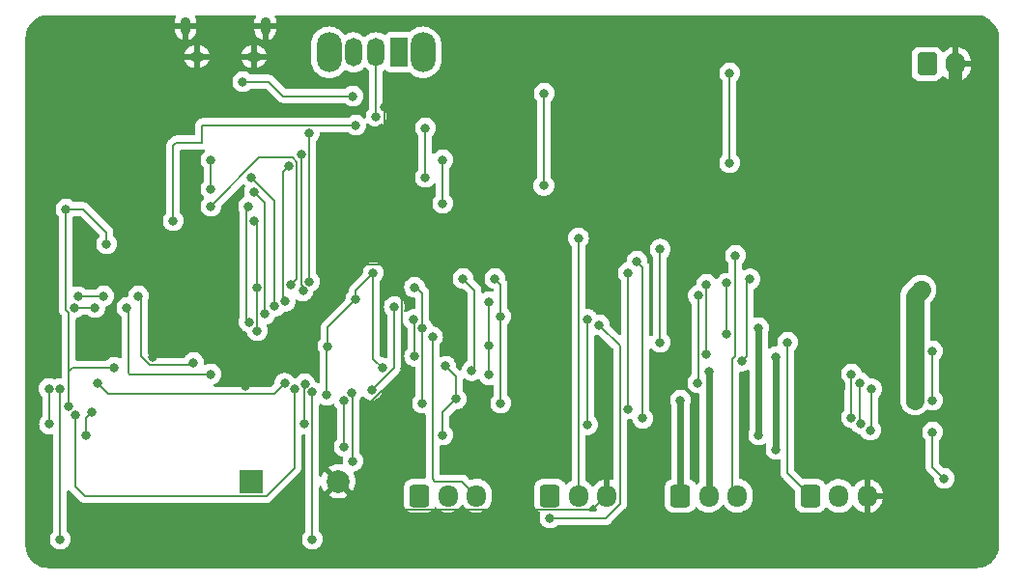
<source format=gbr>
%TF.GenerationSoftware,KiCad,Pcbnew,(6.0.5-0)*%
%TF.CreationDate,2022-06-13T17:31:05+02:00*%
%TF.ProjectId,Transportino,5472616e-7370-46f7-9274-696e6f2e6b69,v01*%
%TF.SameCoordinates,Original*%
%TF.FileFunction,Copper,L2,Bot*%
%TF.FilePolarity,Positive*%
%FSLAX46Y46*%
G04 Gerber Fmt 4.6, Leading zero omitted, Abs format (unit mm)*
G04 Created by KiCad (PCBNEW (6.0.5-0)) date 2022-06-13 17:31:05*
%MOMM*%
%LPD*%
G01*
G04 APERTURE LIST*
G04 Aperture macros list*
%AMRoundRect*
0 Rectangle with rounded corners*
0 $1 Rounding radius*
0 $2 $3 $4 $5 $6 $7 $8 $9 X,Y pos of 4 corners*
0 Add a 4 corners polygon primitive as box body*
4,1,4,$2,$3,$4,$5,$6,$7,$8,$9,$2,$3,0*
0 Add four circle primitives for the rounded corners*
1,1,$1+$1,$2,$3*
1,1,$1+$1,$4,$5*
1,1,$1+$1,$6,$7*
1,1,$1+$1,$8,$9*
0 Add four rect primitives between the rounded corners*
20,1,$1+$1,$2,$3,$4,$5,0*
20,1,$1+$1,$4,$5,$6,$7,0*
20,1,$1+$1,$6,$7,$8,$9,0*
20,1,$1+$1,$8,$9,$2,$3,0*%
G04 Aperture macros list end*
%TA.AperFunction,ComponentPad*%
%ADD10RoundRect,0.250000X-0.600000X-0.725000X0.600000X-0.725000X0.600000X0.725000X-0.600000X0.725000X0*%
%TD*%
%TA.AperFunction,ComponentPad*%
%ADD11O,1.700000X1.950000*%
%TD*%
%TA.AperFunction,ComponentPad*%
%ADD12R,2.000000X2.000000*%
%TD*%
%TA.AperFunction,ComponentPad*%
%ADD13C,2.000000*%
%TD*%
%TA.AperFunction,ComponentPad*%
%ADD14O,2.200000X3.500000*%
%TD*%
%TA.AperFunction,ComponentPad*%
%ADD15R,1.500000X2.500000*%
%TD*%
%TA.AperFunction,ComponentPad*%
%ADD16O,1.500000X2.500000*%
%TD*%
%TA.AperFunction,ComponentPad*%
%ADD17RoundRect,0.250000X-0.600000X-0.750000X0.600000X-0.750000X0.600000X0.750000X-0.600000X0.750000X0*%
%TD*%
%TA.AperFunction,ComponentPad*%
%ADD18O,1.700000X2.000000*%
%TD*%
%TA.AperFunction,ComponentPad*%
%ADD19O,1.250000X0.950000*%
%TD*%
%TA.AperFunction,ComponentPad*%
%ADD20O,0.890000X1.550000*%
%TD*%
%TA.AperFunction,ViaPad*%
%ADD21C,1.600000*%
%TD*%
%TA.AperFunction,ViaPad*%
%ADD22C,0.800000*%
%TD*%
%TA.AperFunction,Conductor*%
%ADD23C,1.600000*%
%TD*%
%TA.AperFunction,Conductor*%
%ADD24C,0.180000*%
%TD*%
%TA.AperFunction,Conductor*%
%ADD25C,0.600000*%
%TD*%
%TA.AperFunction,Conductor*%
%ADD26C,1.200000*%
%TD*%
G04 APERTURE END LIST*
D10*
%TO.P,J3,1,Pin_1*%
%TO.N,MotorB0*%
X182372000Y-102362000D03*
D11*
%TO.P,J3,2,Pin_2*%
%TO.N,MotorB1*%
X184872000Y-102362000D03*
%TO.P,J3,3,Pin_3*%
%TO.N,MotorBENC0*%
X187372000Y-102362000D03*
%TD*%
D10*
%TO.P,J1,1,Pin_1*%
%TO.N,MotorA0*%
X159512000Y-102362000D03*
D11*
%TO.P,J1,2,Pin_2*%
%TO.N,MotorA1*%
X162012000Y-102362000D03*
%TO.P,J1,3,Pin_3*%
%TO.N,MotorAENC0*%
X164512000Y-102362000D03*
%TD*%
D10*
%TO.P,J2,1,Pin_1*%
%TO.N,MotorAENC1*%
X170942000Y-102362000D03*
D11*
%TO.P,J2,2,Pin_2*%
%TO.N,+3V3*%
X173442000Y-102362000D03*
%TO.P,J2,3,Pin_3*%
%TO.N,GND*%
X175942000Y-102362000D03*
%TD*%
D10*
%TO.P,J4,1,Pin_1*%
%TO.N,MotorBENC1*%
X193762000Y-102379000D03*
D11*
%TO.P,J4,2,Pin_2*%
%TO.N,+3V3*%
X196262000Y-102379000D03*
%TO.P,J4,3,Pin_3*%
%TO.N,GND*%
X198762000Y-102379000D03*
%TD*%
D12*
%TO.P,BZ1,1,-*%
%TO.N,BUZZ*%
X144790000Y-101092000D03*
D13*
%TO.P,BZ1,2,+*%
%TO.N,GND*%
X152390000Y-101092000D03*
%TD*%
D14*
%TO.P,SW2,*%
%TO.N,*%
X159802000Y-63468000D03*
X151602000Y-63468000D03*
D15*
%TO.P,SW2,1,A*%
%TO.N,BUCK_CONVERTER*%
X157702000Y-63468000D03*
D16*
%TO.P,SW2,2,B*%
%TO.N,+5V*%
X155702000Y-63468000D03*
%TO.P,SW2,3,C*%
%TO.N,VBUS*%
X153702000Y-63468000D03*
%TD*%
D17*
%TO.P,BT1,1,+*%
%TO.N,+12V*%
X203982000Y-64499000D03*
D18*
%TO.P,BT1,2,-*%
%TO.N,GND*%
X206482000Y-64499000D03*
%TD*%
D19*
%TO.P,J5,6,Shield*%
%TO.N,GND*%
X144989229Y-63844597D03*
D20*
X145989229Y-61144597D03*
D19*
X139989229Y-63844597D03*
D20*
X138989229Y-61144597D03*
%TD*%
D21*
%TO.N,+12V*%
X202946000Y-93980000D03*
D22*
X186690000Y-73152000D03*
D21*
X203503000Y-84279000D03*
D22*
X186690000Y-65278000D03*
%TO.N,GND*%
X140970000Y-80264000D03*
X171958000Y-72898000D03*
X157988000Y-82550000D03*
X156210000Y-70104000D03*
X199644000Y-76708000D03*
X169418000Y-89154000D03*
X144272000Y-92710000D03*
D21*
X196088000Y-88646000D03*
D22*
X171958000Y-67310000D03*
X199136000Y-63246000D03*
X156423500Y-68256364D03*
X137126000Y-84870000D03*
X154940000Y-94488000D03*
X158183693Y-91208738D03*
D21*
X196088000Y-92710000D03*
D22*
X140970000Y-87122000D03*
X136144000Y-90170000D03*
X169418000Y-94234000D03*
X144272000Y-89408000D03*
X151892000Y-82296000D03*
%TO.N,BUZZ*%
X153578575Y-93311329D03*
X153670000Y-99314000D03*
%TO.N,+3V3*%
X159766000Y-87630000D03*
X162711947Y-93877947D03*
X160020000Y-74422000D03*
X161544000Y-97028000D03*
X204470000Y-96774000D03*
X156242444Y-91142143D03*
X160020000Y-70104000D03*
X132080000Y-80264000D03*
X153924000Y-85090000D03*
X128778000Y-94488000D03*
X151384000Y-93544500D03*
X128524000Y-77216000D03*
X204470000Y-89662000D03*
X205486000Y-100838000D03*
X159076500Y-84074000D03*
X151468202Y-89238202D03*
X159766000Y-94234000D03*
X155448000Y-82804000D03*
X153924000Y-69850000D03*
X204470000Y-93980000D03*
X161798000Y-91007460D03*
X132759949Y-91103949D03*
X137922000Y-78232000D03*
X173442000Y-79756000D03*
%TO.N,+1V1*%
X157298064Y-85783824D03*
X159076500Y-90130595D03*
X158978358Y-86900351D03*
X155320316Y-93091669D03*
%TO.N,XIN*%
X165608000Y-89154000D03*
X165608000Y-85344000D03*
X165608000Y-91766500D03*
%TO.N,Net-(C18-Pad1)*%
X166624000Y-94234000D03*
X166116000Y-83312000D03*
X166624000Y-86614000D03*
%TO.N,+5V*%
X155702000Y-69088000D03*
%TO.N,Net-(C24-Pad2)*%
X130302000Y-97028000D03*
X130810000Y-94996000D03*
%TO.N,BUCK_CONVERTER*%
X170434000Y-67056000D03*
X170403250Y-75153250D03*
%TO.N,STATUS_LED*%
X152908000Y-94052500D03*
X152908000Y-98044000D03*
%TO.N,MotorA0*%
X189230000Y-97028000D03*
X189230000Y-87630000D03*
%TO.N,MotorA1*%
X190754000Y-98298000D03*
X190754000Y-90170000D03*
%TO.N,MotorAENC0*%
X160648923Y-88415851D03*
%TO.N,MotorAENC1*%
X175260000Y-87376000D03*
X170942000Y-104316020D03*
%TO.N,MotorB0*%
X182372000Y-93980000D03*
%TO.N,MotorB1*%
X184912000Y-91440000D03*
%TO.N,MotorBENC0*%
X187198000Y-81280000D03*
%TO.N,MotorBENC1*%
X180594000Y-88900000D03*
X191770000Y-88900000D03*
X180594000Y-80737942D03*
%TO.N,VBUS*%
X153670000Y-67310000D03*
X144018000Y-66040000D03*
%TO.N,Net-(R1-Pad1)*%
X149170500Y-72390000D03*
X149305576Y-84397636D03*
%TO.N,Net-(R2-Pad1)*%
X149860000Y-70539500D03*
X149860000Y-83566000D03*
%TO.N,XOUT*%
X164084000Y-91386980D03*
X163322000Y-83312000D03*
%TO.N,QSPI_CSN*%
X145288000Y-84074000D03*
X145034000Y-78232000D03*
X145288000Y-87884000D03*
%TO.N,Net-(R7-Pad1)*%
X161544000Y-76708000D03*
X161544000Y-72898000D03*
%TO.N,SDA*%
X134874000Y-84836000D03*
X131826000Y-84836000D03*
X139700000Y-90678000D03*
X129600500Y-84903268D03*
%TO.N,SCL*%
X129286000Y-85852000D03*
X133858000Y-85852000D03*
X131064000Y-85852000D03*
X141224000Y-91694000D03*
%TO.N,INT*%
X131318000Y-92456000D03*
X147685406Y-92493374D03*
%TO.N,AD0*%
X129332424Y-95319636D03*
X148558820Y-92979330D03*
%TO.N,XDA*%
X149455777Y-92538338D03*
X149424489Y-96084489D03*
X127072489Y-96084489D03*
X127016497Y-92964000D03*
%TO.N,XCL*%
X150114000Y-106172000D03*
X128016000Y-92964000D03*
X150114000Y-93290500D03*
X128016000Y-106172000D03*
%TO.N,DRV_EN*%
X183935354Y-84796646D03*
X183896000Y-92456000D03*
%TO.N,CtrlAPWM*%
X187779499Y-90540500D03*
X188468000Y-83348106D03*
%TO.N,CtrlA0*%
X184658000Y-83820000D03*
X184658000Y-89988500D03*
%TO.N,CtrlA1*%
X186436000Y-83727626D03*
X186436000Y-88138000D03*
%TO.N,CtrlBPWM*%
X199021273Y-96612848D03*
X174236369Y-86887809D03*
X174244000Y-96128500D03*
X199136000Y-92992500D03*
%TO.N,CtrlB0*%
X197358000Y-95504000D03*
X177800000Y-94742000D03*
X177800000Y-82804000D03*
X197358000Y-91694000D03*
%TO.N,CtrlB1*%
X178562000Y-81788000D03*
X179070000Y-95576500D03*
X198120000Y-92456000D03*
X198189636Y-96058424D03*
%TO.N,QSPI_SD3*%
X141224000Y-76962000D03*
X148263500Y-83861148D03*
%TO.N,QSPI_SCLK*%
X148082000Y-73406000D03*
X147714214Y-85312866D03*
X141224000Y-75438000D03*
X141224000Y-72898000D03*
%TO.N,QSPI_SD0*%
X146812000Y-85743000D03*
X144780000Y-74422000D03*
%TO.N,QSPI_SD2*%
X145034000Y-75692000D03*
X145977500Y-86432500D03*
%TO.N,QSPI_SD1*%
X144577500Y-87122000D03*
X144526000Y-76962000D03*
%TD*%
D23*
%TO.N,+12V*%
X202946000Y-84836000D02*
X202946000Y-93980000D01*
X203503000Y-84279000D02*
X202946000Y-84836000D01*
D24*
X186690000Y-65278000D02*
X186690000Y-73152000D01*
%TO.N,GND*%
X199644000Y-63754000D02*
X199136000Y-63246000D01*
X156210000Y-70104000D02*
X156423500Y-69890500D01*
X158183693Y-91208738D02*
X154940000Y-94452431D01*
X152390000Y-101092000D02*
X154924520Y-103626520D01*
X157552489Y-82114489D02*
X157988000Y-82550000D01*
X169418000Y-94234000D02*
X169418000Y-103621040D01*
D25*
X196088000Y-88646000D02*
X196088000Y-92710000D01*
D24*
X151892000Y-82296000D02*
X152073511Y-82114489D01*
X157988000Y-91013045D02*
X158183693Y-91208738D01*
X152073511Y-82114489D02*
X157552489Y-82114489D01*
X171958000Y-72898000D02*
X171958000Y-67310000D01*
X199644000Y-76708000D02*
X199644000Y-63754000D01*
D26*
X206482000Y-76220000D02*
X196088000Y-86614000D01*
D24*
X169418000Y-89154000D02*
X169418000Y-94234000D01*
X157988000Y-82550000D02*
X157988000Y-91013045D01*
X136144000Y-85852000D02*
X137126000Y-84870000D01*
X140970000Y-87122000D02*
X140970000Y-80264000D01*
X136144000Y-90170000D02*
X136144000Y-85852000D01*
X174677480Y-103626520D02*
X175942000Y-102362000D01*
X144272000Y-92710000D02*
X144272000Y-89408000D01*
X154924520Y-103626520D02*
X169423480Y-103626520D01*
D26*
X206482000Y-64499000D02*
X206482000Y-76220000D01*
D24*
X154940000Y-94452431D02*
X154940000Y-94488000D01*
X169418000Y-103621040D02*
X169423480Y-103626520D01*
D26*
X196088000Y-86614000D02*
X196088000Y-88646000D01*
D24*
X169423480Y-103626520D02*
X174677480Y-103626520D01*
X156423500Y-69890500D02*
X156423500Y-68256364D01*
%TO.N,BUZZ*%
X153578575Y-93311329D02*
X153670000Y-93402754D01*
X153670000Y-93402754D02*
X153670000Y-99314000D01*
%TO.N,+3V3*%
X151468202Y-89238202D02*
X151468202Y-87545798D01*
X138176000Y-71374000D02*
X140462000Y-71374000D01*
X159258000Y-84074000D02*
X159076500Y-84074000D01*
X161544000Y-97028000D02*
X161544000Y-95045894D01*
X155448000Y-82804000D02*
X155448000Y-90347699D01*
X130048000Y-77216000D02*
X128524000Y-77216000D01*
X137922000Y-71628000D02*
X138176000Y-71374000D01*
X153924000Y-69850000D02*
X140462000Y-69850000D01*
X128524000Y-86065117D02*
X128778000Y-86319117D01*
X155448000Y-90347699D02*
X156242444Y-91142143D01*
X129114051Y-91103949D02*
X128778000Y-91440000D01*
X140462000Y-71374000D02*
X140462000Y-69850000D01*
X204470000Y-99822000D02*
X204470000Y-96774000D01*
X153924000Y-84328000D02*
X155448000Y-82804000D01*
X137922000Y-78232000D02*
X137922000Y-71628000D01*
X159766000Y-84582000D02*
X159258000Y-84074000D01*
X128524000Y-77216000D02*
X128524000Y-86065117D01*
X204470000Y-89662000D02*
X204470000Y-93980000D01*
X162711947Y-93877947D02*
X162711947Y-91921407D01*
X160020000Y-70104000D02*
X160020000Y-74422000D01*
X132759949Y-91103949D02*
X129114051Y-91103949D01*
X151384000Y-93544500D02*
X151384000Y-89322404D01*
X128778000Y-86319117D02*
X128778000Y-94488000D01*
X159766000Y-87630000D02*
X159766000Y-94234000D01*
X173442000Y-79756000D02*
X173442000Y-102362000D01*
X162711947Y-91921407D02*
X161798000Y-91007460D01*
X205486000Y-100838000D02*
X204470000Y-99822000D01*
X153924000Y-85090000D02*
X153924000Y-84328000D01*
X128778000Y-91440000D02*
X128778000Y-94488000D01*
X151468202Y-87545798D02*
X153924000Y-85090000D01*
X132080000Y-80264000D02*
X132080000Y-79248000D01*
X161544000Y-95045894D02*
X162711947Y-93877947D01*
X159766000Y-87630000D02*
X159766000Y-84582000D01*
X151384000Y-89322404D02*
X151468202Y-89238202D01*
X132080000Y-79248000D02*
X130048000Y-77216000D01*
%TO.N,+1V1*%
X155320316Y-93091669D02*
X155320331Y-93091669D01*
X159076500Y-90130595D02*
X159076500Y-86998493D01*
X157298064Y-91113936D02*
X157298064Y-85783824D01*
X159076500Y-86998493D02*
X158978358Y-86900351D01*
X155320331Y-93091669D02*
X157298064Y-91113936D01*
%TO.N,XIN*%
X165608000Y-89154000D02*
X165608000Y-85344000D01*
X165608000Y-91766500D02*
X165608000Y-89154000D01*
%TO.N,Net-(C18-Pad1)*%
X166624000Y-86614000D02*
X166624000Y-83820000D01*
X166624000Y-86614000D02*
X166624000Y-94234000D01*
X166624000Y-83820000D02*
X166116000Y-83312000D01*
%TO.N,+5V*%
X155702000Y-63468000D02*
X155702000Y-69088000D01*
%TO.N,Net-(C24-Pad2)*%
X130302000Y-95504000D02*
X130302000Y-97028000D01*
X130810000Y-94996000D02*
X130302000Y-95504000D01*
%TO.N,BUCK_CONVERTER*%
X170403250Y-75153250D02*
X170434000Y-75122500D01*
X170434000Y-75122500D02*
X170434000Y-67056000D01*
%TO.N,STATUS_LED*%
X152908000Y-94052500D02*
X152908000Y-98044000D01*
D25*
%TO.N,MotorA0*%
X189230000Y-97028000D02*
X189230000Y-87630000D01*
%TO.N,MotorA1*%
X190754000Y-98298000D02*
X190754000Y-90170000D01*
D24*
%TO.N,MotorAENC0*%
X163247480Y-101097480D02*
X164512000Y-102362000D01*
X160874480Y-101097480D02*
X163247480Y-101097480D01*
X160648923Y-100871923D02*
X160874480Y-101097480D01*
X160648923Y-88415851D02*
X160648923Y-100871923D01*
%TO.N,MotorAENC1*%
X175845980Y-104316020D02*
X170942000Y-104316020D01*
X175260000Y-87376000D02*
X177081520Y-89197520D01*
X177081520Y-89197520D02*
X177081520Y-103080480D01*
X177081520Y-103080480D02*
X175845980Y-104316020D01*
D25*
%TO.N,MotorB0*%
X182372000Y-102362000D02*
X182372000Y-93980000D01*
%TO.N,MotorB1*%
X184872000Y-91480000D02*
X184912000Y-91440000D01*
X184872000Y-102362000D02*
X184872000Y-91480000D01*
D24*
%TO.N,MotorBENC0*%
X186944000Y-90400882D02*
X186944000Y-101934000D01*
X187198000Y-81280000D02*
X187198000Y-90146882D01*
X186944000Y-101934000D02*
X187372000Y-102362000D01*
X187198000Y-90146882D02*
X186944000Y-90400882D01*
%TO.N,MotorBENC1*%
X191770000Y-88900000D02*
X191770000Y-100387000D01*
X180594000Y-80737942D02*
X180594000Y-88900000D01*
X191770000Y-100387000D02*
X193762000Y-102379000D01*
%TO.N,VBUS*%
X147320000Y-67056000D02*
X147574000Y-67310000D01*
X144018000Y-66040000D02*
X146304000Y-66040000D01*
X146304000Y-66040000D02*
X147320000Y-67056000D01*
X147574000Y-67310000D02*
X153670000Y-67310000D01*
%TO.N,Net-(R1-Pad1)*%
X149170500Y-83892500D02*
X149305576Y-84027576D01*
X149170500Y-72390000D02*
X149170500Y-83892500D01*
X149305576Y-84027576D02*
X149305576Y-84397636D01*
%TO.N,Net-(R2-Pad1)*%
X149860000Y-70539500D02*
X149860000Y-83566000D01*
%TO.N,XOUT*%
X164338000Y-84328000D02*
X163322000Y-83312000D01*
X164084000Y-91386980D02*
X164338000Y-91132980D01*
X164338000Y-91132980D02*
X164338000Y-84328000D01*
%TO.N,QSPI_CSN*%
X145288000Y-87884000D02*
X145288000Y-84074000D01*
X145288000Y-84074000D02*
X145288000Y-78486000D01*
X145288000Y-78486000D02*
X145034000Y-78232000D01*
%TO.N,Net-(R7-Pad1)*%
X161544000Y-76708000D02*
X161544000Y-72898000D01*
%TO.N,SDA*%
X131758732Y-84903268D02*
X131826000Y-84836000D01*
X129600500Y-84903268D02*
X131758732Y-84903268D01*
X134874000Y-84836000D02*
X135128000Y-85090000D01*
X135128000Y-85090000D02*
X135128000Y-90129117D01*
X135128000Y-90129117D02*
X135858394Y-90859511D01*
X135858394Y-90859511D02*
X139518489Y-90859511D01*
X139518489Y-90859511D02*
X139700000Y-90678000D01*
%TO.N,SCL*%
X133989051Y-85983051D02*
X133858000Y-85852000D01*
X129286000Y-85852000D02*
X131064000Y-85852000D01*
X134112000Y-91694000D02*
X133989051Y-91571051D01*
X141224000Y-91694000D02*
X134120102Y-91694000D01*
X133989051Y-91571051D02*
X133989051Y-85983051D01*
%TO.N,INT*%
X147685406Y-92493374D02*
X146779269Y-93399511D01*
X131318000Y-92456000D02*
X132261511Y-93399511D01*
X146779269Y-93399511D02*
X132261511Y-93399511D01*
%TO.N,AD0*%
X129332424Y-101553576D02*
X130160359Y-102381511D01*
X130160359Y-102381511D02*
X146079511Y-102381511D01*
X146079511Y-102381511D02*
X148558820Y-99902202D01*
X129332424Y-95319636D02*
X129332424Y-101553576D01*
X148558820Y-99902202D02*
X148558820Y-92979330D01*
%TO.N,XDA*%
X149424489Y-92569626D02*
X149424489Y-96084489D01*
X149455777Y-92538338D02*
X149424489Y-92569626D01*
X127072489Y-93019992D02*
X127016497Y-92964000D01*
X127072489Y-96084489D02*
X127072489Y-93019992D01*
%TO.N,XCL*%
X150114000Y-93290500D02*
X150114000Y-106172000D01*
X128016000Y-106172000D02*
X128016000Y-92964000D01*
%TO.N,DRV_EN*%
X183935354Y-92416646D02*
X183896000Y-92456000D01*
X183935354Y-84796646D02*
X183935354Y-92416646D01*
%TO.N,CtrlAPWM*%
X188214000Y-83602106D02*
X188214000Y-90105999D01*
X188468000Y-83348106D02*
X188214000Y-83602106D01*
X188214000Y-90105999D02*
X187779499Y-90540500D01*
%TO.N,CtrlA0*%
X184658000Y-83820000D02*
X184658000Y-89988500D01*
%TO.N,CtrlA1*%
X186436000Y-88138000D02*
X186436000Y-83727626D01*
%TO.N,CtrlBPWM*%
X199136000Y-96498121D02*
X199021273Y-96612848D01*
X174236369Y-96120869D02*
X174244000Y-96128500D01*
X199136000Y-92992500D02*
X199136000Y-96498121D01*
X174236369Y-86887809D02*
X174236369Y-96120869D01*
%TO.N,CtrlB0*%
X197358000Y-91694000D02*
X197358000Y-95504000D01*
X177800000Y-82804000D02*
X177800000Y-94742000D01*
%TO.N,CtrlB1*%
X198120000Y-95988788D02*
X198120000Y-92456000D01*
X179070000Y-82296000D02*
X178562000Y-81788000D01*
X179070000Y-95576500D02*
X179070000Y-82296000D01*
X198189636Y-96058424D02*
X198120000Y-95988788D01*
%TO.N,QSPI_SD3*%
X148367606Y-72716489D02*
X145469511Y-72716489D01*
X148263500Y-83861148D02*
X148771511Y-83353137D01*
X145469511Y-72716489D02*
X141224000Y-76962000D01*
X148771511Y-83353137D02*
X148771511Y-73120394D01*
X148771511Y-73120394D02*
X148367606Y-72716489D01*
%TO.N,QSPI_SCLK*%
X141224000Y-72898000D02*
X141224000Y-75438000D01*
X147574000Y-73914000D02*
X148082000Y-73406000D01*
X147714214Y-85312866D02*
X147574000Y-85172652D01*
X147574000Y-85172652D02*
X147574000Y-73914000D01*
%TO.N,QSPI_SD0*%
X146812000Y-76454000D02*
X144780000Y-74422000D01*
X146812000Y-85743000D02*
X146812000Y-76454000D01*
%TO.N,QSPI_SD2*%
X145977500Y-86432500D02*
X145977500Y-76635500D01*
X145977500Y-76635500D02*
X145034000Y-75692000D01*
%TO.N,QSPI_SD1*%
X144344489Y-77143511D02*
X144344489Y-86888989D01*
X144344489Y-86888989D02*
X144577500Y-87122000D01*
X144526000Y-76962000D02*
X144344489Y-77143511D01*
%TD*%
%TA.AperFunction,Conductor*%
%TO.N,GND*%
G36*
X138093726Y-60218502D02*
G01*
X138140219Y-60272158D01*
X138150323Y-60342432D01*
X138141242Y-60374541D01*
X138078689Y-60519092D01*
X138074847Y-60531204D01*
X138037552Y-60709731D01*
X138036314Y-60719263D01*
X138036229Y-60722486D01*
X138036229Y-60872482D01*
X138040704Y-60887721D01*
X138042094Y-60888926D01*
X138049777Y-60890597D01*
X139924114Y-60890597D01*
X139939353Y-60886122D01*
X139940558Y-60884732D01*
X139942229Y-60877049D01*
X139942229Y-60769405D01*
X139941906Y-60763030D01*
X139928224Y-60628330D01*
X139925670Y-60615890D01*
X139871594Y-60443333D01*
X139866585Y-60431645D01*
X139841054Y-60385586D01*
X139825523Y-60316309D01*
X139849911Y-60249633D01*
X139906475Y-60206726D01*
X139951256Y-60198500D01*
X145025605Y-60198500D01*
X145093726Y-60218502D01*
X145140219Y-60272158D01*
X145150323Y-60342432D01*
X145141242Y-60374541D01*
X145078689Y-60519092D01*
X145074847Y-60531204D01*
X145037552Y-60709731D01*
X145036314Y-60719263D01*
X145036229Y-60722486D01*
X145036229Y-60872482D01*
X145040704Y-60887721D01*
X145042094Y-60888926D01*
X145049777Y-60890597D01*
X146924114Y-60890597D01*
X146939353Y-60886122D01*
X146940558Y-60884732D01*
X146942229Y-60877049D01*
X146942229Y-60769405D01*
X146941906Y-60763030D01*
X146928224Y-60628330D01*
X146925670Y-60615890D01*
X146871594Y-60443333D01*
X146866585Y-60431645D01*
X146841054Y-60385586D01*
X146825523Y-60316309D01*
X146849911Y-60249633D01*
X146906475Y-60206726D01*
X146951256Y-60198500D01*
X208230633Y-60198500D01*
X208250018Y-60200000D01*
X208264851Y-60202310D01*
X208264855Y-60202310D01*
X208273724Y-60203691D01*
X208282626Y-60202527D01*
X208282629Y-60202527D01*
X208290012Y-60201561D01*
X208314591Y-60200767D01*
X208341442Y-60202527D01*
X208536922Y-60215340D01*
X208553262Y-60217491D01*
X208675477Y-60241801D01*
X208797696Y-60266112D01*
X208813606Y-60270375D01*
X209049600Y-60350484D01*
X209064826Y-60356791D01*
X209288342Y-60467016D01*
X209302616Y-60475257D01*
X209509829Y-60613713D01*
X209522905Y-60623746D01*
X209710278Y-60788068D01*
X209721932Y-60799722D01*
X209886254Y-60987095D01*
X209896287Y-61000171D01*
X210034743Y-61207384D01*
X210042984Y-61221658D01*
X210153209Y-61445174D01*
X210159515Y-61460398D01*
X210239625Y-61696394D01*
X210243888Y-61712304D01*
X210247677Y-61731351D01*
X210292509Y-61956738D01*
X210294660Y-61973078D01*
X210308763Y-62188236D01*
X210307733Y-62211350D01*
X210307690Y-62214854D01*
X210306309Y-62223724D01*
X210307473Y-62232626D01*
X210307473Y-62232628D01*
X210310436Y-62255283D01*
X210311500Y-62271621D01*
X210311500Y-106630633D01*
X210310000Y-106650018D01*
X210307690Y-106664851D01*
X210307690Y-106664855D01*
X210306309Y-106673724D01*
X210307473Y-106682626D01*
X210307473Y-106682629D01*
X210308439Y-106690012D01*
X210309233Y-106714591D01*
X210294660Y-106936922D01*
X210292509Y-106953262D01*
X210243889Y-107197693D01*
X210239625Y-107213606D01*
X210205312Y-107314689D01*
X210159516Y-107449600D01*
X210153209Y-107464826D01*
X210042984Y-107688342D01*
X210034743Y-107702616D01*
X209896287Y-107909829D01*
X209886254Y-107922905D01*
X209721932Y-108110278D01*
X209710278Y-108121932D01*
X209522905Y-108286254D01*
X209509829Y-108296287D01*
X209302616Y-108434743D01*
X209288342Y-108442984D01*
X209064826Y-108553209D01*
X209049602Y-108559515D01*
X208813606Y-108639625D01*
X208797696Y-108643888D01*
X208675477Y-108668199D01*
X208553262Y-108692509D01*
X208536922Y-108694660D01*
X208388134Y-108704413D01*
X208321763Y-108708763D01*
X208298650Y-108707733D01*
X208295146Y-108707690D01*
X208286276Y-108706309D01*
X208277374Y-108707473D01*
X208277372Y-108707473D01*
X208263915Y-108709233D01*
X208254714Y-108710436D01*
X208238379Y-108711500D01*
X127049367Y-108711500D01*
X127029982Y-108710000D01*
X127015149Y-108707690D01*
X127015145Y-108707690D01*
X127006276Y-108706309D01*
X126997374Y-108707473D01*
X126997371Y-108707473D01*
X126989988Y-108708439D01*
X126965409Y-108709233D01*
X126920799Y-108706309D01*
X126743078Y-108694660D01*
X126726738Y-108692509D01*
X126604523Y-108668199D01*
X126482304Y-108643888D01*
X126466394Y-108639625D01*
X126230398Y-108559515D01*
X126215174Y-108553209D01*
X125991658Y-108442984D01*
X125977384Y-108434743D01*
X125770171Y-108296287D01*
X125757095Y-108286254D01*
X125569722Y-108121932D01*
X125558068Y-108110278D01*
X125393746Y-107922905D01*
X125383713Y-107909829D01*
X125245257Y-107702616D01*
X125237016Y-107688342D01*
X125126791Y-107464826D01*
X125120484Y-107449600D01*
X125074688Y-107314689D01*
X125040375Y-107213606D01*
X125036111Y-107197693D01*
X124987491Y-106953262D01*
X124985340Y-106936922D01*
X124971476Y-106725407D01*
X124972650Y-106702232D01*
X124972334Y-106702204D01*
X124972770Y-106697344D01*
X124973576Y-106692552D01*
X124973729Y-106680000D01*
X124969773Y-106652376D01*
X124968500Y-106634514D01*
X124968500Y-92964000D01*
X126102993Y-92964000D01*
X126103683Y-92970565D01*
X126121360Y-93138749D01*
X126122955Y-93153928D01*
X126181970Y-93335556D01*
X126185273Y-93341278D01*
X126185274Y-93341279D01*
X126198681Y-93364500D01*
X126277457Y-93500944D01*
X126281875Y-93505851D01*
X126281876Y-93505852D01*
X126396830Y-93633521D01*
X126405244Y-93642866D01*
X126422050Y-93655076D01*
X126465403Y-93711297D01*
X126473989Y-93757012D01*
X126473989Y-95343093D01*
X126453987Y-95411214D01*
X126441625Y-95427403D01*
X126337868Y-95542637D01*
X126333449Y-95547545D01*
X126286356Y-95629113D01*
X126248935Y-95693928D01*
X126237962Y-95712933D01*
X126178947Y-95894561D01*
X126178257Y-95901122D01*
X126178257Y-95901124D01*
X126172723Y-95953779D01*
X126158985Y-96084489D01*
X126159675Y-96091054D01*
X126176945Y-96255366D01*
X126178947Y-96274417D01*
X126237962Y-96456045D01*
X126333449Y-96621433D01*
X126337867Y-96626340D01*
X126337868Y-96626341D01*
X126377496Y-96670352D01*
X126461236Y-96763355D01*
X126615737Y-96875607D01*
X126621765Y-96878291D01*
X126621767Y-96878292D01*
X126734739Y-96928590D01*
X126790201Y-96953283D01*
X126869817Y-96970206D01*
X126970545Y-96991617D01*
X126970550Y-96991617D01*
X126977002Y-96992989D01*
X127167976Y-96992989D01*
X127174429Y-96991617D01*
X127174442Y-96991616D01*
X127265303Y-96972302D01*
X127336093Y-96977703D01*
X127392726Y-97020519D01*
X127417220Y-97087157D01*
X127417500Y-97095548D01*
X127417500Y-105430604D01*
X127397498Y-105498725D01*
X127385136Y-105514914D01*
X127276960Y-105635056D01*
X127181473Y-105800444D01*
X127122458Y-105982072D01*
X127102496Y-106172000D01*
X127122458Y-106361928D01*
X127181473Y-106543556D01*
X127276960Y-106708944D01*
X127281378Y-106713851D01*
X127281379Y-106713852D01*
X127291783Y-106725407D01*
X127404747Y-106850866D01*
X127503843Y-106922864D01*
X127534537Y-106945164D01*
X127559248Y-106963118D01*
X127565276Y-106965802D01*
X127565278Y-106965803D01*
X127640047Y-106999092D01*
X127733712Y-107040794D01*
X127827113Y-107060647D01*
X127914056Y-107079128D01*
X127914061Y-107079128D01*
X127920513Y-107080500D01*
X128111487Y-107080500D01*
X128117939Y-107079128D01*
X128117944Y-107079128D01*
X128204888Y-107060647D01*
X128298288Y-107040794D01*
X128391953Y-106999092D01*
X128466722Y-106965803D01*
X128466724Y-106965802D01*
X128472752Y-106963118D01*
X128497464Y-106945164D01*
X128528157Y-106922864D01*
X128627253Y-106850866D01*
X128740217Y-106725407D01*
X128750621Y-106713852D01*
X128750622Y-106713851D01*
X128755040Y-106708944D01*
X128850527Y-106543556D01*
X128909542Y-106361928D01*
X128929504Y-106172000D01*
X128909542Y-105982072D01*
X128850527Y-105800444D01*
X128755040Y-105635056D01*
X128646864Y-105514914D01*
X128616146Y-105450907D01*
X128614500Y-105430604D01*
X128614500Y-101972286D01*
X128634502Y-101904165D01*
X128688158Y-101857672D01*
X128758432Y-101847568D01*
X128823012Y-101877062D01*
X128840456Y-101895575D01*
X128869941Y-101934000D01*
X128905569Y-101980431D01*
X128912119Y-101985457D01*
X128912120Y-101985458D01*
X128930410Y-101999492D01*
X128942801Y-102010360D01*
X129703575Y-102771134D01*
X129714442Y-102783524D01*
X129733504Y-102808366D01*
X129740050Y-102813389D01*
X129764891Y-102832450D01*
X129763706Y-102833994D01*
X129763707Y-102833995D01*
X129764892Y-102832451D01*
X129777565Y-102842175D01*
X129858527Y-102904300D01*
X129866157Y-102907460D01*
X129866158Y-102907461D01*
X129894993Y-102919404D01*
X129918833Y-102929279D01*
X130004119Y-102964606D01*
X130012303Y-102965683D01*
X130012305Y-102965684D01*
X130121131Y-102980011D01*
X130121136Y-102980011D01*
X130160359Y-102985175D01*
X130191394Y-102981089D01*
X130207841Y-102980011D01*
X146032029Y-102980011D01*
X146048476Y-102981089D01*
X146079511Y-102985175D01*
X146118734Y-102980011D01*
X146118739Y-102980011D01*
X146227565Y-102965684D01*
X146227567Y-102965683D01*
X146235751Y-102964606D01*
X146321037Y-102929279D01*
X146344877Y-102919404D01*
X146373712Y-102907461D01*
X146373713Y-102907460D01*
X146381343Y-102904300D01*
X146462306Y-102842175D01*
X146474978Y-102832451D01*
X146477195Y-102835341D01*
X146477196Y-102835340D01*
X146474979Y-102832450D01*
X146499820Y-102813389D01*
X146506366Y-102808366D01*
X146525428Y-102783524D01*
X146536295Y-102771134D01*
X148948439Y-100358989D01*
X148960831Y-100348121D01*
X148979126Y-100334083D01*
X148979129Y-100334080D01*
X148985675Y-100329057D01*
X149081608Y-100204034D01*
X149100207Y-100159134D01*
X149138756Y-100066068D01*
X149141915Y-100058442D01*
X149143791Y-100044197D01*
X149157320Y-99941427D01*
X149157320Y-99941425D01*
X149161406Y-99910390D01*
X149162484Y-99902202D01*
X149158398Y-99871167D01*
X149157320Y-99854720D01*
X149157320Y-97112094D01*
X149177322Y-97043973D01*
X149230978Y-96997480D01*
X149301252Y-96987376D01*
X149309519Y-96988848D01*
X149322541Y-96991616D01*
X149322544Y-96991616D01*
X149329002Y-96992989D01*
X149389500Y-96992989D01*
X149457621Y-97012991D01*
X149504114Y-97066647D01*
X149515500Y-97118989D01*
X149515500Y-105430604D01*
X149495498Y-105498725D01*
X149483136Y-105514914D01*
X149374960Y-105635056D01*
X149279473Y-105800444D01*
X149220458Y-105982072D01*
X149200496Y-106172000D01*
X149220458Y-106361928D01*
X149279473Y-106543556D01*
X149374960Y-106708944D01*
X149379378Y-106713851D01*
X149379379Y-106713852D01*
X149389783Y-106725407D01*
X149502747Y-106850866D01*
X149601843Y-106922864D01*
X149632537Y-106945164D01*
X149657248Y-106963118D01*
X149663276Y-106965802D01*
X149663278Y-106965803D01*
X149738047Y-106999092D01*
X149831712Y-107040794D01*
X149925113Y-107060647D01*
X150012056Y-107079128D01*
X150012061Y-107079128D01*
X150018513Y-107080500D01*
X150209487Y-107080500D01*
X150215939Y-107079128D01*
X150215944Y-107079128D01*
X150302888Y-107060647D01*
X150396288Y-107040794D01*
X150489953Y-106999092D01*
X150564722Y-106965803D01*
X150564724Y-106965802D01*
X150570752Y-106963118D01*
X150595464Y-106945164D01*
X150626157Y-106922864D01*
X150725253Y-106850866D01*
X150838217Y-106725407D01*
X150848621Y-106713852D01*
X150848622Y-106713851D01*
X150853040Y-106708944D01*
X150948527Y-106543556D01*
X151007542Y-106361928D01*
X151027504Y-106172000D01*
X151007542Y-105982072D01*
X150948527Y-105800444D01*
X150853040Y-105635056D01*
X150744864Y-105514914D01*
X150714146Y-105450907D01*
X150712500Y-105430604D01*
X150712500Y-102324670D01*
X151522160Y-102324670D01*
X151527887Y-102332320D01*
X151699042Y-102437205D01*
X151707837Y-102441687D01*
X151917988Y-102528734D01*
X151927373Y-102531783D01*
X152148554Y-102584885D01*
X152158301Y-102586428D01*
X152385070Y-102604275D01*
X152394930Y-102604275D01*
X152621699Y-102586428D01*
X152631446Y-102584885D01*
X152852627Y-102531783D01*
X152862012Y-102528734D01*
X153072163Y-102441687D01*
X153080958Y-102437205D01*
X153248445Y-102334568D01*
X153257907Y-102324110D01*
X153254124Y-102315334D01*
X152402812Y-101464022D01*
X152388868Y-101456408D01*
X152387035Y-101456539D01*
X152380420Y-101460790D01*
X151528920Y-102312290D01*
X151522160Y-102324670D01*
X150712500Y-102324670D01*
X150712500Y-101616196D01*
X150732502Y-101548075D01*
X150786158Y-101501582D01*
X150856432Y-101491478D01*
X150921012Y-101520972D01*
X150954909Y-101567978D01*
X151040313Y-101774163D01*
X151044795Y-101782958D01*
X151147432Y-101950445D01*
X151157890Y-101959907D01*
X151166666Y-101956124D01*
X152017978Y-101104812D01*
X152025592Y-101090868D01*
X152025461Y-101089035D01*
X152021210Y-101082420D01*
X151169710Y-100230920D01*
X151157330Y-100224160D01*
X151149680Y-100229887D01*
X151044795Y-100401042D01*
X151040313Y-100409837D01*
X150954909Y-100616022D01*
X150910361Y-100671303D01*
X150842997Y-100693724D01*
X150774206Y-100676166D01*
X150725828Y-100624204D01*
X150712500Y-100567804D01*
X150712500Y-94426883D01*
X150732502Y-94358762D01*
X150786158Y-94312269D01*
X150856432Y-94302165D01*
X150912562Y-94324948D01*
X150927248Y-94335618D01*
X150933276Y-94338302D01*
X150933278Y-94338303D01*
X151028401Y-94380654D01*
X151101712Y-94413294D01*
X151182175Y-94430397D01*
X151282056Y-94451628D01*
X151282061Y-94451628D01*
X151288513Y-94453000D01*
X151479487Y-94453000D01*
X151485939Y-94451628D01*
X151485944Y-94451628D01*
X151585825Y-94430397D01*
X151666288Y-94413294D01*
X151739599Y-94380654D01*
X151834722Y-94338303D01*
X151834724Y-94338302D01*
X151840752Y-94335618D01*
X151865478Y-94317653D01*
X151932344Y-94293796D01*
X152001496Y-94309876D01*
X152050976Y-94360789D01*
X152059370Y-94380651D01*
X152073473Y-94424056D01*
X152168960Y-94589444D01*
X152173378Y-94594351D01*
X152173379Y-94594352D01*
X152277136Y-94709586D01*
X152307854Y-94773593D01*
X152309500Y-94793896D01*
X152309500Y-97302604D01*
X152289498Y-97370725D01*
X152277136Y-97386914D01*
X152173379Y-97502148D01*
X152168960Y-97507056D01*
X152073473Y-97672444D01*
X152014458Y-97854072D01*
X152013768Y-97860633D01*
X152013768Y-97860635D01*
X152002757Y-97965398D01*
X151994496Y-98044000D01*
X152014458Y-98233928D01*
X152073473Y-98415556D01*
X152168960Y-98580944D01*
X152173378Y-98585851D01*
X152173379Y-98585852D01*
X152292325Y-98717955D01*
X152296747Y-98722866D01*
X152451248Y-98835118D01*
X152457276Y-98837802D01*
X152457278Y-98837803D01*
X152619681Y-98910109D01*
X152625712Y-98912794D01*
X152632167Y-98914166D01*
X152632176Y-98914169D01*
X152694055Y-98927322D01*
X152756528Y-98961050D01*
X152790849Y-99023200D01*
X152787690Y-99089504D01*
X152776458Y-99124072D01*
X152775768Y-99130635D01*
X152775767Y-99130642D01*
X152766520Y-99218623D01*
X152756496Y-99314000D01*
X152757186Y-99320564D01*
X152771923Y-99460776D01*
X152759151Y-99530615D01*
X152710649Y-99582461D01*
X152641816Y-99599856D01*
X152626899Y-99598395D01*
X152621704Y-99597572D01*
X152394930Y-99579725D01*
X152385070Y-99579725D01*
X152158301Y-99597572D01*
X152148554Y-99599115D01*
X151927373Y-99652217D01*
X151917988Y-99655266D01*
X151707837Y-99742313D01*
X151699042Y-99746795D01*
X151531555Y-99849432D01*
X151522093Y-99859890D01*
X151525876Y-99868666D01*
X153610290Y-101953080D01*
X153622670Y-101959840D01*
X153630320Y-101954113D01*
X153735205Y-101782958D01*
X153739687Y-101774163D01*
X153826734Y-101564012D01*
X153829783Y-101554627D01*
X153882885Y-101333446D01*
X153884428Y-101323699D01*
X153902275Y-101096930D01*
X153902275Y-101087070D01*
X153884428Y-100860301D01*
X153882885Y-100850554D01*
X153829783Y-100629373D01*
X153826734Y-100619988D01*
X153739688Y-100409839D01*
X153735202Y-100401035D01*
X153735045Y-100400779D01*
X153735015Y-100400668D01*
X153732958Y-100396631D01*
X153733806Y-100396199D01*
X153716510Y-100332244D01*
X153737970Y-100264569D01*
X153792612Y-100219239D01*
X153816284Y-100211703D01*
X153865354Y-100201273D01*
X153952288Y-100182794D01*
X153958319Y-100180109D01*
X154120722Y-100107803D01*
X154120724Y-100107802D01*
X154126752Y-100105118D01*
X154180500Y-100066068D01*
X154236569Y-100025331D01*
X154281253Y-99992866D01*
X154294422Y-99978240D01*
X154404621Y-99855852D01*
X154404622Y-99855851D01*
X154409040Y-99850944D01*
X154504527Y-99685556D01*
X154563542Y-99503928D01*
X154568078Y-99460776D01*
X154582814Y-99320565D01*
X154582814Y-99320564D01*
X154583504Y-99314000D01*
X154573480Y-99218623D01*
X154564232Y-99130635D01*
X154564232Y-99130633D01*
X154563542Y-99124072D01*
X154504527Y-98942444D01*
X154488203Y-98914169D01*
X154412341Y-98782774D01*
X154409040Y-98777056D01*
X154404621Y-98772148D01*
X154300864Y-98656914D01*
X154270146Y-98592907D01*
X154268500Y-98572604D01*
X154268500Y-93951187D01*
X154288502Y-93883066D01*
X154300858Y-93866884D01*
X154317615Y-93848273D01*
X154411187Y-93686202D01*
X154462570Y-93637209D01*
X154532283Y-93623773D01*
X154598194Y-93650159D01*
X154613940Y-93664890D01*
X154709063Y-93770535D01*
X154863564Y-93882787D01*
X154869592Y-93885471D01*
X154869594Y-93885472D01*
X155029742Y-93956774D01*
X155038028Y-93960463D01*
X155127340Y-93979447D01*
X155218372Y-93998797D01*
X155218377Y-93998797D01*
X155224829Y-94000169D01*
X155415803Y-94000169D01*
X155422255Y-93998797D01*
X155422260Y-93998797D01*
X155513292Y-93979447D01*
X155602604Y-93960463D01*
X155610890Y-93956774D01*
X155771038Y-93885472D01*
X155771040Y-93885471D01*
X155777068Y-93882787D01*
X155931569Y-93770535D01*
X156010489Y-93682885D01*
X156054937Y-93633521D01*
X156054938Y-93633520D01*
X156059356Y-93628613D01*
X156154843Y-93463225D01*
X156213858Y-93281597D01*
X156223887Y-93186182D01*
X156233130Y-93098234D01*
X156233820Y-93091669D01*
X156233130Y-93085104D01*
X156233130Y-93078498D01*
X156235958Y-93078498D01*
X156246498Y-93020890D01*
X156269937Y-92988470D01*
X157687687Y-91570720D01*
X157700078Y-91559852D01*
X157718368Y-91545818D01*
X157718369Y-91545817D01*
X157724919Y-91540791D01*
X157729945Y-91534241D01*
X157729948Y-91534238D01*
X157749004Y-91509403D01*
X157760400Y-91494552D01*
X157820853Y-91415768D01*
X157869413Y-91298533D01*
X157881159Y-91270176D01*
X157896564Y-91153161D01*
X157901728Y-91113936D01*
X157897642Y-91082899D01*
X157896564Y-91066453D01*
X157896564Y-87306430D01*
X157916566Y-87238309D01*
X157970222Y-87191816D01*
X158040496Y-87181712D01*
X158105076Y-87211206D01*
X158137603Y-87260263D01*
X158139105Y-87259594D01*
X158141789Y-87265623D01*
X158143831Y-87271907D01*
X158147134Y-87277629D01*
X158147135Y-87277630D01*
X158170562Y-87318206D01*
X158239318Y-87437295D01*
X158243736Y-87442202D01*
X158243737Y-87442203D01*
X158344387Y-87553986D01*
X158367105Y-87579217D01*
X158372447Y-87583098D01*
X158372449Y-87583100D01*
X158426061Y-87622051D01*
X158469415Y-87678273D01*
X158478000Y-87723987D01*
X158478000Y-89389199D01*
X158457998Y-89457320D01*
X158445636Y-89473509D01*
X158355194Y-89573955D01*
X158337460Y-89593651D01*
X158241973Y-89759039D01*
X158182958Y-89940667D01*
X158182268Y-89947228D01*
X158182268Y-89947230D01*
X158171719Y-90047602D01*
X158162996Y-90130595D01*
X158163686Y-90137160D01*
X158182150Y-90312831D01*
X158182958Y-90320523D01*
X158241973Y-90502151D01*
X158337460Y-90667539D01*
X158341878Y-90672446D01*
X158341879Y-90672447D01*
X158438343Y-90779581D01*
X158465247Y-90809461D01*
X158528964Y-90855754D01*
X158585690Y-90896968D01*
X158619748Y-90921713D01*
X158625776Y-90924397D01*
X158625778Y-90924398D01*
X158788181Y-90996704D01*
X158794212Y-90999389D01*
X158887613Y-91019242D01*
X158974556Y-91037723D01*
X158974561Y-91037723D01*
X158981013Y-91039095D01*
X159041500Y-91039095D01*
X159109621Y-91059097D01*
X159156114Y-91112753D01*
X159167500Y-91165095D01*
X159167500Y-93492604D01*
X159147498Y-93560725D01*
X159135136Y-93576914D01*
X159036733Y-93686202D01*
X159026960Y-93697056D01*
X158984537Y-93770535D01*
X158936729Y-93853341D01*
X158931473Y-93862444D01*
X158872458Y-94044072D01*
X158871768Y-94050633D01*
X158871768Y-94050635D01*
X158863720Y-94127206D01*
X158852496Y-94234000D01*
X158853186Y-94240565D01*
X158871485Y-94414666D01*
X158872458Y-94423928D01*
X158931473Y-94605556D01*
X159026960Y-94770944D01*
X159031378Y-94775851D01*
X159031379Y-94775852D01*
X159097056Y-94848794D01*
X159154747Y-94912866D01*
X159163760Y-94919414D01*
X159278207Y-95002565D01*
X159309248Y-95025118D01*
X159315276Y-95027802D01*
X159315278Y-95027803D01*
X159341676Y-95039556D01*
X159483712Y-95102794D01*
X159563949Y-95119849D01*
X159664056Y-95141128D01*
X159664061Y-95141128D01*
X159670513Y-95142500D01*
X159861487Y-95142500D01*
X159867939Y-95141128D01*
X159867944Y-95141128D01*
X159898226Y-95134691D01*
X159969017Y-95140093D01*
X160025650Y-95182910D01*
X160050143Y-95249548D01*
X160050423Y-95257938D01*
X160050423Y-100752500D01*
X160030421Y-100820621D01*
X159976765Y-100867114D01*
X159924423Y-100878500D01*
X158861600Y-100878500D01*
X158858354Y-100878837D01*
X158858350Y-100878837D01*
X158762692Y-100888762D01*
X158762688Y-100888763D01*
X158755834Y-100889474D01*
X158749298Y-100891655D01*
X158749296Y-100891655D01*
X158617812Y-100935522D01*
X158588054Y-100945450D01*
X158437652Y-101038522D01*
X158312695Y-101163697D01*
X158308855Y-101169927D01*
X158308854Y-101169928D01*
X158227905Y-101301252D01*
X158219885Y-101314262D01*
X158201654Y-101369226D01*
X158168432Y-101469390D01*
X158164203Y-101482139D01*
X158163503Y-101488975D01*
X158163502Y-101488978D01*
X158161338Y-101510102D01*
X158153500Y-101586600D01*
X158153500Y-103137400D01*
X158153837Y-103140646D01*
X158153837Y-103140650D01*
X158163755Y-103236232D01*
X158164474Y-103243166D01*
X158166655Y-103249702D01*
X158166655Y-103249704D01*
X158198405Y-103344870D01*
X158220450Y-103410946D01*
X158313522Y-103561348D01*
X158438697Y-103686305D01*
X158444927Y-103690145D01*
X158444928Y-103690146D01*
X158582090Y-103774694D01*
X158589262Y-103779115D01*
X158640516Y-103796115D01*
X158750611Y-103832632D01*
X158750613Y-103832632D01*
X158757139Y-103834797D01*
X158763975Y-103835497D01*
X158763978Y-103835498D01*
X158799663Y-103839154D01*
X158861600Y-103845500D01*
X160162400Y-103845500D01*
X160165646Y-103845163D01*
X160165650Y-103845163D01*
X160261308Y-103835238D01*
X160261312Y-103835237D01*
X160268166Y-103834526D01*
X160274702Y-103832345D01*
X160274704Y-103832345D01*
X160424649Y-103782319D01*
X160435946Y-103778550D01*
X160586348Y-103685478D01*
X160711305Y-103560303D01*
X160801081Y-103414660D01*
X160853852Y-103367168D01*
X160923924Y-103355744D01*
X160989048Y-103384018D01*
X160999510Y-103393805D01*
X161038022Y-103434176D01*
X161108576Y-103508135D01*
X161293542Y-103645754D01*
X161298293Y-103648170D01*
X161298297Y-103648172D01*
X161331734Y-103665172D01*
X161499051Y-103750240D01*
X161504145Y-103751822D01*
X161504148Y-103751823D01*
X161683338Y-103807463D01*
X161719227Y-103818607D01*
X161724516Y-103819308D01*
X161942489Y-103848198D01*
X161942494Y-103848198D01*
X161947774Y-103848898D01*
X161953103Y-103848698D01*
X161953105Y-103848698D01*
X162062966Y-103844573D01*
X162178158Y-103840249D01*
X162200006Y-103835665D01*
X162380147Y-103797868D01*
X162403791Y-103792907D01*
X162408750Y-103790949D01*
X162408752Y-103790948D01*
X162613256Y-103710185D01*
X162613258Y-103710184D01*
X162618221Y-103708224D01*
X162626328Y-103703305D01*
X162810757Y-103591390D01*
X162810756Y-103591390D01*
X162815317Y-103588623D01*
X162903202Y-103512361D01*
X162985412Y-103441023D01*
X162985414Y-103441021D01*
X162989445Y-103437523D01*
X163051477Y-103361870D01*
X163132240Y-103263373D01*
X163132244Y-103263367D01*
X163135624Y-103259245D01*
X163153552Y-103227750D01*
X163204632Y-103178445D01*
X163274262Y-103164583D01*
X163340333Y-103190566D01*
X163367573Y-103219716D01*
X163449441Y-103341319D01*
X163453120Y-103345176D01*
X163453122Y-103345178D01*
X163474100Y-103367168D01*
X163608576Y-103508135D01*
X163793542Y-103645754D01*
X163798293Y-103648170D01*
X163798297Y-103648172D01*
X163831734Y-103665172D01*
X163999051Y-103750240D01*
X164004145Y-103751822D01*
X164004148Y-103751823D01*
X164183338Y-103807463D01*
X164219227Y-103818607D01*
X164224516Y-103819308D01*
X164442489Y-103848198D01*
X164442494Y-103848198D01*
X164447774Y-103848898D01*
X164453103Y-103848698D01*
X164453105Y-103848698D01*
X164562966Y-103844573D01*
X164678158Y-103840249D01*
X164700006Y-103835665D01*
X164880147Y-103797868D01*
X164903791Y-103792907D01*
X164908750Y-103790949D01*
X164908752Y-103790948D01*
X165113256Y-103710185D01*
X165113258Y-103710184D01*
X165118221Y-103708224D01*
X165126328Y-103703305D01*
X165310757Y-103591390D01*
X165310756Y-103591390D01*
X165315317Y-103588623D01*
X165403202Y-103512361D01*
X165485412Y-103441023D01*
X165485414Y-103441021D01*
X165489445Y-103437523D01*
X165551477Y-103361870D01*
X165632240Y-103263373D01*
X165632244Y-103263367D01*
X165635624Y-103259245D01*
X165674719Y-103190566D01*
X165704983Y-103137400D01*
X169583500Y-103137400D01*
X169583837Y-103140646D01*
X169583837Y-103140650D01*
X169593755Y-103236232D01*
X169594474Y-103243166D01*
X169596655Y-103249702D01*
X169596655Y-103249704D01*
X169628405Y-103344870D01*
X169650450Y-103410946D01*
X169743522Y-103561348D01*
X169868697Y-103686305D01*
X169874927Y-103690145D01*
X169874928Y-103690146D01*
X170012090Y-103774694D01*
X170019262Y-103779115D01*
X170026210Y-103781420D01*
X170026211Y-103781420D01*
X170028921Y-103782319D01*
X170030531Y-103783435D01*
X170032844Y-103784513D01*
X170032659Y-103784909D01*
X170087280Y-103822751D01*
X170114515Y-103888316D01*
X170105801Y-103943921D01*
X170107473Y-103944464D01*
X170048458Y-104126092D01*
X170028496Y-104316020D01*
X170048458Y-104505948D01*
X170107473Y-104687576D01*
X170202960Y-104852964D01*
X170207378Y-104857871D01*
X170207379Y-104857872D01*
X170245485Y-104900193D01*
X170330747Y-104994886D01*
X170485248Y-105107138D01*
X170491276Y-105109822D01*
X170491278Y-105109823D01*
X170653681Y-105182129D01*
X170659712Y-105184814D01*
X170753113Y-105204667D01*
X170840056Y-105223148D01*
X170840061Y-105223148D01*
X170846513Y-105224520D01*
X171037487Y-105224520D01*
X171043939Y-105223148D01*
X171043944Y-105223148D01*
X171130888Y-105204667D01*
X171224288Y-105184814D01*
X171230319Y-105182129D01*
X171392722Y-105109823D01*
X171392724Y-105109822D01*
X171398752Y-105107138D01*
X171553253Y-104994886D01*
X171588078Y-104956209D01*
X171648524Y-104918970D01*
X171681714Y-104914520D01*
X175798498Y-104914520D01*
X175814945Y-104915598D01*
X175845980Y-104919684D01*
X175885203Y-104914520D01*
X175885208Y-104914520D01*
X175994034Y-104900193D01*
X175994036Y-104900192D01*
X176002220Y-104899115D01*
X176087506Y-104863788D01*
X176127443Y-104847246D01*
X176140181Y-104841970D01*
X176140182Y-104841969D01*
X176147812Y-104838809D01*
X176241447Y-104766960D01*
X176243664Y-104769850D01*
X176243665Y-104769849D01*
X176241448Y-104766959D01*
X176266289Y-104747898D01*
X176272835Y-104742875D01*
X176291897Y-104718033D01*
X176302764Y-104705643D01*
X177471139Y-103537267D01*
X177483531Y-103526399D01*
X177501826Y-103512361D01*
X177501829Y-103512358D01*
X177508375Y-103507335D01*
X177604308Y-103382312D01*
X177608272Y-103372744D01*
X177655444Y-103258861D01*
X177664615Y-103236720D01*
X177666918Y-103219232D01*
X177677691Y-103137400D01*
X181013500Y-103137400D01*
X181013837Y-103140646D01*
X181013837Y-103140650D01*
X181023755Y-103236232D01*
X181024474Y-103243166D01*
X181026655Y-103249702D01*
X181026655Y-103249704D01*
X181058405Y-103344870D01*
X181080450Y-103410946D01*
X181173522Y-103561348D01*
X181298697Y-103686305D01*
X181304927Y-103690145D01*
X181304928Y-103690146D01*
X181442090Y-103774694D01*
X181449262Y-103779115D01*
X181500516Y-103796115D01*
X181610611Y-103832632D01*
X181610613Y-103832632D01*
X181617139Y-103834797D01*
X181623975Y-103835497D01*
X181623978Y-103835498D01*
X181659663Y-103839154D01*
X181721600Y-103845500D01*
X183022400Y-103845500D01*
X183025646Y-103845163D01*
X183025650Y-103845163D01*
X183121308Y-103835238D01*
X183121312Y-103835237D01*
X183128166Y-103834526D01*
X183134702Y-103832345D01*
X183134704Y-103832345D01*
X183284649Y-103782319D01*
X183295946Y-103778550D01*
X183446348Y-103685478D01*
X183571305Y-103560303D01*
X183661081Y-103414660D01*
X183713852Y-103367168D01*
X183783924Y-103355744D01*
X183849048Y-103384018D01*
X183859510Y-103393805D01*
X183898022Y-103434176D01*
X183968576Y-103508135D01*
X184153542Y-103645754D01*
X184158293Y-103648170D01*
X184158297Y-103648172D01*
X184191734Y-103665172D01*
X184359051Y-103750240D01*
X184364145Y-103751822D01*
X184364148Y-103751823D01*
X184543338Y-103807463D01*
X184579227Y-103818607D01*
X184584516Y-103819308D01*
X184802489Y-103848198D01*
X184802494Y-103848198D01*
X184807774Y-103848898D01*
X184813103Y-103848698D01*
X184813105Y-103848698D01*
X184922966Y-103844573D01*
X185038158Y-103840249D01*
X185060006Y-103835665D01*
X185240147Y-103797868D01*
X185263791Y-103792907D01*
X185268750Y-103790949D01*
X185268752Y-103790948D01*
X185473256Y-103710185D01*
X185473258Y-103710184D01*
X185478221Y-103708224D01*
X185486328Y-103703305D01*
X185670757Y-103591390D01*
X185670756Y-103591390D01*
X185675317Y-103588623D01*
X185763202Y-103512361D01*
X185845412Y-103441023D01*
X185845414Y-103441021D01*
X185849445Y-103437523D01*
X185911477Y-103361870D01*
X185992240Y-103263373D01*
X185992244Y-103263367D01*
X185995624Y-103259245D01*
X186013552Y-103227750D01*
X186064632Y-103178445D01*
X186134262Y-103164583D01*
X186200333Y-103190566D01*
X186227573Y-103219716D01*
X186309441Y-103341319D01*
X186313120Y-103345176D01*
X186313122Y-103345178D01*
X186334100Y-103367168D01*
X186468576Y-103508135D01*
X186653542Y-103645754D01*
X186658293Y-103648170D01*
X186658297Y-103648172D01*
X186691734Y-103665172D01*
X186859051Y-103750240D01*
X186864145Y-103751822D01*
X186864148Y-103751823D01*
X187043338Y-103807463D01*
X187079227Y-103818607D01*
X187084516Y-103819308D01*
X187302489Y-103848198D01*
X187302494Y-103848198D01*
X187307774Y-103848898D01*
X187313103Y-103848698D01*
X187313105Y-103848698D01*
X187422966Y-103844573D01*
X187538158Y-103840249D01*
X187560006Y-103835665D01*
X187740147Y-103797868D01*
X187763791Y-103792907D01*
X187768750Y-103790949D01*
X187768752Y-103790948D01*
X187973256Y-103710185D01*
X187973258Y-103710184D01*
X187978221Y-103708224D01*
X187986328Y-103703305D01*
X188170757Y-103591390D01*
X188170756Y-103591390D01*
X188175317Y-103588623D01*
X188263202Y-103512361D01*
X188345412Y-103441023D01*
X188345414Y-103441021D01*
X188349445Y-103437523D01*
X188411477Y-103361870D01*
X188492240Y-103263373D01*
X188492244Y-103263367D01*
X188495624Y-103259245D01*
X188534719Y-103190566D01*
X188607032Y-103063529D01*
X188609675Y-103058886D01*
X188688337Y-102842175D01*
X188689816Y-102833995D01*
X188728623Y-102619392D01*
X188728624Y-102619385D01*
X188729361Y-102615308D01*
X188730500Y-102591156D01*
X188730500Y-102179110D01*
X188724372Y-102106885D01*
X188716371Y-102012591D01*
X188716370Y-102012587D01*
X188715920Y-102007280D01*
X188714582Y-102002125D01*
X188714581Y-102002119D01*
X188659343Y-101789297D01*
X188659342Y-101789293D01*
X188658001Y-101784128D01*
X188640874Y-101746106D01*
X188582354Y-101616196D01*
X188563312Y-101573925D01*
X188434559Y-101382681D01*
X188427179Y-101374944D01*
X188347059Y-101290958D01*
X188275424Y-101215865D01*
X188266945Y-101209556D01*
X188110057Y-101092828D01*
X188090458Y-101078246D01*
X188085707Y-101075830D01*
X188085703Y-101075828D01*
X187967588Y-101015776D01*
X187884949Y-100973760D01*
X187879855Y-100972178D01*
X187879852Y-100972177D01*
X187669871Y-100906976D01*
X187664773Y-100905393D01*
X187651947Y-100903693D01*
X187587044Y-100874915D01*
X187548003Y-100815616D01*
X187542500Y-100778785D01*
X187542500Y-91573370D01*
X187562502Y-91505249D01*
X187616158Y-91458756D01*
X187680493Y-91448252D01*
X187684012Y-91449000D01*
X187874986Y-91449000D01*
X187881438Y-91447628D01*
X187881443Y-91447628D01*
X187968387Y-91429147D01*
X188061787Y-91409294D01*
X188099469Y-91392517D01*
X188230221Y-91334303D01*
X188230223Y-91334302D01*
X188233982Y-91332628D01*
X188233983Y-91332628D01*
X188236251Y-91331618D01*
X188236436Y-91332033D01*
X188301493Y-91316249D01*
X188368585Y-91339468D01*
X188412473Y-91395274D01*
X188421500Y-91442106D01*
X188421500Y-96577603D01*
X188404620Y-96640602D01*
X188395473Y-96656444D01*
X188336458Y-96838072D01*
X188316496Y-97028000D01*
X188317186Y-97034565D01*
X188329813Y-97154700D01*
X188336458Y-97217928D01*
X188395473Y-97399556D01*
X188490960Y-97564944D01*
X188618747Y-97706866D01*
X188773248Y-97819118D01*
X188779276Y-97821802D01*
X188779278Y-97821803D01*
X188941681Y-97894109D01*
X188947712Y-97896794D01*
X189011121Y-97910272D01*
X189128056Y-97935128D01*
X189128061Y-97935128D01*
X189134513Y-97936500D01*
X189325487Y-97936500D01*
X189331939Y-97935128D01*
X189331944Y-97935128D01*
X189448879Y-97910272D01*
X189512288Y-97896794D01*
X189518319Y-97894109D01*
X189680722Y-97821803D01*
X189680724Y-97821802D01*
X189686752Y-97819118D01*
X189723309Y-97792558D01*
X189790175Y-97768699D01*
X189859327Y-97784778D01*
X189908808Y-97835691D01*
X189922908Y-97905274D01*
X189917203Y-97933429D01*
X189881276Y-98044000D01*
X189860458Y-98108072D01*
X189840496Y-98298000D01*
X189860458Y-98487928D01*
X189919473Y-98669556D01*
X190014960Y-98834944D01*
X190142747Y-98976866D01*
X190297248Y-99089118D01*
X190303276Y-99091802D01*
X190303278Y-99091803D01*
X190465681Y-99164109D01*
X190471712Y-99166794D01*
X190565113Y-99186647D01*
X190652056Y-99205128D01*
X190652061Y-99205128D01*
X190658513Y-99206500D01*
X190849487Y-99206500D01*
X190855939Y-99205128D01*
X190855944Y-99205128D01*
X190957764Y-99183485D01*
X191019304Y-99170404D01*
X191090094Y-99175806D01*
X191146726Y-99218623D01*
X191171220Y-99285260D01*
X191171500Y-99293651D01*
X191171500Y-100339518D01*
X191170422Y-100355965D01*
X191166336Y-100387000D01*
X191171500Y-100426223D01*
X191171500Y-100426225D01*
X191186905Y-100543240D01*
X191190064Y-100550866D01*
X191215450Y-100612153D01*
X191215451Y-100612155D01*
X191241965Y-100676166D01*
X191247211Y-100688832D01*
X191252238Y-100695383D01*
X191252239Y-100695385D01*
X191319060Y-100782467D01*
X191338116Y-100807302D01*
X191338119Y-100807305D01*
X191343145Y-100813855D01*
X191349695Y-100818881D01*
X191349696Y-100818882D01*
X191367986Y-100832916D01*
X191380377Y-100843784D01*
X191882898Y-101346304D01*
X192366595Y-101830001D01*
X192400620Y-101892313D01*
X192403500Y-101919096D01*
X192403500Y-103154400D01*
X192403837Y-103157646D01*
X192403837Y-103157650D01*
X192412833Y-103244346D01*
X192414474Y-103260166D01*
X192416655Y-103266702D01*
X192416655Y-103266704D01*
X192448405Y-103361870D01*
X192470450Y-103427946D01*
X192563522Y-103578348D01*
X192688697Y-103703305D01*
X192694927Y-103707145D01*
X192694928Y-103707146D01*
X192832090Y-103791694D01*
X192839262Y-103796115D01*
X192874938Y-103807948D01*
X193000611Y-103849632D01*
X193000613Y-103849632D01*
X193007139Y-103851797D01*
X193013975Y-103852497D01*
X193013978Y-103852498D01*
X193049663Y-103856154D01*
X193111600Y-103862500D01*
X194412400Y-103862500D01*
X194415646Y-103862163D01*
X194415650Y-103862163D01*
X194511308Y-103852238D01*
X194511312Y-103852237D01*
X194518166Y-103851526D01*
X194524702Y-103849345D01*
X194524704Y-103849345D01*
X194656806Y-103805272D01*
X194685946Y-103795550D01*
X194836348Y-103702478D01*
X194844673Y-103694139D01*
X194956134Y-103582483D01*
X194961305Y-103577303D01*
X195051081Y-103431660D01*
X195103852Y-103384168D01*
X195173924Y-103372744D01*
X195239048Y-103401018D01*
X195249510Y-103410805D01*
X195291215Y-103454523D01*
X195358576Y-103525135D01*
X195543542Y-103662754D01*
X195548293Y-103665170D01*
X195548297Y-103665172D01*
X195611481Y-103697296D01*
X195749051Y-103767240D01*
X195754145Y-103768822D01*
X195754148Y-103768823D01*
X195909380Y-103817024D01*
X195969227Y-103835607D01*
X195974516Y-103836308D01*
X196192489Y-103865198D01*
X196192494Y-103865198D01*
X196197774Y-103865898D01*
X196203103Y-103865698D01*
X196203105Y-103865698D01*
X196312966Y-103861574D01*
X196428158Y-103857249D01*
X196450802Y-103852498D01*
X196604772Y-103820192D01*
X196653791Y-103809907D01*
X196658750Y-103807949D01*
X196658752Y-103807948D01*
X196863256Y-103727185D01*
X196863258Y-103727184D01*
X196868221Y-103725224D01*
X196873525Y-103722006D01*
X197060757Y-103608390D01*
X197060756Y-103608390D01*
X197065317Y-103605623D01*
X197110378Y-103566521D01*
X197235412Y-103458023D01*
X197235414Y-103458021D01*
X197239445Y-103454523D01*
X197297256Y-103384018D01*
X197382240Y-103280373D01*
X197382244Y-103280367D01*
X197385624Y-103276245D01*
X197395520Y-103258861D01*
X197403829Y-103244265D01*
X197454912Y-103194959D01*
X197524542Y-103181098D01*
X197590613Y-103207082D01*
X197617851Y-103236232D01*
X197696852Y-103353578D01*
X197703519Y-103361870D01*
X197855228Y-103520900D01*
X197863186Y-103527941D01*
X198039525Y-103659141D01*
X198048562Y-103664745D01*
X198244484Y-103764357D01*
X198254335Y-103768357D01*
X198464240Y-103833534D01*
X198474624Y-103835817D01*
X198490043Y-103837861D01*
X198504207Y-103835665D01*
X198508000Y-103822478D01*
X198508000Y-103820192D01*
X199016000Y-103820192D01*
X199019973Y-103833723D01*
X199030580Y-103835248D01*
X199148421Y-103810523D01*
X199158617Y-103807463D01*
X199363029Y-103726737D01*
X199372561Y-103722006D01*
X199560462Y-103607984D01*
X199569052Y-103601720D01*
X199735052Y-103457673D01*
X199742472Y-103450042D01*
X199881826Y-103280089D01*
X199887850Y-103271322D01*
X199996576Y-103080318D01*
X200001041Y-103070654D01*
X200076031Y-102864059D01*
X200078802Y-102853792D01*
X200115504Y-102650826D01*
X200114085Y-102637586D01*
X200099450Y-102633000D01*
X199034115Y-102633000D01*
X199018876Y-102637475D01*
X199017671Y-102638865D01*
X199016000Y-102646548D01*
X199016000Y-103820192D01*
X198508000Y-103820192D01*
X198508000Y-102106885D01*
X199016000Y-102106885D01*
X199020475Y-102122124D01*
X199021865Y-102123329D01*
X199029548Y-102125000D01*
X200095849Y-102125000D01*
X200110527Y-102120690D01*
X200112590Y-102108807D01*
X200105876Y-102029675D01*
X200104086Y-102019203D01*
X200048870Y-101806465D01*
X200045335Y-101796425D01*
X199955063Y-101596030D01*
X199949894Y-101586744D01*
X199827150Y-101404425D01*
X199820481Y-101396130D01*
X199668772Y-101237100D01*
X199660814Y-101230059D01*
X199484475Y-101098859D01*
X199475438Y-101093255D01*
X199279516Y-100993643D01*
X199269665Y-100989643D01*
X199059760Y-100924466D01*
X199049376Y-100922183D01*
X199033957Y-100920139D01*
X199019793Y-100922335D01*
X199016000Y-100935522D01*
X199016000Y-102106885D01*
X198508000Y-102106885D01*
X198508000Y-100937808D01*
X198504027Y-100924277D01*
X198493420Y-100922752D01*
X198375579Y-100947477D01*
X198365383Y-100950537D01*
X198160971Y-101031263D01*
X198151439Y-101035994D01*
X197963538Y-101150016D01*
X197954948Y-101156280D01*
X197788948Y-101300327D01*
X197781528Y-101307958D01*
X197642174Y-101477911D01*
X197636152Y-101486674D01*
X197620762Y-101513711D01*
X197569680Y-101563018D01*
X197500049Y-101576880D01*
X197433978Y-101550897D01*
X197406739Y-101521747D01*
X197362750Y-101456408D01*
X197324559Y-101399681D01*
X197304661Y-101378822D01*
X197237059Y-101307958D01*
X197165424Y-101232865D01*
X196980458Y-101095246D01*
X196975707Y-101092830D01*
X196975703Y-101092828D01*
X196857588Y-101032776D01*
X196774949Y-100990760D01*
X196769855Y-100989178D01*
X196769852Y-100989177D01*
X196559871Y-100923976D01*
X196554773Y-100922393D01*
X196542814Y-100920808D01*
X196331511Y-100892802D01*
X196331506Y-100892802D01*
X196326226Y-100892102D01*
X196320897Y-100892302D01*
X196320895Y-100892302D01*
X196226976Y-100895828D01*
X196095842Y-100900751D01*
X196090623Y-100901846D01*
X196066088Y-100906994D01*
X195870209Y-100948093D01*
X195865250Y-100950051D01*
X195865248Y-100950052D01*
X195660744Y-101030815D01*
X195660742Y-101030816D01*
X195655779Y-101032776D01*
X195651220Y-101035543D01*
X195651217Y-101035544D01*
X195503724Y-101125045D01*
X195458683Y-101152377D01*
X195454653Y-101155874D01*
X195299388Y-101290606D01*
X195284555Y-101303477D01*
X195255330Y-101339120D01*
X195196671Y-101379114D01*
X195125701Y-101381046D01*
X195064952Y-101344302D01*
X195050752Y-101325532D01*
X194964332Y-101185880D01*
X194960478Y-101179652D01*
X194835303Y-101054695D01*
X194824254Y-101047884D01*
X194690968Y-100965725D01*
X194690966Y-100965724D01*
X194684738Y-100961885D01*
X194595463Y-100932274D01*
X194523389Y-100908368D01*
X194523387Y-100908368D01*
X194516861Y-100906203D01*
X194510025Y-100905503D01*
X194510022Y-100905502D01*
X194466969Y-100901091D01*
X194412400Y-100895500D01*
X193177097Y-100895500D01*
X193108976Y-100875498D01*
X193088002Y-100858595D01*
X192405405Y-100175998D01*
X192371379Y-100113686D01*
X192368500Y-100086903D01*
X192368500Y-95504000D01*
X196444496Y-95504000D01*
X196445186Y-95510565D01*
X196462863Y-95678749D01*
X196464458Y-95693928D01*
X196523473Y-95875556D01*
X196526776Y-95881278D01*
X196526777Y-95881279D01*
X196538235Y-95901124D01*
X196618960Y-96040944D01*
X196623378Y-96045851D01*
X196623379Y-96045852D01*
X196697796Y-96128500D01*
X196746747Y-96182866D01*
X196814578Y-96232148D01*
X196889530Y-96286604D01*
X196901248Y-96295118D01*
X196907276Y-96297802D01*
X196907278Y-96297803D01*
X197064086Y-96367618D01*
X197075712Y-96372794D01*
X197169112Y-96392647D01*
X197256056Y-96411128D01*
X197256061Y-96411128D01*
X197262513Y-96412500D01*
X197272271Y-96412500D01*
X197274030Y-96413016D01*
X197275682Y-96413190D01*
X197275650Y-96413492D01*
X197340392Y-96432502D01*
X197381390Y-96475500D01*
X197450596Y-96595368D01*
X197455014Y-96600275D01*
X197455015Y-96600276D01*
X197518112Y-96670352D01*
X197578383Y-96737290D01*
X197732884Y-96849542D01*
X197738912Y-96852226D01*
X197738914Y-96852227D01*
X197901317Y-96924533D01*
X197907348Y-96927218D01*
X198000749Y-96947071D01*
X198087692Y-96965552D01*
X198087697Y-96965552D01*
X198094149Y-96966924D01*
X198103908Y-96966924D01*
X198105667Y-96967441D01*
X198107318Y-96967614D01*
X198107286Y-96967916D01*
X198172029Y-96986926D01*
X198213027Y-97029924D01*
X198282233Y-97149792D01*
X198286651Y-97154699D01*
X198286652Y-97154700D01*
X198405598Y-97286803D01*
X198410020Y-97291714D01*
X198425009Y-97302604D01*
X198549801Y-97393271D01*
X198564521Y-97403966D01*
X198570549Y-97406650D01*
X198570551Y-97406651D01*
X198732954Y-97478957D01*
X198738985Y-97481642D01*
X198802267Y-97495093D01*
X198919329Y-97519976D01*
X198919334Y-97519976D01*
X198925786Y-97521348D01*
X199116760Y-97521348D01*
X199123212Y-97519976D01*
X199123217Y-97519976D01*
X199240279Y-97495093D01*
X199303561Y-97481642D01*
X199309592Y-97478957D01*
X199471995Y-97406651D01*
X199471997Y-97406650D01*
X199478025Y-97403966D01*
X199492746Y-97393271D01*
X199617537Y-97302604D01*
X199632526Y-97291714D01*
X199636948Y-97286803D01*
X199755894Y-97154700D01*
X199755895Y-97154699D01*
X199760313Y-97149792D01*
X199826226Y-97035628D01*
X199852496Y-96990127D01*
X199852497Y-96990126D01*
X199855800Y-96984404D01*
X199914815Y-96802776D01*
X199917150Y-96780565D01*
X199917840Y-96774000D01*
X203556496Y-96774000D01*
X203557186Y-96780565D01*
X203572600Y-96927218D01*
X203576458Y-96963928D01*
X203635473Y-97145556D01*
X203730960Y-97310944D01*
X203735378Y-97315851D01*
X203735379Y-97315852D01*
X203839136Y-97431086D01*
X203869854Y-97495093D01*
X203871500Y-97515396D01*
X203871500Y-99774518D01*
X203870422Y-99790965D01*
X203866336Y-99822000D01*
X203871500Y-99861223D01*
X203871500Y-99861225D01*
X203886905Y-99978240D01*
X203906412Y-100025333D01*
X203939460Y-100105118D01*
X203947211Y-100123832D01*
X203952238Y-100130383D01*
X203952239Y-100130385D01*
X204019060Y-100217467D01*
X204038116Y-100242302D01*
X204038119Y-100242305D01*
X204043145Y-100248855D01*
X204049695Y-100253881D01*
X204049696Y-100253882D01*
X204067986Y-100267916D01*
X204080377Y-100278784D01*
X204536381Y-100734788D01*
X204570407Y-100797100D01*
X204571919Y-100824830D01*
X204573186Y-100824830D01*
X204573186Y-100831435D01*
X204572496Y-100838000D01*
X204573186Y-100844565D01*
X204590394Y-101008286D01*
X204592458Y-101027928D01*
X204651473Y-101209556D01*
X204654776Y-101215278D01*
X204654777Y-101215279D01*
X204676832Y-101253479D01*
X204746960Y-101374944D01*
X204751378Y-101379851D01*
X204751379Y-101379852D01*
X204860985Y-101501582D01*
X204874747Y-101516866D01*
X205029248Y-101629118D01*
X205035276Y-101631802D01*
X205035278Y-101631803D01*
X205197681Y-101704109D01*
X205203712Y-101706794D01*
X205289985Y-101725132D01*
X205384056Y-101745128D01*
X205384061Y-101745128D01*
X205390513Y-101746500D01*
X205581487Y-101746500D01*
X205587939Y-101745128D01*
X205587944Y-101745128D01*
X205682015Y-101725132D01*
X205768288Y-101706794D01*
X205774319Y-101704109D01*
X205936722Y-101631803D01*
X205936724Y-101631802D01*
X205942752Y-101629118D01*
X206097253Y-101516866D01*
X206111015Y-101501582D01*
X206220621Y-101379852D01*
X206220622Y-101379851D01*
X206225040Y-101374944D01*
X206295168Y-101253479D01*
X206317223Y-101215279D01*
X206317224Y-101215278D01*
X206320527Y-101209556D01*
X206379542Y-101027928D01*
X206381607Y-101008286D01*
X206398814Y-100844565D01*
X206399504Y-100838000D01*
X206381984Y-100671303D01*
X206380232Y-100654635D01*
X206380232Y-100654633D01*
X206379542Y-100648072D01*
X206320527Y-100466444D01*
X206225040Y-100301056D01*
X206199724Y-100272939D01*
X206101675Y-100164045D01*
X206101674Y-100164044D01*
X206097253Y-100159134D01*
X205942752Y-100046882D01*
X205936724Y-100044198D01*
X205936722Y-100044197D01*
X205774319Y-99971891D01*
X205774318Y-99971891D01*
X205768288Y-99969206D01*
X205674888Y-99949353D01*
X205587944Y-99930872D01*
X205587939Y-99930872D01*
X205581487Y-99929500D01*
X205476097Y-99929500D01*
X205407976Y-99909498D01*
X205387002Y-99892595D01*
X205105405Y-99610998D01*
X205071379Y-99548686D01*
X205068500Y-99521903D01*
X205068500Y-97515396D01*
X205088502Y-97447275D01*
X205100864Y-97431086D01*
X205204621Y-97315852D01*
X205204622Y-97315851D01*
X205209040Y-97310944D01*
X205304527Y-97145556D01*
X205363542Y-96963928D01*
X205367401Y-96927218D01*
X205382814Y-96780565D01*
X205383504Y-96774000D01*
X205372610Y-96670352D01*
X205364232Y-96590635D01*
X205364232Y-96590633D01*
X205363542Y-96584072D01*
X205304527Y-96402444D01*
X205282180Y-96363737D01*
X205252231Y-96311865D01*
X205209040Y-96237056D01*
X205163744Y-96186749D01*
X205085675Y-96100045D01*
X205085674Y-96100044D01*
X205081253Y-96095134D01*
X204960764Y-96007593D01*
X204932094Y-95986763D01*
X204932093Y-95986762D01*
X204926752Y-95982882D01*
X204920724Y-95980198D01*
X204920722Y-95980197D01*
X204758319Y-95907891D01*
X204758318Y-95907891D01*
X204752288Y-95905206D01*
X204639721Y-95881279D01*
X204571944Y-95866872D01*
X204571939Y-95866872D01*
X204565487Y-95865500D01*
X204374513Y-95865500D01*
X204368061Y-95866872D01*
X204368056Y-95866872D01*
X204300279Y-95881279D01*
X204187712Y-95905206D01*
X204181682Y-95907891D01*
X204181681Y-95907891D01*
X204019278Y-95980197D01*
X204019276Y-95980198D01*
X204013248Y-95982882D01*
X204007907Y-95986762D01*
X204007906Y-95986763D01*
X203979236Y-96007593D01*
X203858747Y-96095134D01*
X203854326Y-96100044D01*
X203854325Y-96100045D01*
X203776257Y-96186749D01*
X203730960Y-96237056D01*
X203687769Y-96311865D01*
X203657821Y-96363737D01*
X203635473Y-96402444D01*
X203576458Y-96584072D01*
X203575768Y-96590633D01*
X203575768Y-96590635D01*
X203567390Y-96670352D01*
X203556496Y-96774000D01*
X199917840Y-96774000D01*
X199934087Y-96619413D01*
X199934777Y-96612848D01*
X199921976Y-96491056D01*
X199915505Y-96429483D01*
X199915505Y-96429481D01*
X199914815Y-96422920D01*
X199855800Y-96241292D01*
X199760313Y-96075904D01*
X199758202Y-96073560D01*
X199734500Y-96000610D01*
X199734500Y-93980000D01*
X201632502Y-93980000D01*
X201644439Y-94116444D01*
X201652457Y-94208087D01*
X201679746Y-94309930D01*
X201698697Y-94380654D01*
X201711716Y-94429243D01*
X201714039Y-94434224D01*
X201714039Y-94434225D01*
X201806151Y-94631762D01*
X201806154Y-94631767D01*
X201808477Y-94636749D01*
X201831105Y-94669065D01*
X201933898Y-94815868D01*
X201939802Y-94824300D01*
X202101700Y-94986198D01*
X202106208Y-94989355D01*
X202106211Y-94989357D01*
X202177903Y-95039556D01*
X202289251Y-95117523D01*
X202294233Y-95119846D01*
X202294238Y-95119849D01*
X202449410Y-95192206D01*
X202496757Y-95214284D01*
X202502065Y-95215706D01*
X202502067Y-95215707D01*
X202712598Y-95272119D01*
X202712600Y-95272119D01*
X202717913Y-95273543D01*
X202946000Y-95293498D01*
X203174087Y-95273543D01*
X203179400Y-95272119D01*
X203179402Y-95272119D01*
X203389933Y-95215707D01*
X203389935Y-95215706D01*
X203395243Y-95214284D01*
X203442590Y-95192206D01*
X203597762Y-95119849D01*
X203597767Y-95119846D01*
X203602749Y-95117523D01*
X203714097Y-95039556D01*
X203785789Y-94989357D01*
X203785792Y-94989355D01*
X203790300Y-94986198D01*
X203946570Y-94829928D01*
X204008882Y-94795902D01*
X204079697Y-94800967D01*
X204086914Y-94803916D01*
X204156964Y-94835104D01*
X204187712Y-94848794D01*
X204281113Y-94868647D01*
X204368056Y-94887128D01*
X204368061Y-94887128D01*
X204374513Y-94888500D01*
X204565487Y-94888500D01*
X204571939Y-94887128D01*
X204571944Y-94887128D01*
X204658888Y-94868647D01*
X204752288Y-94848794D01*
X204758319Y-94846109D01*
X204920722Y-94773803D01*
X204920724Y-94773802D01*
X204926752Y-94771118D01*
X204938471Y-94762604D01*
X205011443Y-94709586D01*
X205081253Y-94658866D01*
X205117400Y-94618721D01*
X205204621Y-94521852D01*
X205204622Y-94521851D01*
X205209040Y-94516944D01*
X205304527Y-94351556D01*
X205363542Y-94169928D01*
X205368177Y-94125834D01*
X205382814Y-93986565D01*
X205383504Y-93980000D01*
X205371809Y-93868729D01*
X205364232Y-93796635D01*
X205364232Y-93796633D01*
X205363542Y-93790072D01*
X205304527Y-93608444D01*
X205209040Y-93443056D01*
X205204621Y-93438148D01*
X205100864Y-93322914D01*
X205070146Y-93258907D01*
X205068500Y-93238604D01*
X205068500Y-90403396D01*
X205088502Y-90335275D01*
X205100864Y-90319086D01*
X205204621Y-90203852D01*
X205204622Y-90203851D01*
X205209040Y-90198944D01*
X205304527Y-90033556D01*
X205363542Y-89851928D01*
X205365546Y-89832866D01*
X205382814Y-89668565D01*
X205383504Y-89662000D01*
X205379429Y-89623229D01*
X205364232Y-89478635D01*
X205364232Y-89478633D01*
X205363542Y-89472072D01*
X205304527Y-89290444D01*
X205299033Y-89280927D01*
X205233565Y-89167534D01*
X205209040Y-89125056D01*
X205183389Y-89096567D01*
X205085675Y-88988045D01*
X205085674Y-88988044D01*
X205081253Y-88983134D01*
X204966829Y-88900000D01*
X204932094Y-88874763D01*
X204932093Y-88874762D01*
X204926752Y-88870882D01*
X204920724Y-88868198D01*
X204920722Y-88868197D01*
X204758319Y-88795891D01*
X204758318Y-88795891D01*
X204752288Y-88793206D01*
X204658887Y-88773353D01*
X204571944Y-88754872D01*
X204571939Y-88754872D01*
X204565487Y-88753500D01*
X204380500Y-88753500D01*
X204312379Y-88733498D01*
X204265886Y-88679842D01*
X204254500Y-88627500D01*
X204254500Y-85430188D01*
X204274502Y-85362067D01*
X204291405Y-85341093D01*
X204509198Y-85123300D01*
X204518603Y-85109869D01*
X204538938Y-85080827D01*
X204545630Y-85072107D01*
X204575414Y-85036612D01*
X204575418Y-85036606D01*
X204578955Y-85032391D01*
X204581705Y-85027627D01*
X204581709Y-85027622D01*
X204604876Y-84987494D01*
X204610784Y-84978220D01*
X204637365Y-84940259D01*
X204640523Y-84935749D01*
X204642848Y-84930764D01*
X204642851Y-84930758D01*
X204662439Y-84888750D01*
X204667515Y-84878999D01*
X204675530Y-84865118D01*
X204693433Y-84834108D01*
X204711166Y-84785388D01*
X204715372Y-84775234D01*
X204721120Y-84762907D01*
X204737284Y-84728243D01*
X204750710Y-84678139D01*
X204754002Y-84667699D01*
X204771742Y-84618959D01*
X204777278Y-84587564D01*
X204780747Y-84567888D01*
X204783126Y-84557157D01*
X204796543Y-84507087D01*
X204801062Y-84455435D01*
X204802497Y-84444538D01*
X204810544Y-84398900D01*
X204811500Y-84393479D01*
X204811500Y-84341634D01*
X204811979Y-84330652D01*
X204816019Y-84284475D01*
X204816498Y-84279000D01*
X204811979Y-84227348D01*
X204811500Y-84216366D01*
X204811500Y-84164521D01*
X204802497Y-84113461D01*
X204801062Y-84102565D01*
X204797022Y-84056392D01*
X204796543Y-84050913D01*
X204783125Y-84000837D01*
X204780747Y-83990112D01*
X204772697Y-83944459D01*
X204771742Y-83939041D01*
X204754002Y-83890301D01*
X204750710Y-83879861D01*
X204737284Y-83829757D01*
X204715372Y-83782766D01*
X204711166Y-83772612D01*
X204695314Y-83729060D01*
X204693433Y-83723892D01*
X204667512Y-83678995D01*
X204662439Y-83669250D01*
X204642851Y-83627242D01*
X204642848Y-83627236D01*
X204640523Y-83622251D01*
X204610781Y-83579776D01*
X204604876Y-83570506D01*
X204581709Y-83530378D01*
X204581705Y-83530373D01*
X204578955Y-83525609D01*
X204575418Y-83521394D01*
X204575414Y-83521388D01*
X204545630Y-83485893D01*
X204538938Y-83477173D01*
X204512357Y-83439211D01*
X204512355Y-83439208D01*
X204509198Y-83434700D01*
X204472534Y-83398036D01*
X204465108Y-83389932D01*
X204435319Y-83354431D01*
X204431783Y-83350217D01*
X204392068Y-83316892D01*
X204383964Y-83309466D01*
X204347300Y-83272802D01*
X204342792Y-83269645D01*
X204342789Y-83269643D01*
X204304827Y-83243062D01*
X204296107Y-83236370D01*
X204260612Y-83206586D01*
X204260606Y-83206582D01*
X204256391Y-83203045D01*
X204251627Y-83200295D01*
X204251622Y-83200291D01*
X204211494Y-83177124D01*
X204202220Y-83171216D01*
X204199443Y-83169271D01*
X204159749Y-83141477D01*
X204154764Y-83139152D01*
X204154758Y-83139149D01*
X204112750Y-83119561D01*
X204103005Y-83114488D01*
X204058108Y-83088567D01*
X204009389Y-83070834D01*
X203999234Y-83066628D01*
X203998159Y-83066127D01*
X203952243Y-83044716D01*
X203902139Y-83031290D01*
X203891699Y-83027998D01*
X203842959Y-83010258D01*
X203812219Y-83004838D01*
X203791888Y-83001253D01*
X203781163Y-82998875D01*
X203731087Y-82985457D01*
X203679435Y-82980938D01*
X203668538Y-82979503D01*
X203617479Y-82970500D01*
X203565634Y-82970500D01*
X203554652Y-82970021D01*
X203508475Y-82965981D01*
X203503000Y-82965502D01*
X203497525Y-82965981D01*
X203451348Y-82970021D01*
X203440366Y-82970500D01*
X203388521Y-82970500D01*
X203337462Y-82979503D01*
X203326565Y-82980938D01*
X203274913Y-82985457D01*
X203224837Y-82998875D01*
X203214112Y-83001253D01*
X203193781Y-83004838D01*
X203163041Y-83010258D01*
X203114301Y-83027998D01*
X203103861Y-83031290D01*
X203053757Y-83044716D01*
X203007841Y-83066127D01*
X203006766Y-83066628D01*
X202996611Y-83070834D01*
X202947892Y-83088567D01*
X202902995Y-83114488D01*
X202893250Y-83119561D01*
X202851242Y-83139149D01*
X202851236Y-83139152D01*
X202846251Y-83141477D01*
X202806558Y-83169271D01*
X202803780Y-83171216D01*
X202794506Y-83177124D01*
X202754378Y-83200291D01*
X202754373Y-83200295D01*
X202749609Y-83203045D01*
X202745394Y-83206582D01*
X202745388Y-83206586D01*
X202709893Y-83236370D01*
X202701173Y-83243062D01*
X202663211Y-83269643D01*
X202663208Y-83269645D01*
X202658700Y-83272802D01*
X201939802Y-83991700D01*
X201936645Y-83996208D01*
X201936643Y-83996211D01*
X201910062Y-84034173D01*
X201903370Y-84042893D01*
X201873586Y-84078388D01*
X201873582Y-84078394D01*
X201870045Y-84082609D01*
X201867295Y-84087373D01*
X201867291Y-84087378D01*
X201844124Y-84127506D01*
X201838219Y-84136776D01*
X201808477Y-84179251D01*
X201806152Y-84184236D01*
X201806149Y-84184242D01*
X201786561Y-84226250D01*
X201781488Y-84235995D01*
X201755567Y-84280892D01*
X201745760Y-84307836D01*
X201737834Y-84329612D01*
X201733628Y-84339766D01*
X201711716Y-84386757D01*
X201698290Y-84436861D01*
X201694998Y-84447301D01*
X201677258Y-84496041D01*
X201675126Y-84508132D01*
X201668253Y-84547112D01*
X201665875Y-84557837D01*
X201652457Y-84607913D01*
X201648544Y-84652634D01*
X201647938Y-84659565D01*
X201646503Y-84670461D01*
X201637500Y-84721521D01*
X201637500Y-93917366D01*
X201637021Y-93928348D01*
X201632502Y-93980000D01*
X199734500Y-93980000D01*
X199734500Y-93733896D01*
X199754502Y-93665775D01*
X199766864Y-93649586D01*
X199870621Y-93534352D01*
X199870622Y-93534351D01*
X199875040Y-93529444D01*
X199955120Y-93390741D01*
X199967223Y-93369779D01*
X199967224Y-93369778D01*
X199970527Y-93364056D01*
X200029542Y-93182428D01*
X200031141Y-93167221D01*
X200048814Y-92999065D01*
X200049504Y-92992500D01*
X200035196Y-92856368D01*
X200030232Y-92809135D01*
X200030232Y-92809133D01*
X200029542Y-92802572D01*
X199970527Y-92620944D01*
X199954073Y-92592444D01*
X199914609Y-92524092D01*
X199875040Y-92455556D01*
X199865734Y-92445220D01*
X199751675Y-92318545D01*
X199751674Y-92318544D01*
X199747253Y-92313634D01*
X199640196Y-92235852D01*
X199598094Y-92205263D01*
X199598093Y-92205262D01*
X199592752Y-92201382D01*
X199586724Y-92198698D01*
X199586722Y-92198697D01*
X199424319Y-92126391D01*
X199424318Y-92126391D01*
X199418288Y-92123706D01*
X199324888Y-92103853D01*
X199237944Y-92085372D01*
X199237939Y-92085372D01*
X199231487Y-92084000D01*
X199040513Y-92084000D01*
X199039082Y-92084304D01*
X198971118Y-92071873D01*
X198918670Y-92022338D01*
X198912961Y-92012449D01*
X198859040Y-91919056D01*
X198833949Y-91891189D01*
X198735675Y-91782045D01*
X198735674Y-91782044D01*
X198731253Y-91777134D01*
X198616829Y-91694000D01*
X198582094Y-91668763D01*
X198582093Y-91668762D01*
X198576752Y-91664882D01*
X198570724Y-91662198D01*
X198570722Y-91662197D01*
X198408319Y-91589891D01*
X198408318Y-91589891D01*
X198402288Y-91587206D01*
X198340529Y-91574079D01*
X198278057Y-91540351D01*
X198246894Y-91489768D01*
X198246152Y-91487482D01*
X198192527Y-91322444D01*
X198097040Y-91157056D01*
X198089524Y-91148708D01*
X197973675Y-91020045D01*
X197973674Y-91020044D01*
X197969253Y-91015134D01*
X197814752Y-90902882D01*
X197808724Y-90900198D01*
X197808722Y-90900197D01*
X197646319Y-90827891D01*
X197646318Y-90827891D01*
X197640288Y-90825206D01*
X197543110Y-90804550D01*
X197459944Y-90786872D01*
X197459939Y-90786872D01*
X197453487Y-90785500D01*
X197262513Y-90785500D01*
X197256061Y-90786872D01*
X197256056Y-90786872D01*
X197172890Y-90804550D01*
X197075712Y-90825206D01*
X197069682Y-90827891D01*
X197069681Y-90827891D01*
X196907278Y-90900197D01*
X196907276Y-90900198D01*
X196901248Y-90902882D01*
X196746747Y-91015134D01*
X196742326Y-91020044D01*
X196742325Y-91020045D01*
X196626477Y-91148708D01*
X196618960Y-91157056D01*
X196523473Y-91322444D01*
X196464458Y-91504072D01*
X196463768Y-91510633D01*
X196463768Y-91510635D01*
X196455821Y-91586246D01*
X196444496Y-91694000D01*
X196445186Y-91700565D01*
X196461888Y-91859472D01*
X196464458Y-91883928D01*
X196523473Y-92065556D01*
X196526776Y-92071278D01*
X196526777Y-92071279D01*
X196528960Y-92075060D01*
X196618960Y-92230944D01*
X196623378Y-92235851D01*
X196623379Y-92235852D01*
X196727136Y-92351086D01*
X196757854Y-92415093D01*
X196759500Y-92435396D01*
X196759500Y-94762604D01*
X196739498Y-94830725D01*
X196727136Y-94846914D01*
X196661857Y-94919414D01*
X196618960Y-94967056D01*
X196602249Y-94996000D01*
X196541141Y-95101843D01*
X196523473Y-95132444D01*
X196464458Y-95314072D01*
X196463768Y-95320633D01*
X196463768Y-95320635D01*
X196451767Y-95434824D01*
X196444496Y-95504000D01*
X192368500Y-95504000D01*
X192368500Y-89641396D01*
X192388502Y-89573275D01*
X192400864Y-89557086D01*
X192504621Y-89441852D01*
X192504622Y-89441851D01*
X192509040Y-89436944D01*
X192604527Y-89271556D01*
X192663542Y-89089928D01*
X192668107Y-89046500D01*
X192682814Y-88906565D01*
X192683504Y-88900000D01*
X192679397Y-88860923D01*
X192664232Y-88716635D01*
X192664232Y-88716633D01*
X192663542Y-88710072D01*
X192604527Y-88528444D01*
X192509040Y-88363056D01*
X192483064Y-88334206D01*
X192385675Y-88226045D01*
X192385674Y-88226044D01*
X192381253Y-88221134D01*
X192266829Y-88138000D01*
X192232094Y-88112763D01*
X192232093Y-88112762D01*
X192226752Y-88108882D01*
X192220724Y-88106198D01*
X192220722Y-88106197D01*
X192058319Y-88033891D01*
X192058318Y-88033891D01*
X192052288Y-88031206D01*
X191954743Y-88010472D01*
X191871944Y-87992872D01*
X191871939Y-87992872D01*
X191865487Y-87991500D01*
X191674513Y-87991500D01*
X191668061Y-87992872D01*
X191668056Y-87992872D01*
X191585257Y-88010472D01*
X191487712Y-88031206D01*
X191481682Y-88033891D01*
X191481681Y-88033891D01*
X191319278Y-88106197D01*
X191319276Y-88106198D01*
X191313248Y-88108882D01*
X191307907Y-88112762D01*
X191307906Y-88112763D01*
X191273171Y-88138000D01*
X191158747Y-88221134D01*
X191154326Y-88226044D01*
X191154325Y-88226045D01*
X191056937Y-88334206D01*
X191030960Y-88363056D01*
X190935473Y-88528444D01*
X190876458Y-88710072D01*
X190875768Y-88716633D01*
X190875768Y-88716635D01*
X190860603Y-88860923D01*
X190856496Y-88900000D01*
X190857186Y-88906565D01*
X190871894Y-89046500D01*
X190876458Y-89089928D01*
X190878498Y-89096205D01*
X190878498Y-89096207D01*
X190878615Y-89096567D01*
X190878621Y-89096787D01*
X190879871Y-89102666D01*
X190878796Y-89102895D01*
X190880641Y-89167534D01*
X190843977Y-89228331D01*
X190780264Y-89259655D01*
X190758781Y-89261500D01*
X190658513Y-89261500D01*
X190652061Y-89262872D01*
X190652056Y-89262872D01*
X190584279Y-89277279D01*
X190471712Y-89301206D01*
X190465682Y-89303891D01*
X190465681Y-89303891D01*
X190303278Y-89376197D01*
X190303276Y-89376198D01*
X190297248Y-89378882D01*
X190291907Y-89382762D01*
X190291906Y-89382763D01*
X190238561Y-89421521D01*
X190171694Y-89445379D01*
X190102542Y-89429299D01*
X190053062Y-89378386D01*
X190038500Y-89319585D01*
X190038500Y-88080397D01*
X190055380Y-88017398D01*
X190064527Y-88001556D01*
X190123542Y-87819928D01*
X190125138Y-87804749D01*
X190142814Y-87636565D01*
X190143504Y-87630000D01*
X190135069Y-87549742D01*
X190124232Y-87446635D01*
X190124232Y-87446633D01*
X190123542Y-87440072D01*
X190064527Y-87258444D01*
X190042180Y-87219737D01*
X189983986Y-87118943D01*
X189969040Y-87093056D01*
X189889254Y-87004444D01*
X189845675Y-86956045D01*
X189845674Y-86956044D01*
X189841253Y-86951134D01*
X189686752Y-86838882D01*
X189680724Y-86836198D01*
X189680722Y-86836197D01*
X189518319Y-86763891D01*
X189518318Y-86763891D01*
X189512288Y-86761206D01*
X189414150Y-86740346D01*
X189331944Y-86722872D01*
X189331939Y-86722872D01*
X189325487Y-86721500D01*
X189134513Y-86721500D01*
X189128061Y-86722872D01*
X189128056Y-86722872D01*
X189045850Y-86740346D01*
X188964696Y-86757596D01*
X188893906Y-86752194D01*
X188837274Y-86709377D01*
X188812780Y-86642740D01*
X188812500Y-86634349D01*
X188812500Y-84271028D01*
X188832502Y-84202907D01*
X188887250Y-84155922D01*
X188918717Y-84141912D01*
X188918725Y-84141907D01*
X188924752Y-84139224D01*
X188935992Y-84131058D01*
X188996112Y-84087378D01*
X189079253Y-84026972D01*
X189085877Y-84019615D01*
X189202621Y-83889958D01*
X189202622Y-83889957D01*
X189207040Y-83885050D01*
X189266094Y-83782766D01*
X189299223Y-83725385D01*
X189299224Y-83725384D01*
X189302527Y-83719662D01*
X189361542Y-83538034D01*
X189366367Y-83492132D01*
X189380814Y-83354671D01*
X189381504Y-83348106D01*
X189364752Y-83188721D01*
X189362232Y-83164741D01*
X189362232Y-83164739D01*
X189361542Y-83158178D01*
X189302527Y-82976550D01*
X189298758Y-82970021D01*
X189262495Y-82907212D01*
X189207040Y-82811162D01*
X189162097Y-82761247D01*
X189083675Y-82674151D01*
X189083674Y-82674150D01*
X189079253Y-82669240D01*
X188924752Y-82556988D01*
X188918724Y-82554304D01*
X188918722Y-82554303D01*
X188756319Y-82481997D01*
X188756318Y-82481997D01*
X188750288Y-82479312D01*
X188656887Y-82459459D01*
X188569944Y-82440978D01*
X188569939Y-82440978D01*
X188563487Y-82439606D01*
X188372513Y-82439606D01*
X188366061Y-82440978D01*
X188366056Y-82440978D01*
X188279113Y-82459459D01*
X188185712Y-82479312D01*
X188179682Y-82481997D01*
X188179681Y-82481997D01*
X188017278Y-82554303D01*
X188017276Y-82554304D01*
X188011248Y-82556988D01*
X188005905Y-82560870D01*
X187996562Y-82567658D01*
X187929695Y-82591517D01*
X187860543Y-82575438D01*
X187811062Y-82524524D01*
X187796500Y-82465723D01*
X187796500Y-82021396D01*
X187816502Y-81953275D01*
X187828864Y-81937086D01*
X187932621Y-81821852D01*
X187932622Y-81821851D01*
X187937040Y-81816944D01*
X188032527Y-81651556D01*
X188091542Y-81469928D01*
X188111504Y-81280000D01*
X188107946Y-81246148D01*
X188092232Y-81096635D01*
X188092232Y-81096633D01*
X188091542Y-81090072D01*
X188032527Y-80908444D01*
X187937040Y-80743056D01*
X187932436Y-80737942D01*
X187813675Y-80606045D01*
X187813674Y-80606044D01*
X187809253Y-80601134D01*
X187710157Y-80529136D01*
X187660094Y-80492763D01*
X187660093Y-80492762D01*
X187654752Y-80488882D01*
X187648724Y-80486198D01*
X187648722Y-80486197D01*
X187486319Y-80413891D01*
X187486318Y-80413891D01*
X187480288Y-80411206D01*
X187386888Y-80391353D01*
X187299944Y-80372872D01*
X187299939Y-80372872D01*
X187293487Y-80371500D01*
X187102513Y-80371500D01*
X187096061Y-80372872D01*
X187096056Y-80372872D01*
X187009112Y-80391353D01*
X186915712Y-80411206D01*
X186909682Y-80413891D01*
X186909681Y-80413891D01*
X186747278Y-80486197D01*
X186747276Y-80486198D01*
X186741248Y-80488882D01*
X186735907Y-80492762D01*
X186735906Y-80492763D01*
X186685843Y-80529136D01*
X186586747Y-80601134D01*
X186582326Y-80606044D01*
X186582325Y-80606045D01*
X186463565Y-80737942D01*
X186458960Y-80743056D01*
X186363473Y-80908444D01*
X186304458Y-81090072D01*
X186303768Y-81096633D01*
X186303768Y-81096635D01*
X186288054Y-81246148D01*
X186284496Y-81280000D01*
X186304458Y-81469928D01*
X186363473Y-81651556D01*
X186458960Y-81816944D01*
X186463378Y-81821851D01*
X186463379Y-81821852D01*
X186567136Y-81937086D01*
X186597854Y-82001093D01*
X186599500Y-82021396D01*
X186599500Y-82693126D01*
X186579498Y-82761247D01*
X186525842Y-82807740D01*
X186473500Y-82819126D01*
X186340513Y-82819126D01*
X186334061Y-82820498D01*
X186334056Y-82820498D01*
X186247112Y-82838979D01*
X186153712Y-82858832D01*
X186147682Y-82861517D01*
X186147681Y-82861517D01*
X185985278Y-82933823D01*
X185985276Y-82933824D01*
X185979248Y-82936508D01*
X185973907Y-82940388D01*
X185973906Y-82940389D01*
X185965180Y-82946729D01*
X185824747Y-83048760D01*
X185820326Y-83053670D01*
X185820325Y-83053671D01*
X185709168Y-83177124D01*
X185696960Y-83190682D01*
X185630708Y-83305435D01*
X185629453Y-83307608D01*
X185578071Y-83356601D01*
X185508357Y-83370037D01*
X185442446Y-83343651D01*
X185411215Y-83307608D01*
X185397040Y-83283056D01*
X185317254Y-83194444D01*
X185273675Y-83146045D01*
X185273674Y-83146044D01*
X185269253Y-83141134D01*
X185142112Y-83048760D01*
X185120094Y-83032763D01*
X185120093Y-83032762D01*
X185114752Y-83028882D01*
X185108724Y-83026198D01*
X185108722Y-83026197D01*
X184946319Y-82953891D01*
X184946318Y-82953891D01*
X184940288Y-82951206D01*
X184846888Y-82931353D01*
X184759944Y-82912872D01*
X184759939Y-82912872D01*
X184753487Y-82911500D01*
X184562513Y-82911500D01*
X184556061Y-82912872D01*
X184556056Y-82912872D01*
X184469112Y-82931353D01*
X184375712Y-82951206D01*
X184369682Y-82953891D01*
X184369681Y-82953891D01*
X184207278Y-83026197D01*
X184207276Y-83026198D01*
X184201248Y-83028882D01*
X184195907Y-83032762D01*
X184195906Y-83032763D01*
X184173888Y-83048760D01*
X184046747Y-83141134D01*
X184042326Y-83146044D01*
X184042325Y-83146045D01*
X183998747Y-83194444D01*
X183918960Y-83283056D01*
X183877752Y-83354431D01*
X183842231Y-83415955D01*
X183823473Y-83448444D01*
X183764458Y-83630072D01*
X183763768Y-83636633D01*
X183763768Y-83636635D01*
X183759497Y-83677271D01*
X183744496Y-83820000D01*
X183741491Y-83819684D01*
X183725184Y-83875222D01*
X183671528Y-83921715D01*
X183659009Y-83926589D01*
X183653066Y-83927852D01*
X183647042Y-83930534D01*
X183647039Y-83930535D01*
X183484632Y-84002843D01*
X183484630Y-84002844D01*
X183478602Y-84005528D01*
X183473261Y-84009408D01*
X183473260Y-84009409D01*
X183440650Y-84033102D01*
X183324101Y-84117780D01*
X183319680Y-84122690D01*
X183319679Y-84122691D01*
X183214038Y-84240018D01*
X183196314Y-84259702D01*
X183142311Y-84353237D01*
X183108885Y-84411134D01*
X183100827Y-84425090D01*
X183041812Y-84606718D01*
X183041122Y-84613279D01*
X183041122Y-84613281D01*
X183035682Y-84665040D01*
X183021850Y-84796646D01*
X183022540Y-84803211D01*
X183037211Y-84942794D01*
X183041812Y-84986574D01*
X183100827Y-85168202D01*
X183104130Y-85173924D01*
X183104131Y-85173925D01*
X183119919Y-85201271D01*
X183196314Y-85333590D01*
X183200732Y-85338497D01*
X183200733Y-85338498D01*
X183304490Y-85453732D01*
X183335208Y-85517739D01*
X183336854Y-85538042D01*
X183336854Y-91675076D01*
X183316852Y-91743197D01*
X183293844Y-91767552D01*
X183294998Y-91768833D01*
X183290091Y-91773251D01*
X183284747Y-91777134D01*
X183280326Y-91782044D01*
X183280325Y-91782045D01*
X183182052Y-91891189D01*
X183156960Y-91919056D01*
X183106710Y-92006092D01*
X183068259Y-92072691D01*
X183061473Y-92084444D01*
X183002458Y-92266072D01*
X183001768Y-92272633D01*
X183001768Y-92272635D01*
X182990260Y-92382132D01*
X182982496Y-92456000D01*
X182983186Y-92462565D01*
X183001485Y-92636666D01*
X183002458Y-92645928D01*
X183061473Y-92827556D01*
X183156960Y-92992944D01*
X183161378Y-92997851D01*
X183161379Y-92997852D01*
X183191196Y-93030967D01*
X183284747Y-93134866D01*
X183329280Y-93167221D01*
X183427530Y-93238604D01*
X183439248Y-93247118D01*
X183445276Y-93249802D01*
X183445278Y-93249803D01*
X183607681Y-93322109D01*
X183613712Y-93324794D01*
X183707113Y-93344647D01*
X183794056Y-93363128D01*
X183794061Y-93363128D01*
X183800513Y-93364500D01*
X183937500Y-93364500D01*
X184005621Y-93384502D01*
X184052114Y-93438158D01*
X184063500Y-93490500D01*
X184063500Y-101082387D01*
X184043498Y-101150508D01*
X184020081Y-101177552D01*
X183894555Y-101286477D01*
X183865330Y-101322120D01*
X183806671Y-101362114D01*
X183735701Y-101364046D01*
X183674952Y-101327302D01*
X183660752Y-101308532D01*
X183574332Y-101168880D01*
X183570478Y-101162652D01*
X183445303Y-101037695D01*
X183437323Y-101032776D01*
X183300968Y-100948725D01*
X183300966Y-100948724D01*
X183294738Y-100944885D01*
X183266830Y-100935628D01*
X183208472Y-100895197D01*
X183181236Y-100829633D01*
X183180500Y-100816036D01*
X183180500Y-94430397D01*
X183197380Y-94367398D01*
X183206527Y-94351556D01*
X183265542Y-94169928D01*
X183270177Y-94125834D01*
X183284814Y-93986565D01*
X183285504Y-93980000D01*
X183273809Y-93868729D01*
X183266232Y-93796635D01*
X183266232Y-93796633D01*
X183265542Y-93790072D01*
X183206527Y-93608444D01*
X183111040Y-93443056D01*
X183091970Y-93421876D01*
X182987675Y-93306045D01*
X182987674Y-93306044D01*
X182983253Y-93301134D01*
X182828752Y-93188882D01*
X182822724Y-93186198D01*
X182822722Y-93186197D01*
X182660319Y-93113891D01*
X182660318Y-93113891D01*
X182654288Y-93111206D01*
X182560887Y-93091353D01*
X182473944Y-93072872D01*
X182473939Y-93072872D01*
X182467487Y-93071500D01*
X182276513Y-93071500D01*
X182270061Y-93072872D01*
X182270056Y-93072872D01*
X182183113Y-93091353D01*
X182089712Y-93111206D01*
X182083682Y-93113891D01*
X182083681Y-93113891D01*
X181921278Y-93186197D01*
X181921276Y-93186198D01*
X181915248Y-93188882D01*
X181760747Y-93301134D01*
X181756326Y-93306044D01*
X181756325Y-93306045D01*
X181652031Y-93421876D01*
X181632960Y-93443056D01*
X181537473Y-93608444D01*
X181478458Y-93790072D01*
X181477768Y-93796633D01*
X181477768Y-93796635D01*
X181470191Y-93868729D01*
X181458496Y-93980000D01*
X181459186Y-93986565D01*
X181473824Y-94125834D01*
X181478458Y-94169928D01*
X181537473Y-94351556D01*
X181546620Y-94367398D01*
X181563500Y-94430397D01*
X181563500Y-100816143D01*
X181543498Y-100884264D01*
X181489842Y-100930757D01*
X181477378Y-100935666D01*
X181455005Y-100943130D01*
X181454998Y-100943133D01*
X181448054Y-100945450D01*
X181297652Y-101038522D01*
X181172695Y-101163697D01*
X181168855Y-101169927D01*
X181168854Y-101169928D01*
X181087905Y-101301252D01*
X181079885Y-101314262D01*
X181061654Y-101369226D01*
X181028432Y-101469390D01*
X181024203Y-101482139D01*
X181023503Y-101488975D01*
X181023502Y-101488978D01*
X181021338Y-101510102D01*
X181013500Y-101586600D01*
X181013500Y-103137400D01*
X177677691Y-103137400D01*
X177680020Y-103119705D01*
X177680020Y-103119703D01*
X177684106Y-103088668D01*
X177685184Y-103080480D01*
X177681098Y-103049445D01*
X177680020Y-103032998D01*
X177680020Y-95776500D01*
X177700022Y-95708379D01*
X177753678Y-95661886D01*
X177806020Y-95650500D01*
X177895487Y-95650500D01*
X177901939Y-95649128D01*
X177901944Y-95649128D01*
X178021520Y-95623711D01*
X178092311Y-95629113D01*
X178148944Y-95671930D01*
X178173027Y-95733786D01*
X178174860Y-95751221D01*
X178176458Y-95766428D01*
X178235473Y-95948056D01*
X178238776Y-95953778D01*
X178238777Y-95953779D01*
X178264598Y-95998502D01*
X178330960Y-96113444D01*
X178335378Y-96118351D01*
X178335379Y-96118352D01*
X178446075Y-96241292D01*
X178458747Y-96255366D01*
X178529687Y-96306907D01*
X178575054Y-96339868D01*
X178613248Y-96367618D01*
X178619276Y-96370302D01*
X178619278Y-96370303D01*
X178781681Y-96442609D01*
X178787712Y-96445294D01*
X178865216Y-96461768D01*
X178968056Y-96483628D01*
X178968061Y-96483628D01*
X178974513Y-96485000D01*
X179165487Y-96485000D01*
X179171939Y-96483628D01*
X179171944Y-96483628D01*
X179274784Y-96461768D01*
X179352288Y-96445294D01*
X179358319Y-96442609D01*
X179520722Y-96370303D01*
X179520724Y-96370302D01*
X179526752Y-96367618D01*
X179564947Y-96339868D01*
X179610313Y-96306907D01*
X179681253Y-96255366D01*
X179693925Y-96241292D01*
X179804621Y-96118352D01*
X179804622Y-96118351D01*
X179809040Y-96113444D01*
X179875402Y-95998502D01*
X179901223Y-95953779D01*
X179901224Y-95953778D01*
X179904527Y-95948056D01*
X179963542Y-95766428D01*
X179965141Y-95751221D01*
X179982814Y-95583065D01*
X179983504Y-95576500D01*
X179975194Y-95497435D01*
X179964232Y-95393135D01*
X179964232Y-95393133D01*
X179963542Y-95386572D01*
X179904527Y-95204944D01*
X179809040Y-95039556D01*
X179760996Y-94986198D01*
X179700864Y-94919414D01*
X179670146Y-94855407D01*
X179668500Y-94835104D01*
X179668500Y-89558100D01*
X179688502Y-89489979D01*
X179742158Y-89443486D01*
X179812432Y-89433382D01*
X179877012Y-89462876D01*
X179888130Y-89473784D01*
X179982747Y-89578866D01*
X180021349Y-89606912D01*
X180106207Y-89668565D01*
X180137248Y-89691118D01*
X180143276Y-89693802D01*
X180143278Y-89693803D01*
X180303918Y-89765324D01*
X180311712Y-89768794D01*
X180405112Y-89788647D01*
X180492056Y-89807128D01*
X180492061Y-89807128D01*
X180498513Y-89808500D01*
X180689487Y-89808500D01*
X180695939Y-89807128D01*
X180695944Y-89807128D01*
X180782887Y-89788647D01*
X180876288Y-89768794D01*
X180884082Y-89765324D01*
X181044722Y-89693803D01*
X181044724Y-89693802D01*
X181050752Y-89691118D01*
X181081794Y-89668565D01*
X181166651Y-89606912D01*
X181205253Y-89578866D01*
X181302526Y-89470833D01*
X181328621Y-89441852D01*
X181328622Y-89441851D01*
X181333040Y-89436944D01*
X181428527Y-89271556D01*
X181487542Y-89089928D01*
X181492107Y-89046500D01*
X181506814Y-88906565D01*
X181507504Y-88900000D01*
X181503397Y-88860923D01*
X181488232Y-88716635D01*
X181488232Y-88716633D01*
X181487542Y-88710072D01*
X181428527Y-88528444D01*
X181333040Y-88363056D01*
X181328621Y-88358148D01*
X181224864Y-88242914D01*
X181194146Y-88178907D01*
X181192500Y-88158604D01*
X181192500Y-81479338D01*
X181212502Y-81411217D01*
X181224864Y-81395028D01*
X181328621Y-81279794D01*
X181328622Y-81279793D01*
X181333040Y-81274886D01*
X181428527Y-81109498D01*
X181487542Y-80927870D01*
X181500367Y-80805852D01*
X181506814Y-80744507D01*
X181507504Y-80737942D01*
X181506814Y-80731377D01*
X181488232Y-80554577D01*
X181488232Y-80554575D01*
X181487542Y-80548014D01*
X181428527Y-80366386D01*
X181333040Y-80200998D01*
X181218756Y-80074072D01*
X181209675Y-80063987D01*
X181209674Y-80063986D01*
X181205253Y-80059076D01*
X181050752Y-79946824D01*
X181044724Y-79944140D01*
X181044722Y-79944139D01*
X180882319Y-79871833D01*
X180882318Y-79871833D01*
X180876288Y-79869148D01*
X180782887Y-79849295D01*
X180695944Y-79830814D01*
X180695939Y-79830814D01*
X180689487Y-79829442D01*
X180498513Y-79829442D01*
X180492061Y-79830814D01*
X180492056Y-79830814D01*
X180405112Y-79849295D01*
X180311712Y-79869148D01*
X180305682Y-79871833D01*
X180305681Y-79871833D01*
X180143278Y-79944139D01*
X180143276Y-79944140D01*
X180137248Y-79946824D01*
X179982747Y-80059076D01*
X179978326Y-80063986D01*
X179978325Y-80063987D01*
X179969245Y-80074072D01*
X179854960Y-80200998D01*
X179759473Y-80366386D01*
X179700458Y-80548014D01*
X179699768Y-80554575D01*
X179699768Y-80554577D01*
X179681186Y-80731377D01*
X179680496Y-80737942D01*
X179681186Y-80744507D01*
X179687634Y-80805852D01*
X179700458Y-80927870D01*
X179759473Y-81109498D01*
X179854960Y-81274886D01*
X179859378Y-81279793D01*
X179859379Y-81279794D01*
X179963136Y-81395028D01*
X179993854Y-81459035D01*
X179995500Y-81479338D01*
X179995500Y-88158604D01*
X179975498Y-88226725D01*
X179963136Y-88242914D01*
X179888136Y-88326210D01*
X179827690Y-88363450D01*
X179756706Y-88362098D01*
X179697722Y-88322585D01*
X179669464Y-88257454D01*
X179668500Y-88241900D01*
X179668500Y-82343482D01*
X179669578Y-82327035D01*
X179672586Y-82304188D01*
X179673664Y-82296000D01*
X179664488Y-82226301D01*
X179653095Y-82139760D01*
X179632195Y-82089303D01*
X179595948Y-82001796D01*
X179595947Y-82001794D01*
X179592788Y-81994168D01*
X179500851Y-81874352D01*
X179475251Y-81808132D01*
X179474814Y-81797649D01*
X179474814Y-81794565D01*
X179475504Y-81788000D01*
X179455542Y-81598072D01*
X179396527Y-81416444D01*
X179384163Y-81395028D01*
X179314798Y-81274886D01*
X179301040Y-81251056D01*
X179173253Y-81109134D01*
X179018752Y-80996882D01*
X179012724Y-80994198D01*
X179012722Y-80994197D01*
X178850319Y-80921891D01*
X178850318Y-80921891D01*
X178844288Y-80919206D01*
X178750888Y-80899353D01*
X178663944Y-80880872D01*
X178663939Y-80880872D01*
X178657487Y-80879500D01*
X178466513Y-80879500D01*
X178460061Y-80880872D01*
X178460056Y-80880872D01*
X178373112Y-80899353D01*
X178279712Y-80919206D01*
X178273682Y-80921891D01*
X178273681Y-80921891D01*
X178111278Y-80994197D01*
X178111276Y-80994198D01*
X178105248Y-80996882D01*
X177950747Y-81109134D01*
X177822960Y-81251056D01*
X177809202Y-81274886D01*
X177739838Y-81395028D01*
X177727473Y-81416444D01*
X177668458Y-81598072D01*
X177648496Y-81788000D01*
X177649186Y-81794565D01*
X177649186Y-81801171D01*
X177647230Y-81801171D01*
X177636140Y-81861808D01*
X177587637Y-81913654D01*
X177549798Y-81928386D01*
X177517712Y-81935206D01*
X177511682Y-81937891D01*
X177511681Y-81937891D01*
X177349278Y-82010197D01*
X177349276Y-82010198D01*
X177343248Y-82012882D01*
X177337907Y-82016762D01*
X177337906Y-82016763D01*
X177287843Y-82053136D01*
X177188747Y-82125134D01*
X177060960Y-82267056D01*
X176965473Y-82432444D01*
X176906458Y-82614072D01*
X176905768Y-82620633D01*
X176905768Y-82620635D01*
X176898149Y-82693126D01*
X176886496Y-82804000D01*
X176887186Y-82810565D01*
X176905568Y-82985457D01*
X176906458Y-82993928D01*
X176965473Y-83175556D01*
X177060960Y-83340944D01*
X177065378Y-83345851D01*
X177065379Y-83345852D01*
X177169136Y-83461086D01*
X177199854Y-83525093D01*
X177201500Y-83545396D01*
X177201500Y-88166904D01*
X177181498Y-88235025D01*
X177127842Y-88281518D01*
X177057568Y-88291622D01*
X176992988Y-88262128D01*
X176986421Y-88256015D01*
X176209617Y-87479210D01*
X176175593Y-87416900D01*
X176174081Y-87389170D01*
X176172814Y-87389170D01*
X176172814Y-87382565D01*
X176173504Y-87376000D01*
X176161340Y-87260263D01*
X176154232Y-87192635D01*
X176154232Y-87192633D01*
X176153542Y-87186072D01*
X176094527Y-87004444D01*
X175999040Y-86839056D01*
X175973064Y-86810206D01*
X175875675Y-86702045D01*
X175875674Y-86702044D01*
X175871253Y-86697134D01*
X175756829Y-86614000D01*
X175722094Y-86588763D01*
X175722093Y-86588762D01*
X175716752Y-86584882D01*
X175710724Y-86582198D01*
X175710722Y-86582197D01*
X175548319Y-86509891D01*
X175548318Y-86509891D01*
X175542288Y-86507206D01*
X175439803Y-86485422D01*
X175361944Y-86468872D01*
X175361939Y-86468872D01*
X175355487Y-86467500D01*
X175164513Y-86467500D01*
X175158058Y-86468872D01*
X175158049Y-86468873D01*
X175145602Y-86471519D01*
X175074811Y-86466118D01*
X175018178Y-86423302D01*
X175010293Y-86411285D01*
X174975409Y-86350865D01*
X174895108Y-86261681D01*
X174852044Y-86213854D01*
X174852043Y-86213853D01*
X174847622Y-86208943D01*
X174710384Y-86109233D01*
X174698463Y-86100572D01*
X174698462Y-86100571D01*
X174693121Y-86096691D01*
X174687093Y-86094007D01*
X174687091Y-86094006D01*
X174524688Y-86021700D01*
X174524687Y-86021700D01*
X174518657Y-86019015D01*
X174422142Y-85998500D01*
X174338313Y-85980681D01*
X174338308Y-85980681D01*
X174331856Y-85979309D01*
X174166500Y-85979309D01*
X174098379Y-85959307D01*
X174051886Y-85905651D01*
X174040500Y-85853309D01*
X174040500Y-80497396D01*
X174060502Y-80429275D01*
X174072864Y-80413086D01*
X174176621Y-80297852D01*
X174176622Y-80297851D01*
X174181040Y-80292944D01*
X174276527Y-80127556D01*
X174335542Y-79945928D01*
X174355504Y-79756000D01*
X174339835Y-79606914D01*
X174336232Y-79572635D01*
X174336232Y-79572633D01*
X174335542Y-79566072D01*
X174276527Y-79384444D01*
X174181040Y-79219056D01*
X174053253Y-79077134D01*
X173898752Y-78964882D01*
X173892724Y-78962198D01*
X173892722Y-78962197D01*
X173730319Y-78889891D01*
X173730318Y-78889891D01*
X173724288Y-78887206D01*
X173630888Y-78867353D01*
X173543944Y-78848872D01*
X173543939Y-78848872D01*
X173537487Y-78847500D01*
X173346513Y-78847500D01*
X173340061Y-78848872D01*
X173340056Y-78848872D01*
X173253112Y-78867353D01*
X173159712Y-78887206D01*
X173153682Y-78889891D01*
X173153681Y-78889891D01*
X172991278Y-78962197D01*
X172991276Y-78962198D01*
X172985248Y-78964882D01*
X172830747Y-79077134D01*
X172702960Y-79219056D01*
X172607473Y-79384444D01*
X172548458Y-79566072D01*
X172547768Y-79572633D01*
X172547768Y-79572635D01*
X172544165Y-79606914D01*
X172528496Y-79756000D01*
X172548458Y-79945928D01*
X172607473Y-80127556D01*
X172702960Y-80292944D01*
X172707378Y-80297851D01*
X172707379Y-80297852D01*
X172811136Y-80413086D01*
X172841854Y-80477093D01*
X172843500Y-80497396D01*
X172843500Y-100940165D01*
X172823498Y-101008286D01*
X172782866Y-101047884D01*
X172695301Y-101101020D01*
X172638683Y-101135377D01*
X172634653Y-101138874D01*
X172521893Y-101236722D01*
X172464555Y-101286477D01*
X172435330Y-101322120D01*
X172376671Y-101362114D01*
X172305701Y-101364046D01*
X172244952Y-101327302D01*
X172230752Y-101308532D01*
X172144332Y-101168880D01*
X172140478Y-101162652D01*
X172015303Y-101037695D01*
X172007323Y-101032776D01*
X171870968Y-100948725D01*
X171870966Y-100948724D01*
X171864738Y-100944885D01*
X171750500Y-100906994D01*
X171703389Y-100891368D01*
X171703387Y-100891368D01*
X171696861Y-100889203D01*
X171690025Y-100888503D01*
X171690022Y-100888502D01*
X171646969Y-100884091D01*
X171592400Y-100878500D01*
X170291600Y-100878500D01*
X170288354Y-100878837D01*
X170288350Y-100878837D01*
X170192692Y-100888762D01*
X170192688Y-100888763D01*
X170185834Y-100889474D01*
X170179298Y-100891655D01*
X170179296Y-100891655D01*
X170047812Y-100935522D01*
X170018054Y-100945450D01*
X169867652Y-101038522D01*
X169742695Y-101163697D01*
X169738855Y-101169927D01*
X169738854Y-101169928D01*
X169657905Y-101301252D01*
X169649885Y-101314262D01*
X169631654Y-101369226D01*
X169598432Y-101469390D01*
X169594203Y-101482139D01*
X169593503Y-101488975D01*
X169593502Y-101488978D01*
X169591338Y-101510102D01*
X169583500Y-101586600D01*
X169583500Y-103137400D01*
X165704983Y-103137400D01*
X165747032Y-103063529D01*
X165749675Y-103058886D01*
X165828337Y-102842175D01*
X165829816Y-102833995D01*
X165868623Y-102619392D01*
X165868624Y-102619385D01*
X165869361Y-102615308D01*
X165870500Y-102591156D01*
X165870500Y-102179110D01*
X165864372Y-102106885D01*
X165856371Y-102012591D01*
X165856370Y-102012587D01*
X165855920Y-102007280D01*
X165854582Y-102002125D01*
X165854581Y-102002119D01*
X165799343Y-101789297D01*
X165799342Y-101789293D01*
X165798001Y-101784128D01*
X165780874Y-101746106D01*
X165722354Y-101616196D01*
X165703312Y-101573925D01*
X165574559Y-101382681D01*
X165567179Y-101374944D01*
X165487059Y-101290958D01*
X165415424Y-101215865D01*
X165406945Y-101209556D01*
X165250057Y-101092828D01*
X165230458Y-101078246D01*
X165225707Y-101075830D01*
X165225703Y-101075828D01*
X165107588Y-101015776D01*
X165024949Y-100973760D01*
X165019855Y-100972178D01*
X165019852Y-100972177D01*
X164809871Y-100906976D01*
X164804773Y-100905393D01*
X164799484Y-100904692D01*
X164581511Y-100875802D01*
X164581506Y-100875802D01*
X164576226Y-100875102D01*
X164570897Y-100875302D01*
X164570895Y-100875302D01*
X164461034Y-100879426D01*
X164345842Y-100883751D01*
X164340623Y-100884846D01*
X164318566Y-100889474D01*
X164120209Y-100931093D01*
X164115245Y-100933053D01*
X164115243Y-100933054D01*
X164058965Y-100955279D01*
X163988259Y-100961697D01*
X163923588Y-100927182D01*
X163840191Y-100843784D01*
X163704260Y-100707853D01*
X163693393Y-100695462D01*
X163679362Y-100677176D01*
X163679361Y-100677175D01*
X163674335Y-100670625D01*
X163667785Y-100665599D01*
X163667782Y-100665596D01*
X163642947Y-100646540D01*
X163555865Y-100579719D01*
X163555863Y-100579718D01*
X163549312Y-100574691D01*
X163473381Y-100543240D01*
X163403720Y-100514385D01*
X163395536Y-100513308D01*
X163395534Y-100513307D01*
X163286708Y-100498980D01*
X163286703Y-100498980D01*
X163247480Y-100493816D01*
X163239292Y-100494894D01*
X163216445Y-100497902D01*
X163199998Y-100498980D01*
X161373423Y-100498980D01*
X161305302Y-100478978D01*
X161258809Y-100425322D01*
X161247423Y-100372980D01*
X161247423Y-98049354D01*
X161267425Y-97981233D01*
X161321081Y-97934740D01*
X161391355Y-97924636D01*
X161399621Y-97926108D01*
X161442049Y-97935127D01*
X161442058Y-97935128D01*
X161448513Y-97936500D01*
X161639487Y-97936500D01*
X161645939Y-97935128D01*
X161645944Y-97935128D01*
X161762879Y-97910272D01*
X161826288Y-97896794D01*
X161832319Y-97894109D01*
X161994722Y-97821803D01*
X161994724Y-97821802D01*
X162000752Y-97819118D01*
X162155253Y-97706866D01*
X162283040Y-97564944D01*
X162378527Y-97399556D01*
X162437542Y-97217928D01*
X162444188Y-97154700D01*
X162456814Y-97034565D01*
X162457504Y-97028000D01*
X162437542Y-96838072D01*
X162378527Y-96656444D01*
X162349567Y-96606283D01*
X162286341Y-96496774D01*
X162283040Y-96491056D01*
X162276352Y-96483628D01*
X162174864Y-96370914D01*
X162144146Y-96306907D01*
X162142500Y-96286604D01*
X162142500Y-95345992D01*
X162162502Y-95277871D01*
X162179404Y-95256897D01*
X162612948Y-94823352D01*
X162675261Y-94789327D01*
X162702044Y-94786447D01*
X162807434Y-94786447D01*
X162813886Y-94785075D01*
X162813891Y-94785075D01*
X162907270Y-94765226D01*
X162994235Y-94746741D01*
X163077687Y-94709586D01*
X163162669Y-94671750D01*
X163162671Y-94671749D01*
X163168699Y-94669065D01*
X163177887Y-94662390D01*
X163278287Y-94589444D01*
X163323200Y-94556813D01*
X163327622Y-94551902D01*
X163446568Y-94419799D01*
X163446569Y-94419798D01*
X163450987Y-94414891D01*
X163546474Y-94249503D01*
X163605489Y-94067875D01*
X163612403Y-94002097D01*
X163624761Y-93884512D01*
X163625451Y-93877947D01*
X163616215Y-93790072D01*
X163606179Y-93694582D01*
X163606179Y-93694580D01*
X163605489Y-93688019D01*
X163546474Y-93506391D01*
X163450987Y-93341003D01*
X163446083Y-93335556D01*
X163342811Y-93220861D01*
X163312093Y-93156854D01*
X163310447Y-93136551D01*
X163310447Y-92195217D01*
X163330449Y-92127096D01*
X163384105Y-92080603D01*
X163454379Y-92070499D01*
X163510508Y-92093281D01*
X163516853Y-92097891D01*
X163613815Y-92168338D01*
X163627248Y-92178098D01*
X163633276Y-92180782D01*
X163633278Y-92180783D01*
X163756966Y-92235852D01*
X163801712Y-92255774D01*
X163895113Y-92275627D01*
X163982056Y-92294108D01*
X163982061Y-92294108D01*
X163988513Y-92295480D01*
X164179487Y-92295480D01*
X164185939Y-92294108D01*
X164185944Y-92294108D01*
X164272887Y-92275627D01*
X164366288Y-92255774D01*
X164411034Y-92235852D01*
X164534722Y-92180783D01*
X164534724Y-92180782D01*
X164540752Y-92178098D01*
X164554186Y-92168338D01*
X164607776Y-92129402D01*
X164674644Y-92105544D01*
X164743795Y-92121624D01*
X164790956Y-92168338D01*
X164827102Y-92230944D01*
X164868960Y-92303444D01*
X164873378Y-92308351D01*
X164873379Y-92308352D01*
X164984744Y-92432035D01*
X164996747Y-92445366D01*
X165151248Y-92557618D01*
X165157276Y-92560302D01*
X165157278Y-92560303D01*
X165310632Y-92628580D01*
X165325712Y-92635294D01*
X165419113Y-92655147D01*
X165506056Y-92673628D01*
X165506061Y-92673628D01*
X165512513Y-92675000D01*
X165703487Y-92675000D01*
X165709939Y-92673628D01*
X165709944Y-92673628D01*
X165840259Y-92645928D01*
X165873304Y-92638904D01*
X165944094Y-92644306D01*
X166000726Y-92687123D01*
X166025220Y-92753760D01*
X166025500Y-92762151D01*
X166025500Y-93492604D01*
X166005498Y-93560725D01*
X165993136Y-93576914D01*
X165894733Y-93686202D01*
X165884960Y-93697056D01*
X165842537Y-93770535D01*
X165794729Y-93853341D01*
X165789473Y-93862444D01*
X165730458Y-94044072D01*
X165729768Y-94050633D01*
X165729768Y-94050635D01*
X165721720Y-94127206D01*
X165710496Y-94234000D01*
X165711186Y-94240565D01*
X165729485Y-94414666D01*
X165730458Y-94423928D01*
X165789473Y-94605556D01*
X165884960Y-94770944D01*
X165889378Y-94775851D01*
X165889379Y-94775852D01*
X165955056Y-94848794D01*
X166012747Y-94912866D01*
X166021760Y-94919414D01*
X166136207Y-95002565D01*
X166167248Y-95025118D01*
X166173276Y-95027802D01*
X166173278Y-95027803D01*
X166199676Y-95039556D01*
X166341712Y-95102794D01*
X166421949Y-95119849D01*
X166522056Y-95141128D01*
X166522061Y-95141128D01*
X166528513Y-95142500D01*
X166719487Y-95142500D01*
X166725939Y-95141128D01*
X166725944Y-95141128D01*
X166826051Y-95119849D01*
X166906288Y-95102794D01*
X167048324Y-95039556D01*
X167074722Y-95027803D01*
X167074724Y-95027802D01*
X167080752Y-95025118D01*
X167111794Y-95002565D01*
X167226240Y-94919414D01*
X167235253Y-94912866D01*
X167292944Y-94848794D01*
X167358621Y-94775852D01*
X167358622Y-94775851D01*
X167363040Y-94770944D01*
X167458527Y-94605556D01*
X167517542Y-94423928D01*
X167518516Y-94414666D01*
X167536814Y-94240565D01*
X167537504Y-94234000D01*
X167526280Y-94127206D01*
X167518232Y-94050635D01*
X167518232Y-94050633D01*
X167517542Y-94044072D01*
X167458527Y-93862444D01*
X167453272Y-93853341D01*
X167405463Y-93770535D01*
X167363040Y-93697056D01*
X167353267Y-93686202D01*
X167254864Y-93576914D01*
X167224146Y-93512907D01*
X167222500Y-93492604D01*
X167222500Y-87355396D01*
X167242502Y-87287275D01*
X167254864Y-87271086D01*
X167358621Y-87155852D01*
X167358622Y-87155851D01*
X167363040Y-87150944D01*
X167458527Y-86985556D01*
X167517542Y-86803928D01*
X167522107Y-86760500D01*
X167536814Y-86620565D01*
X167537504Y-86614000D01*
X167529390Y-86536803D01*
X167518232Y-86430635D01*
X167518232Y-86430633D01*
X167517542Y-86424072D01*
X167458527Y-86242444D01*
X167446353Y-86221357D01*
X167380067Y-86106548D01*
X167363040Y-86077056D01*
X167344918Y-86056929D01*
X167254864Y-85956914D01*
X167224146Y-85892907D01*
X167222500Y-85872604D01*
X167222500Y-83867482D01*
X167223578Y-83851035D01*
X167226586Y-83828188D01*
X167227664Y-83820000D01*
X167219547Y-83758345D01*
X167215011Y-83723892D01*
X167208173Y-83671946D01*
X167208172Y-83671944D01*
X167207095Y-83663760D01*
X167169320Y-83572565D01*
X167149948Y-83525796D01*
X167149947Y-83525794D01*
X167146788Y-83518168D01*
X167054851Y-83398352D01*
X167029251Y-83332132D01*
X167028814Y-83321649D01*
X167028814Y-83318565D01*
X167029504Y-83312000D01*
X167018280Y-83205206D01*
X167010232Y-83128635D01*
X167010232Y-83128633D01*
X167009542Y-83122072D01*
X166950527Y-82940444D01*
X166946705Y-82933823D01*
X166902616Y-82857460D01*
X166855040Y-82775056D01*
X166842607Y-82761247D01*
X166731675Y-82638045D01*
X166731674Y-82638044D01*
X166727253Y-82633134D01*
X166572752Y-82520882D01*
X166566724Y-82518198D01*
X166566722Y-82518197D01*
X166404319Y-82445891D01*
X166404318Y-82445891D01*
X166398288Y-82443206D01*
X166304888Y-82423353D01*
X166217944Y-82404872D01*
X166217939Y-82404872D01*
X166211487Y-82403500D01*
X166020513Y-82403500D01*
X166014061Y-82404872D01*
X166014056Y-82404872D01*
X165927112Y-82423353D01*
X165833712Y-82443206D01*
X165827682Y-82445891D01*
X165827681Y-82445891D01*
X165665278Y-82518197D01*
X165665276Y-82518198D01*
X165659248Y-82520882D01*
X165504747Y-82633134D01*
X165500326Y-82638044D01*
X165500325Y-82638045D01*
X165389394Y-82761247D01*
X165376960Y-82775056D01*
X165329384Y-82857460D01*
X165285296Y-82933823D01*
X165281473Y-82940444D01*
X165222458Y-83122072D01*
X165221768Y-83128633D01*
X165221768Y-83128635D01*
X165213720Y-83205206D01*
X165202496Y-83312000D01*
X165203186Y-83318565D01*
X165220773Y-83485893D01*
X165222458Y-83501928D01*
X165281473Y-83683556D01*
X165376960Y-83848944D01*
X165381378Y-83853851D01*
X165381379Y-83853852D01*
X165462962Y-83944459D01*
X165504747Y-83990866D01*
X165559787Y-84030855D01*
X165653831Y-84099182D01*
X165659248Y-84103118D01*
X165665276Y-84105802D01*
X165665278Y-84105803D01*
X165826513Y-84177589D01*
X165833712Y-84180794D01*
X165925697Y-84200346D01*
X165988170Y-84234074D01*
X166022492Y-84296224D01*
X166025500Y-84323593D01*
X166025500Y-84348349D01*
X166005498Y-84416470D01*
X165951842Y-84462963D01*
X165881568Y-84473067D01*
X165873311Y-84471598D01*
X165811764Y-84458515D01*
X165709944Y-84436872D01*
X165709939Y-84436872D01*
X165703487Y-84435500D01*
X165512513Y-84435500D01*
X165506061Y-84436872D01*
X165506056Y-84436872D01*
X165444484Y-84449960D01*
X165325712Y-84475206D01*
X165319682Y-84477891D01*
X165319681Y-84477891D01*
X165157278Y-84550197D01*
X165157276Y-84550198D01*
X165151248Y-84552882D01*
X165145905Y-84556764D01*
X165136562Y-84563552D01*
X165069695Y-84587411D01*
X165000543Y-84571332D01*
X164951062Y-84520418D01*
X164936500Y-84461617D01*
X164936500Y-84375482D01*
X164937578Y-84359035D01*
X164940586Y-84336188D01*
X164941664Y-84328000D01*
X164936398Y-84288003D01*
X164929299Y-84234074D01*
X164922173Y-84179948D01*
X164922173Y-84179947D01*
X164921095Y-84171760D01*
X164879636Y-84071670D01*
X164865343Y-84037162D01*
X164863949Y-84033797D01*
X164860789Y-84026168D01*
X164847930Y-84009409D01*
X164788940Y-83932533D01*
X164791830Y-83930316D01*
X164791829Y-83930315D01*
X164788939Y-83932532D01*
X164769878Y-83907691D01*
X164764855Y-83901145D01*
X164740013Y-83882083D01*
X164727623Y-83871216D01*
X164271619Y-83415212D01*
X164237593Y-83352900D01*
X164236081Y-83325170D01*
X164234814Y-83325170D01*
X164234814Y-83318565D01*
X164235504Y-83312000D01*
X164224280Y-83205206D01*
X164216232Y-83128635D01*
X164216232Y-83128633D01*
X164215542Y-83122072D01*
X164156527Y-82940444D01*
X164152705Y-82933823D01*
X164108616Y-82857460D01*
X164061040Y-82775056D01*
X164048607Y-82761247D01*
X163937675Y-82638045D01*
X163937674Y-82638044D01*
X163933253Y-82633134D01*
X163778752Y-82520882D01*
X163772724Y-82518198D01*
X163772722Y-82518197D01*
X163610319Y-82445891D01*
X163610318Y-82445891D01*
X163604288Y-82443206D01*
X163510888Y-82423353D01*
X163423944Y-82404872D01*
X163423939Y-82404872D01*
X163417487Y-82403500D01*
X163226513Y-82403500D01*
X163220061Y-82404872D01*
X163220056Y-82404872D01*
X163133112Y-82423353D01*
X163039712Y-82443206D01*
X163033682Y-82445891D01*
X163033681Y-82445891D01*
X162871278Y-82518197D01*
X162871276Y-82518198D01*
X162865248Y-82520882D01*
X162710747Y-82633134D01*
X162706326Y-82638044D01*
X162706325Y-82638045D01*
X162595394Y-82761247D01*
X162582960Y-82775056D01*
X162535384Y-82857460D01*
X162491296Y-82933823D01*
X162487473Y-82940444D01*
X162428458Y-83122072D01*
X162427768Y-83128633D01*
X162427768Y-83128635D01*
X162419720Y-83205206D01*
X162408496Y-83312000D01*
X162409186Y-83318565D01*
X162426773Y-83485893D01*
X162428458Y-83501928D01*
X162487473Y-83683556D01*
X162582960Y-83848944D01*
X162587378Y-83853851D01*
X162587379Y-83853852D01*
X162668962Y-83944459D01*
X162710747Y-83990866D01*
X162765787Y-84030855D01*
X162859831Y-84099182D01*
X162865248Y-84103118D01*
X162871276Y-84105802D01*
X162871278Y-84105803D01*
X163032513Y-84177589D01*
X163039712Y-84180794D01*
X163131696Y-84200346D01*
X163220056Y-84219128D01*
X163220061Y-84219128D01*
X163226513Y-84220500D01*
X163331903Y-84220500D01*
X163400024Y-84240502D01*
X163420998Y-84257405D01*
X163702595Y-84539002D01*
X163736621Y-84601314D01*
X163739500Y-84628097D01*
X163739500Y-90464058D01*
X163719498Y-90532179D01*
X163664750Y-90579164D01*
X163633283Y-90593174D01*
X163633275Y-90593179D01*
X163627248Y-90595862D01*
X163621907Y-90599742D01*
X163621906Y-90599743D01*
X163580012Y-90630181D01*
X163472747Y-90708114D01*
X163468326Y-90713024D01*
X163468325Y-90713025D01*
X163377998Y-90813344D01*
X163344960Y-90850036D01*
X163249473Y-91015424D01*
X163190458Y-91197052D01*
X163184886Y-91250072D01*
X163184169Y-91256892D01*
X163157156Y-91322549D01*
X163098935Y-91363179D01*
X163027990Y-91365882D01*
X162969764Y-91332817D01*
X162747619Y-91110672D01*
X162713593Y-91048360D01*
X162712081Y-91020630D01*
X162710814Y-91020630D01*
X162710814Y-91014025D01*
X162711504Y-91007460D01*
X162701132Y-90908774D01*
X162692232Y-90824095D01*
X162692232Y-90824093D01*
X162691542Y-90817532D01*
X162632527Y-90635904D01*
X162624817Y-90622549D01*
X162572641Y-90532179D01*
X162537040Y-90470516D01*
X162502286Y-90431917D01*
X162413675Y-90333505D01*
X162413674Y-90333504D01*
X162409253Y-90328594D01*
X162304970Y-90252828D01*
X162260094Y-90220223D01*
X162260093Y-90220222D01*
X162254752Y-90216342D01*
X162248724Y-90213658D01*
X162248722Y-90213657D01*
X162086319Y-90141351D01*
X162086318Y-90141351D01*
X162080288Y-90138666D01*
X161986888Y-90118813D01*
X161899944Y-90100332D01*
X161899939Y-90100332D01*
X161893487Y-90098960D01*
X161702513Y-90098960D01*
X161696061Y-90100332D01*
X161696056Y-90100332D01*
X161609112Y-90118813D01*
X161515712Y-90138666D01*
X161509685Y-90141349D01*
X161509677Y-90141352D01*
X161424671Y-90179199D01*
X161354304Y-90188633D01*
X161290007Y-90158526D01*
X161252194Y-90098437D01*
X161247423Y-90064092D01*
X161247423Y-89157247D01*
X161267425Y-89089126D01*
X161279787Y-89072937D01*
X161383544Y-88957703D01*
X161383545Y-88957702D01*
X161387963Y-88952795D01*
X161483450Y-88787407D01*
X161542465Y-88605779D01*
X161547492Y-88557955D01*
X161561737Y-88422416D01*
X161562427Y-88415851D01*
X161557479Y-88368774D01*
X161543155Y-88232486D01*
X161543155Y-88232484D01*
X161542465Y-88225923D01*
X161483450Y-88044295D01*
X161387963Y-87878907D01*
X161278018Y-87756800D01*
X161264598Y-87741896D01*
X161264597Y-87741895D01*
X161260176Y-87736985D01*
X161159517Y-87663852D01*
X161111017Y-87628614D01*
X161111016Y-87628613D01*
X161105675Y-87624733D01*
X161099647Y-87622049D01*
X161099645Y-87622048D01*
X160937242Y-87549742D01*
X160937241Y-87549742D01*
X160931211Y-87547057D01*
X160830517Y-87525654D01*
X160747884Y-87508089D01*
X160685410Y-87474360D01*
X160654248Y-87423779D01*
X160640651Y-87381932D01*
X160600527Y-87258444D01*
X160578180Y-87219737D01*
X160519986Y-87118943D01*
X160505040Y-87093056D01*
X160430913Y-87010729D01*
X160396864Y-86972914D01*
X160366146Y-86908907D01*
X160364500Y-86888604D01*
X160364500Y-84629482D01*
X160365578Y-84613035D01*
X160368586Y-84590188D01*
X160369664Y-84582000D01*
X160364500Y-84542775D01*
X160359061Y-84501459D01*
X160350173Y-84433946D01*
X160350172Y-84433944D01*
X160349095Y-84425760D01*
X160315414Y-84344447D01*
X160291948Y-84287796D01*
X160291947Y-84287794D01*
X160288788Y-84280168D01*
X160210077Y-84177589D01*
X160197878Y-84161691D01*
X160192855Y-84155145D01*
X160168014Y-84136084D01*
X160155622Y-84125216D01*
X160008118Y-83977711D01*
X159974093Y-83915399D01*
X159971904Y-83901787D01*
X159970732Y-83890636D01*
X159970732Y-83890635D01*
X159970042Y-83884072D01*
X159967167Y-83875222D01*
X159917996Y-83723892D01*
X159911027Y-83702444D01*
X159815540Y-83537056D01*
X159805402Y-83525796D01*
X159692175Y-83400045D01*
X159692174Y-83400044D01*
X159687753Y-83395134D01*
X159567284Y-83307608D01*
X159538594Y-83286763D01*
X159538593Y-83286762D01*
X159533252Y-83282882D01*
X159527224Y-83280198D01*
X159527222Y-83280197D01*
X159364819Y-83207891D01*
X159364818Y-83207891D01*
X159358788Y-83205206D01*
X159246221Y-83181279D01*
X159178444Y-83166872D01*
X159178439Y-83166872D01*
X159171987Y-83165500D01*
X158981013Y-83165500D01*
X158974561Y-83166872D01*
X158974556Y-83166872D01*
X158906779Y-83181279D01*
X158794212Y-83205206D01*
X158788182Y-83207891D01*
X158788181Y-83207891D01*
X158625778Y-83280197D01*
X158625776Y-83280198D01*
X158619748Y-83282882D01*
X158614407Y-83286762D01*
X158614406Y-83286763D01*
X158585716Y-83307608D01*
X158465247Y-83395134D01*
X158460826Y-83400044D01*
X158460825Y-83400045D01*
X158347599Y-83525796D01*
X158337460Y-83537056D01*
X158241973Y-83702444D01*
X158182958Y-83884072D01*
X158182268Y-83890633D01*
X158182268Y-83890635D01*
X158165295Y-84052128D01*
X158162996Y-84074000D01*
X158163686Y-84080565D01*
X158181363Y-84248749D01*
X158182958Y-84263928D01*
X158241973Y-84445556D01*
X158245276Y-84451278D01*
X158245277Y-84451279D01*
X158257874Y-84473097D01*
X158337460Y-84610944D01*
X158341878Y-84615851D01*
X158341879Y-84615852D01*
X158460825Y-84747955D01*
X158465247Y-84752866D01*
X158510010Y-84785388D01*
X158588707Y-84842565D01*
X158619748Y-84865118D01*
X158625776Y-84867802D01*
X158625778Y-84867803D01*
X158788181Y-84940109D01*
X158794212Y-84942794D01*
X158887612Y-84962647D01*
X158974556Y-84981128D01*
X158974561Y-84981128D01*
X158981013Y-84982500D01*
X159041500Y-84982500D01*
X159109621Y-85002502D01*
X159156114Y-85056158D01*
X159167500Y-85108500D01*
X159167500Y-85865851D01*
X159147498Y-85933972D01*
X159093842Y-85980465D01*
X159041500Y-85991851D01*
X158882871Y-85991851D01*
X158876419Y-85993223D01*
X158876414Y-85993223D01*
X158789471Y-86011704D01*
X158696070Y-86031557D01*
X158690040Y-86034242D01*
X158690039Y-86034242D01*
X158527636Y-86106548D01*
X158527634Y-86106549D01*
X158521606Y-86109233D01*
X158367105Y-86221485D01*
X158362683Y-86226397D01*
X158357781Y-86230810D01*
X158356818Y-86229741D01*
X158302782Y-86263032D01*
X158231798Y-86261681D01*
X158172813Y-86222167D01*
X158144555Y-86157037D01*
X158149758Y-86102546D01*
X158182629Y-86001379D01*
X158191606Y-85973752D01*
X158193461Y-85956109D01*
X158210878Y-85790389D01*
X158211568Y-85783824D01*
X158195098Y-85627118D01*
X158192296Y-85600459D01*
X158192296Y-85600457D01*
X158191606Y-85593896D01*
X158132591Y-85412268D01*
X158037104Y-85246880D01*
X157981276Y-85184876D01*
X157913739Y-85109869D01*
X157913738Y-85109868D01*
X157909317Y-85104958D01*
X157810221Y-85032960D01*
X157760158Y-84996587D01*
X157760157Y-84996586D01*
X157754816Y-84992706D01*
X157748788Y-84990022D01*
X157748786Y-84990021D01*
X157586383Y-84917715D01*
X157586382Y-84917715D01*
X157580352Y-84915030D01*
X157480445Y-84893794D01*
X157400008Y-84876696D01*
X157400003Y-84876696D01*
X157393551Y-84875324D01*
X157202577Y-84875324D01*
X157196125Y-84876696D01*
X157196120Y-84876696D01*
X157115683Y-84893794D01*
X157015776Y-84915030D01*
X157009746Y-84917715D01*
X157009745Y-84917715D01*
X156847342Y-84990021D01*
X156847340Y-84990022D01*
X156841312Y-84992706D01*
X156835971Y-84996586D01*
X156835970Y-84996587D01*
X156785907Y-85032960D01*
X156686811Y-85104958D01*
X156682390Y-85109868D01*
X156682389Y-85109869D01*
X156614853Y-85184876D01*
X156559024Y-85246880D01*
X156463537Y-85412268D01*
X156404522Y-85593896D01*
X156403832Y-85600457D01*
X156403832Y-85600459D01*
X156401030Y-85627118D01*
X156384560Y-85783824D01*
X156385250Y-85790389D01*
X156402668Y-85956109D01*
X156404522Y-85973752D01*
X156463537Y-86155380D01*
X156466840Y-86161102D01*
X156466841Y-86161103D01*
X156478710Y-86181660D01*
X156559024Y-86320768D01*
X156563442Y-86325675D01*
X156563443Y-86325676D01*
X156667200Y-86440910D01*
X156697918Y-86504917D01*
X156699564Y-86525220D01*
X156699564Y-90157457D01*
X156679562Y-90225578D01*
X156625906Y-90272071D01*
X156555632Y-90282175D01*
X156534626Y-90277289D01*
X156530761Y-90276033D01*
X156524732Y-90273349D01*
X156428189Y-90252828D01*
X156344388Y-90235015D01*
X156344383Y-90235015D01*
X156337931Y-90233643D01*
X156232541Y-90233643D01*
X156164420Y-90213641D01*
X156143446Y-90196738D01*
X156083405Y-90136697D01*
X156049379Y-90074385D01*
X156046500Y-90047602D01*
X156046500Y-83545396D01*
X156066502Y-83477275D01*
X156078864Y-83461086D01*
X156182621Y-83345852D01*
X156182622Y-83345851D01*
X156187040Y-83340944D01*
X156282527Y-83175556D01*
X156341542Y-82993928D01*
X156342433Y-82985457D01*
X156360814Y-82810565D01*
X156361504Y-82804000D01*
X156349851Y-82693126D01*
X156342232Y-82620635D01*
X156342232Y-82620633D01*
X156341542Y-82614072D01*
X156282527Y-82432444D01*
X156187040Y-82267056D01*
X156059253Y-82125134D01*
X155960157Y-82053136D01*
X155910094Y-82016763D01*
X155910093Y-82016762D01*
X155904752Y-82012882D01*
X155898724Y-82010198D01*
X155898722Y-82010197D01*
X155736319Y-81937891D01*
X155736318Y-81937891D01*
X155730288Y-81935206D01*
X155636888Y-81915353D01*
X155549944Y-81896872D01*
X155549939Y-81896872D01*
X155543487Y-81895500D01*
X155352513Y-81895500D01*
X155346061Y-81896872D01*
X155346056Y-81896872D01*
X155259112Y-81915353D01*
X155165712Y-81935206D01*
X155159682Y-81937891D01*
X155159681Y-81937891D01*
X154997278Y-82010197D01*
X154997276Y-82010198D01*
X154991248Y-82012882D01*
X154985907Y-82016762D01*
X154985906Y-82016763D01*
X154935843Y-82053136D01*
X154836747Y-82125134D01*
X154708960Y-82267056D01*
X154613473Y-82432444D01*
X154554458Y-82614072D01*
X154553768Y-82620633D01*
X154553768Y-82620635D01*
X154546149Y-82693126D01*
X154534496Y-82804000D01*
X154535186Y-82810565D01*
X154535186Y-82817170D01*
X154532349Y-82817170D01*
X154521851Y-82874730D01*
X154498381Y-82907212D01*
X153534377Y-83871216D01*
X153521987Y-83882083D01*
X153497145Y-83901145D01*
X153492122Y-83907691D01*
X153481361Y-83921715D01*
X153473061Y-83932532D01*
X153471517Y-83931347D01*
X153471516Y-83931348D01*
X153473060Y-83932533D01*
X153414071Y-84009409D01*
X153401211Y-84026168D01*
X153398051Y-84033797D01*
X153396657Y-84037162D01*
X153382364Y-84071670D01*
X153340905Y-84171760D01*
X153339827Y-84179947D01*
X153339827Y-84179948D01*
X153332702Y-84234074D01*
X153325602Y-84288003D01*
X153320336Y-84328000D01*
X153321414Y-84336188D01*
X153321414Y-84344447D01*
X153319952Y-84344447D01*
X153310398Y-84405731D01*
X153290052Y-84436339D01*
X153184960Y-84553056D01*
X153089473Y-84718444D01*
X153030458Y-84900072D01*
X153029768Y-84906633D01*
X153029768Y-84906635D01*
X153020314Y-84996587D01*
X153010496Y-85090000D01*
X153011186Y-85096565D01*
X153011186Y-85103170D01*
X153008349Y-85103170D01*
X152997851Y-85160730D01*
X152974381Y-85193212D01*
X151078579Y-87089014D01*
X151066189Y-87099881D01*
X151041347Y-87118943D01*
X151017263Y-87150330D01*
X151015719Y-87149145D01*
X151015718Y-87149146D01*
X151017262Y-87150331D01*
X150961027Y-87223618D01*
X150945413Y-87243966D01*
X150923936Y-87295818D01*
X150885107Y-87389558D01*
X150884030Y-87397742D01*
X150884029Y-87397744D01*
X150878457Y-87440072D01*
X150873321Y-87479085D01*
X150864538Y-87545798D01*
X150865616Y-87553986D01*
X150868624Y-87576833D01*
X150869702Y-87593280D01*
X150869702Y-88496806D01*
X150849700Y-88564927D01*
X150837338Y-88581116D01*
X150750281Y-88677803D01*
X150729162Y-88701258D01*
X150633675Y-88866646D01*
X150574660Y-89048274D01*
X150554698Y-89238202D01*
X150555388Y-89244767D01*
X150559189Y-89280927D01*
X150574660Y-89428130D01*
X150633675Y-89609758D01*
X150636978Y-89615480D01*
X150636979Y-89615481D01*
X150651941Y-89641396D01*
X150729162Y-89775146D01*
X150753138Y-89801774D01*
X150783854Y-89865780D01*
X150785500Y-89886082D01*
X150785500Y-92408117D01*
X150765498Y-92476238D01*
X150711842Y-92522731D01*
X150641568Y-92532835D01*
X150585438Y-92510052D01*
X150576095Y-92503264D01*
X150570752Y-92499382D01*
X150564726Y-92496699D01*
X150564719Y-92496695D01*
X150419488Y-92432035D01*
X150365392Y-92386055D01*
X150349650Y-92348303D01*
X150349319Y-92348410D01*
X150347995Y-92344334D01*
X150347993Y-92344330D01*
X150344699Y-92334189D01*
X150296074Y-92184541D01*
X150290304Y-92166782D01*
X150277694Y-92144940D01*
X150237348Y-92075060D01*
X150194817Y-92001394D01*
X150151122Y-91952865D01*
X150071452Y-91864383D01*
X150071451Y-91864382D01*
X150067030Y-91859472D01*
X149952288Y-91776107D01*
X149917871Y-91751101D01*
X149917870Y-91751100D01*
X149912529Y-91747220D01*
X149906501Y-91744536D01*
X149906499Y-91744535D01*
X149744096Y-91672229D01*
X149744095Y-91672229D01*
X149738065Y-91669544D01*
X149644665Y-91649691D01*
X149557721Y-91631210D01*
X149557716Y-91631210D01*
X149551264Y-91629838D01*
X149360290Y-91629838D01*
X149353838Y-91631210D01*
X149353833Y-91631210D01*
X149266889Y-91649691D01*
X149173489Y-91669544D01*
X149167459Y-91672229D01*
X149167458Y-91672229D01*
X149005055Y-91744535D01*
X149005053Y-91744536D01*
X148999025Y-91747220D01*
X148993684Y-91751100D01*
X148993683Y-91751101D01*
X148959266Y-91776107D01*
X148844524Y-91859472D01*
X148840103Y-91864382D01*
X148840102Y-91864383D01*
X148760433Y-91952865D01*
X148716737Y-92001394D01*
X148713436Y-92007112D01*
X148713020Y-92007832D01*
X148712671Y-92008165D01*
X148709553Y-92012456D01*
X148708768Y-92011886D01*
X148661636Y-92056824D01*
X148603902Y-92070830D01*
X148563241Y-92070830D01*
X148495120Y-92050828D01*
X148454122Y-92007830D01*
X148427747Y-91962148D01*
X148424446Y-91956430D01*
X148395178Y-91923924D01*
X148301081Y-91819419D01*
X148301080Y-91819418D01*
X148296659Y-91814508D01*
X148142158Y-91702256D01*
X148136130Y-91699572D01*
X148136128Y-91699571D01*
X147973725Y-91627265D01*
X147973724Y-91627265D01*
X147967694Y-91624580D01*
X147874294Y-91604727D01*
X147787350Y-91586246D01*
X147787345Y-91586246D01*
X147780893Y-91584874D01*
X147589919Y-91584874D01*
X147583467Y-91586246D01*
X147583462Y-91586246D01*
X147496518Y-91604727D01*
X147403118Y-91624580D01*
X147397088Y-91627265D01*
X147397087Y-91627265D01*
X147234684Y-91699571D01*
X147234682Y-91699572D01*
X147228654Y-91702256D01*
X147074153Y-91814508D01*
X147069732Y-91819418D01*
X147069731Y-91819419D01*
X146975635Y-91923924D01*
X146946366Y-91956430D01*
X146914023Y-92012449D01*
X146867036Y-92093834D01*
X146850879Y-92121818D01*
X146791864Y-92303446D01*
X146791174Y-92310007D01*
X146791174Y-92310009D01*
X146777245Y-92442535D01*
X146771902Y-92493374D01*
X146772592Y-92499939D01*
X146772592Y-92506544D01*
X146769755Y-92506544D01*
X146759257Y-92564104D01*
X146735787Y-92596586D01*
X146568267Y-92764106D01*
X146505955Y-92798132D01*
X146479172Y-92801011D01*
X141564028Y-92801011D01*
X141495907Y-92781009D01*
X141449414Y-92727353D01*
X141439310Y-92657079D01*
X141468804Y-92592499D01*
X141512779Y-92559904D01*
X141517914Y-92557618D01*
X141535435Y-92549817D01*
X141674722Y-92487803D01*
X141674724Y-92487802D01*
X141680752Y-92485118D01*
X141702703Y-92469170D01*
X141779781Y-92413169D01*
X141835253Y-92372866D01*
X141914247Y-92285134D01*
X141958621Y-92235852D01*
X141958622Y-92235851D01*
X141963040Y-92230944D01*
X142053040Y-92075060D01*
X142055223Y-92071279D01*
X142055224Y-92071278D01*
X142058527Y-92065556D01*
X142117542Y-91883928D01*
X142120113Y-91859472D01*
X142136814Y-91700565D01*
X142137504Y-91694000D01*
X142126179Y-91586246D01*
X142118232Y-91510635D01*
X142118232Y-91510633D01*
X142117542Y-91504072D01*
X142058527Y-91322444D01*
X141963040Y-91157056D01*
X141955524Y-91148708D01*
X141839675Y-91020045D01*
X141839674Y-91020044D01*
X141835253Y-91015134D01*
X141680752Y-90902882D01*
X141674724Y-90900198D01*
X141674722Y-90900197D01*
X141512319Y-90827891D01*
X141512318Y-90827891D01*
X141506288Y-90825206D01*
X141409110Y-90804550D01*
X141325944Y-90786872D01*
X141325939Y-90786872D01*
X141319487Y-90785500D01*
X141128513Y-90785500D01*
X141122061Y-90786872D01*
X141122056Y-90786872D01*
X141038890Y-90804550D01*
X140941712Y-90825206D01*
X140935682Y-90827891D01*
X140935681Y-90827891D01*
X140780531Y-90896968D01*
X140710164Y-90906402D01*
X140645867Y-90876295D01*
X140608053Y-90816207D01*
X140603972Y-90768690D01*
X140604045Y-90768001D01*
X140613504Y-90678000D01*
X140601773Y-90566383D01*
X140594232Y-90494635D01*
X140594232Y-90494633D01*
X140593542Y-90488072D01*
X140534527Y-90306444D01*
X140521864Y-90284510D01*
X140469160Y-90193226D01*
X140439040Y-90141056D01*
X140369742Y-90064092D01*
X140315675Y-90004045D01*
X140315674Y-90004044D01*
X140311253Y-89999134D01*
X140156752Y-89886882D01*
X140150724Y-89884198D01*
X140150722Y-89884197D01*
X139988319Y-89811891D01*
X139988318Y-89811891D01*
X139982288Y-89809206D01*
X139888887Y-89789353D01*
X139801944Y-89770872D01*
X139801939Y-89770872D01*
X139795487Y-89769500D01*
X139604513Y-89769500D01*
X139598061Y-89770872D01*
X139598056Y-89770872D01*
X139511113Y-89789353D01*
X139417712Y-89809206D01*
X139411682Y-89811891D01*
X139411681Y-89811891D01*
X139249278Y-89884197D01*
X139249276Y-89884198D01*
X139243248Y-89886882D01*
X139088747Y-89999134D01*
X139084326Y-90004044D01*
X139084325Y-90004045D01*
X139030259Y-90064092D01*
X138960960Y-90141056D01*
X138939383Y-90178428D01*
X138928077Y-90198011D01*
X138876695Y-90247004D01*
X138818958Y-90261011D01*
X136158491Y-90261011D01*
X136090370Y-90241009D01*
X136069396Y-90224106D01*
X135763405Y-89918115D01*
X135729379Y-89855803D01*
X135726500Y-89829020D01*
X135726500Y-85172198D01*
X135732667Y-85133261D01*
X135737369Y-85118789D01*
X135767542Y-85025928D01*
X135770005Y-85002502D01*
X135786814Y-84842565D01*
X135787504Y-84836000D01*
X135779822Y-84762907D01*
X135768232Y-84652635D01*
X135768232Y-84652633D01*
X135767542Y-84646072D01*
X135708527Y-84464444D01*
X135692304Y-84436344D01*
X135641499Y-84348349D01*
X135613040Y-84299056D01*
X135602902Y-84287796D01*
X135489675Y-84162045D01*
X135489674Y-84162044D01*
X135485253Y-84157134D01*
X135367622Y-84071670D01*
X135336094Y-84048763D01*
X135336093Y-84048762D01*
X135330752Y-84044882D01*
X135324724Y-84042198D01*
X135324722Y-84042197D01*
X135162319Y-83969891D01*
X135162318Y-83969891D01*
X135156288Y-83967206D01*
X135057280Y-83946161D01*
X134975944Y-83928872D01*
X134975939Y-83928872D01*
X134969487Y-83927500D01*
X134778513Y-83927500D01*
X134772061Y-83928872D01*
X134772056Y-83928872D01*
X134690720Y-83946161D01*
X134591712Y-83967206D01*
X134585682Y-83969891D01*
X134585681Y-83969891D01*
X134423278Y-84042197D01*
X134423276Y-84042198D01*
X134417248Y-84044882D01*
X134411907Y-84048762D01*
X134411906Y-84048763D01*
X134380378Y-84071670D01*
X134262747Y-84157134D01*
X134258326Y-84162044D01*
X134258325Y-84162045D01*
X134145099Y-84287796D01*
X134134960Y-84299056D01*
X134106501Y-84348349D01*
X134055697Y-84436344D01*
X134039473Y-84464444D01*
X133980458Y-84646072D01*
X133979769Y-84652631D01*
X133979768Y-84652634D01*
X133961056Y-84830671D01*
X133934043Y-84896327D01*
X133875821Y-84936957D01*
X133835746Y-84943500D01*
X133762513Y-84943500D01*
X133756061Y-84944872D01*
X133756056Y-84944872D01*
X133669113Y-84963353D01*
X133575712Y-84983206D01*
X133569682Y-84985891D01*
X133569681Y-84985891D01*
X133407278Y-85058197D01*
X133407276Y-85058198D01*
X133401248Y-85060882D01*
X133395907Y-85064762D01*
X133395906Y-85064763D01*
X133361171Y-85090000D01*
X133246747Y-85173134D01*
X133242326Y-85178044D01*
X133242325Y-85178045D01*
X133126992Y-85306136D01*
X133118960Y-85315056D01*
X133023473Y-85480444D01*
X132964458Y-85662072D01*
X132963768Y-85668633D01*
X132963768Y-85668635D01*
X132945880Y-85838829D01*
X132944496Y-85852000D01*
X132945186Y-85858565D01*
X132962455Y-86022866D01*
X132964458Y-86041928D01*
X133023473Y-86223556D01*
X133026776Y-86229278D01*
X133026777Y-86229279D01*
X133052195Y-86273304D01*
X133118960Y-86388944D01*
X133123378Y-86393851D01*
X133123379Y-86393852D01*
X133148603Y-86421866D01*
X133246747Y-86530866D01*
X133252089Y-86534747D01*
X133252091Y-86534749D01*
X133338612Y-86597610D01*
X133381966Y-86653832D01*
X133390551Y-86699546D01*
X133390551Y-90196211D01*
X133370549Y-90264332D01*
X133316893Y-90310825D01*
X133246619Y-90320929D01*
X133213304Y-90311319D01*
X133100311Y-90261011D01*
X133048268Y-90237840D01*
X133048267Y-90237840D01*
X133042237Y-90235155D01*
X132948836Y-90215302D01*
X132861893Y-90196821D01*
X132861888Y-90196821D01*
X132855436Y-90195449D01*
X132664462Y-90195449D01*
X132658010Y-90196821D01*
X132658005Y-90196821D01*
X132571062Y-90215302D01*
X132477661Y-90235155D01*
X132471631Y-90237840D01*
X132471630Y-90237840D01*
X132309227Y-90310146D01*
X132309225Y-90310147D01*
X132303197Y-90312831D01*
X132297856Y-90316711D01*
X132297855Y-90316712D01*
X132201220Y-90386922D01*
X132148696Y-90425083D01*
X132144283Y-90429985D01*
X132144281Y-90429986D01*
X132113871Y-90463760D01*
X132053425Y-90500999D01*
X132020235Y-90505449D01*
X129502500Y-90505449D01*
X129434379Y-90485447D01*
X129387886Y-90431791D01*
X129376500Y-90379449D01*
X129376500Y-86863593D01*
X129396502Y-86795472D01*
X129450158Y-86748979D01*
X129476302Y-86740346D01*
X129568288Y-86720794D01*
X129591582Y-86710423D01*
X129736722Y-86645803D01*
X129736724Y-86645802D01*
X129742752Y-86643118D01*
X129754822Y-86634349D01*
X129889081Y-86536803D01*
X129897253Y-86530866D01*
X129932078Y-86492189D01*
X129992524Y-86454950D01*
X130025714Y-86450500D01*
X130324286Y-86450500D01*
X130392407Y-86470502D01*
X130417922Y-86492189D01*
X130452747Y-86530866D01*
X130460919Y-86536803D01*
X130595179Y-86634349D01*
X130607248Y-86643118D01*
X130613276Y-86645802D01*
X130613278Y-86645803D01*
X130758418Y-86710423D01*
X130781712Y-86720794D01*
X130873696Y-86740346D01*
X130962056Y-86759128D01*
X130962061Y-86759128D01*
X130968513Y-86760500D01*
X131159487Y-86760500D01*
X131165939Y-86759128D01*
X131165944Y-86759128D01*
X131254304Y-86740346D01*
X131346288Y-86720794D01*
X131369582Y-86710423D01*
X131514722Y-86645803D01*
X131514724Y-86645802D01*
X131520752Y-86643118D01*
X131532822Y-86634349D01*
X131667081Y-86536803D01*
X131675253Y-86530866D01*
X131773397Y-86421866D01*
X131798621Y-86393852D01*
X131798622Y-86393851D01*
X131803040Y-86388944D01*
X131869805Y-86273304D01*
X131895223Y-86229279D01*
X131895224Y-86229278D01*
X131898527Y-86223556D01*
X131957542Y-86041928D01*
X131959546Y-86022866D01*
X131976814Y-85858565D01*
X131977504Y-85852000D01*
X131976814Y-85845435D01*
X131976814Y-85838829D01*
X131978770Y-85838829D01*
X131989860Y-85778192D01*
X132038363Y-85726346D01*
X132076202Y-85711614D01*
X132101828Y-85706167D01*
X132101827Y-85706167D01*
X132108288Y-85704794D01*
X132114319Y-85702109D01*
X132276722Y-85629803D01*
X132276724Y-85629802D01*
X132282752Y-85627118D01*
X132437253Y-85514866D01*
X132468247Y-85480444D01*
X132560621Y-85377852D01*
X132560622Y-85377851D01*
X132565040Y-85372944D01*
X132640657Y-85241972D01*
X132657223Y-85213279D01*
X132657224Y-85213278D01*
X132660527Y-85207556D01*
X132719542Y-85025928D01*
X132723019Y-84992852D01*
X132738814Y-84842565D01*
X132739504Y-84836000D01*
X132731822Y-84762907D01*
X132720232Y-84652635D01*
X132720232Y-84652633D01*
X132719542Y-84646072D01*
X132660527Y-84464444D01*
X132644304Y-84436344D01*
X132593499Y-84348349D01*
X132565040Y-84299056D01*
X132554902Y-84287796D01*
X132441675Y-84162045D01*
X132441674Y-84162044D01*
X132437253Y-84157134D01*
X132319622Y-84071670D01*
X132288094Y-84048763D01*
X132288093Y-84048762D01*
X132282752Y-84044882D01*
X132276724Y-84042198D01*
X132276722Y-84042197D01*
X132114319Y-83969891D01*
X132114318Y-83969891D01*
X132108288Y-83967206D01*
X132009280Y-83946161D01*
X131927944Y-83928872D01*
X131927939Y-83928872D01*
X131921487Y-83927500D01*
X131730513Y-83927500D01*
X131724061Y-83928872D01*
X131724056Y-83928872D01*
X131642720Y-83946161D01*
X131543712Y-83967206D01*
X131537682Y-83969891D01*
X131537681Y-83969891D01*
X131375278Y-84042197D01*
X131375276Y-84042198D01*
X131369248Y-84044882D01*
X131363907Y-84048762D01*
X131363906Y-84048763D01*
X131332378Y-84071670D01*
X131214747Y-84157134D01*
X131122395Y-84259702D01*
X131119355Y-84263078D01*
X131058909Y-84300318D01*
X131025719Y-84304768D01*
X130340214Y-84304768D01*
X130272093Y-84284766D01*
X130246578Y-84263079D01*
X130216168Y-84229305D01*
X130216166Y-84229304D01*
X130211753Y-84224402D01*
X130149608Y-84179251D01*
X130062594Y-84116031D01*
X130062593Y-84116030D01*
X130057252Y-84112150D01*
X130051224Y-84109466D01*
X130051222Y-84109465D01*
X129888819Y-84037159D01*
X129888818Y-84037159D01*
X129882788Y-84034474D01*
X129767309Y-84009928D01*
X129702444Y-83996140D01*
X129702439Y-83996140D01*
X129695987Y-83994768D01*
X129505013Y-83994768D01*
X129498561Y-83996140D01*
X129498556Y-83996140D01*
X129433691Y-84009928D01*
X129318212Y-84034474D01*
X129312179Y-84037160D01*
X129312173Y-84037162D01*
X129299747Y-84042694D01*
X129229380Y-84052128D01*
X129165084Y-84022021D01*
X129127271Y-83961931D01*
X129122500Y-83927587D01*
X129122500Y-77957397D01*
X129142502Y-77889276D01*
X129154863Y-77873087D01*
X129170077Y-77856190D01*
X129230523Y-77818950D01*
X129263714Y-77814500D01*
X129747903Y-77814500D01*
X129816024Y-77834502D01*
X129836998Y-77851405D01*
X131432517Y-79446924D01*
X131466543Y-79509236D01*
X131461478Y-79580051D01*
X131437061Y-79620325D01*
X131340960Y-79727056D01*
X131245473Y-79892444D01*
X131186458Y-80074072D01*
X131185768Y-80080633D01*
X131185768Y-80080635D01*
X131173118Y-80200998D01*
X131166496Y-80264000D01*
X131167186Y-80270565D01*
X131184455Y-80434866D01*
X131186458Y-80453928D01*
X131245473Y-80635556D01*
X131340960Y-80800944D01*
X131345378Y-80805851D01*
X131345379Y-80805852D01*
X131460897Y-80934148D01*
X131468747Y-80942866D01*
X131623248Y-81055118D01*
X131629276Y-81057802D01*
X131629278Y-81057803D01*
X131758242Y-81115221D01*
X131797712Y-81132794D01*
X131891112Y-81152647D01*
X131978056Y-81171128D01*
X131978061Y-81171128D01*
X131984513Y-81172500D01*
X132175487Y-81172500D01*
X132181939Y-81171128D01*
X132181944Y-81171128D01*
X132268888Y-81152647D01*
X132362288Y-81132794D01*
X132401758Y-81115221D01*
X132530722Y-81057803D01*
X132530724Y-81057802D01*
X132536752Y-81055118D01*
X132691253Y-80942866D01*
X132699103Y-80934148D01*
X132814621Y-80805852D01*
X132814622Y-80805851D01*
X132819040Y-80800944D01*
X132914527Y-80635556D01*
X132973542Y-80453928D01*
X132975546Y-80434866D01*
X132992814Y-80270565D01*
X132993504Y-80264000D01*
X132986882Y-80200998D01*
X132974232Y-80080635D01*
X132974232Y-80080633D01*
X132973542Y-80074072D01*
X132914527Y-79892444D01*
X132819040Y-79727056D01*
X132710864Y-79606914D01*
X132680146Y-79542907D01*
X132678500Y-79522604D01*
X132678500Y-79295482D01*
X132679578Y-79279035D01*
X132682586Y-79256188D01*
X132683664Y-79248000D01*
X132674488Y-79178301D01*
X132664465Y-79102166D01*
X132664173Y-79099946D01*
X132664172Y-79099944D01*
X132663095Y-79091760D01*
X132627768Y-79006474D01*
X132612148Y-78968763D01*
X132605950Y-78953799D01*
X132605949Y-78953798D01*
X132602789Y-78946168D01*
X132571933Y-78905955D01*
X132530940Y-78852533D01*
X132533830Y-78850316D01*
X132533829Y-78850315D01*
X132530939Y-78852532D01*
X132511878Y-78827691D01*
X132506855Y-78821145D01*
X132482013Y-78802083D01*
X132469623Y-78791216D01*
X131910407Y-78232000D01*
X137008496Y-78232000D01*
X137028458Y-78421928D01*
X137087473Y-78603556D01*
X137182960Y-78768944D01*
X137187378Y-78773851D01*
X137187379Y-78773852D01*
X137258223Y-78852532D01*
X137310747Y-78910866D01*
X137359336Y-78946168D01*
X137442340Y-79006474D01*
X137465248Y-79023118D01*
X137471276Y-79025802D01*
X137471278Y-79025803D01*
X137619421Y-79091760D01*
X137639712Y-79100794D01*
X137733113Y-79120647D01*
X137820056Y-79139128D01*
X137820061Y-79139128D01*
X137826513Y-79140500D01*
X138017487Y-79140500D01*
X138023939Y-79139128D01*
X138023944Y-79139128D01*
X138110887Y-79120647D01*
X138204288Y-79100794D01*
X138224579Y-79091760D01*
X138372722Y-79025803D01*
X138372724Y-79025802D01*
X138378752Y-79023118D01*
X138401661Y-79006474D01*
X138484664Y-78946168D01*
X138533253Y-78910866D01*
X138585777Y-78852532D01*
X138656621Y-78773852D01*
X138656622Y-78773851D01*
X138661040Y-78768944D01*
X138756527Y-78603556D01*
X138815542Y-78421928D01*
X138835504Y-78232000D01*
X138815542Y-78042072D01*
X138756527Y-77860444D01*
X138661040Y-77695056D01*
X138656621Y-77690148D01*
X138552864Y-77574914D01*
X138522146Y-77510907D01*
X138520500Y-77490604D01*
X138520500Y-72098500D01*
X138540502Y-72030379D01*
X138594158Y-71983886D01*
X138646500Y-71972500D01*
X140414517Y-71972500D01*
X140430964Y-71973578D01*
X140462000Y-71977664D01*
X140470188Y-71976586D01*
X140501225Y-71972500D01*
X140560133Y-71964745D01*
X140630282Y-71975684D01*
X140683380Y-72022813D01*
X140702570Y-72091167D01*
X140681759Y-72159044D01*
X140650640Y-72191603D01*
X140612747Y-72219134D01*
X140608329Y-72224041D01*
X140608325Y-72224045D01*
X140521008Y-72321021D01*
X140484960Y-72361056D01*
X140389473Y-72526444D01*
X140330458Y-72708072D01*
X140310496Y-72898000D01*
X140330458Y-73087928D01*
X140389473Y-73269556D01*
X140484960Y-73434944D01*
X140489378Y-73439851D01*
X140489379Y-73439852D01*
X140593136Y-73555086D01*
X140623854Y-73619093D01*
X140625500Y-73639396D01*
X140625500Y-74696604D01*
X140605498Y-74764725D01*
X140593136Y-74780914D01*
X140484960Y-74901056D01*
X140441664Y-74976047D01*
X140393019Y-75060303D01*
X140389473Y-75066444D01*
X140330458Y-75248072D01*
X140329768Y-75254633D01*
X140329768Y-75254635D01*
X140321152Y-75336615D01*
X140310496Y-75438000D01*
X140311186Y-75444565D01*
X140320694Y-75535024D01*
X140330458Y-75627928D01*
X140389473Y-75809556D01*
X140484960Y-75974944D01*
X140489378Y-75979851D01*
X140489379Y-75979852D01*
X140611688Y-76115690D01*
X140642406Y-76179697D01*
X140633641Y-76250151D01*
X140611688Y-76284310D01*
X140564747Y-76336444D01*
X140484960Y-76425056D01*
X140389473Y-76590444D01*
X140330458Y-76772072D01*
X140329768Y-76778633D01*
X140329768Y-76778635D01*
X140327975Y-76795696D01*
X140310496Y-76962000D01*
X140330458Y-77151928D01*
X140389473Y-77333556D01*
X140392776Y-77339278D01*
X140392777Y-77339279D01*
X140417416Y-77381955D01*
X140484960Y-77498944D01*
X140489378Y-77503851D01*
X140489379Y-77503852D01*
X140589572Y-77615128D01*
X140612747Y-77640866D01*
X140767248Y-77753118D01*
X140773276Y-77755802D01*
X140773278Y-77755803D01*
X140935681Y-77828109D01*
X140941712Y-77830794D01*
X141035112Y-77850647D01*
X141122056Y-77869128D01*
X141122061Y-77869128D01*
X141128513Y-77870500D01*
X141319487Y-77870500D01*
X141325939Y-77869128D01*
X141325944Y-77869128D01*
X141412888Y-77850647D01*
X141506288Y-77830794D01*
X141512319Y-77828109D01*
X141674722Y-77755803D01*
X141674724Y-77755802D01*
X141680752Y-77753118D01*
X141835253Y-77640866D01*
X141858428Y-77615128D01*
X141958621Y-77503852D01*
X141958622Y-77503851D01*
X141963040Y-77498944D01*
X142030584Y-77381955D01*
X142055223Y-77339279D01*
X142055224Y-77339278D01*
X142058527Y-77333556D01*
X142117542Y-77151928D01*
X142137504Y-76962000D01*
X142136814Y-76955435D01*
X142136814Y-76948830D01*
X142139651Y-76948830D01*
X142150149Y-76891270D01*
X142173619Y-76858788D01*
X143962473Y-75069934D01*
X144024785Y-75035908D01*
X144095600Y-75040973D01*
X144145202Y-75074717D01*
X144168747Y-75100866D01*
X144174089Y-75104747D01*
X144174091Y-75104749D01*
X144187920Y-75114796D01*
X144231274Y-75171018D01*
X144237349Y-75241754D01*
X144222978Y-75279732D01*
X144215799Y-75292166D01*
X144199473Y-75320444D01*
X144140458Y-75502072D01*
X144139768Y-75508633D01*
X144139768Y-75508635D01*
X144134790Y-75555998D01*
X144120496Y-75692000D01*
X144121186Y-75698565D01*
X144135223Y-75832116D01*
X144140458Y-75881928D01*
X144142498Y-75888206D01*
X144178422Y-75998768D01*
X144180450Y-76069735D01*
X144143787Y-76130533D01*
X144109838Y-76152810D01*
X144097068Y-76158496D01*
X144075280Y-76168196D01*
X144075277Y-76168198D01*
X144069248Y-76170882D01*
X143914747Y-76283134D01*
X143910326Y-76288044D01*
X143910325Y-76288045D01*
X143866747Y-76336444D01*
X143786960Y-76425056D01*
X143691473Y-76590444D01*
X143632458Y-76772072D01*
X143631768Y-76778633D01*
X143631768Y-76778635D01*
X143629975Y-76795696D01*
X143612496Y-76962000D01*
X143632458Y-77151928D01*
X143691473Y-77333556D01*
X143729109Y-77398743D01*
X143745989Y-77461741D01*
X143745989Y-86721206D01*
X143739822Y-86760141D01*
X143683958Y-86932072D01*
X143683268Y-86938633D01*
X143683268Y-86938635D01*
X143681438Y-86956045D01*
X143663996Y-87122000D01*
X143664686Y-87128565D01*
X143681955Y-87292866D01*
X143683958Y-87311928D01*
X143742973Y-87493556D01*
X143746276Y-87499278D01*
X143746277Y-87499279D01*
X143753878Y-87512444D01*
X143838460Y-87658944D01*
X143842878Y-87663851D01*
X143842879Y-87663852D01*
X143870089Y-87694072D01*
X143966247Y-87800866D01*
X144028224Y-87845895D01*
X144089707Y-87890565D01*
X144120748Y-87913118D01*
X144126776Y-87915802D01*
X144126778Y-87915803D01*
X144199256Y-87948072D01*
X144295212Y-87990794D01*
X144301668Y-87992166D01*
X144307952Y-87994208D01*
X144307576Y-87995364D01*
X144364119Y-88025887D01*
X144395285Y-88076473D01*
X144453473Y-88255556D01*
X144548960Y-88420944D01*
X144553378Y-88425851D01*
X144553379Y-88425852D01*
X144635547Y-88517109D01*
X144676747Y-88562866D01*
X144831248Y-88675118D01*
X144837276Y-88677802D01*
X144837278Y-88677803D01*
X144909756Y-88710072D01*
X145005712Y-88752794D01*
X145099112Y-88772647D01*
X145186056Y-88791128D01*
X145186061Y-88791128D01*
X145192513Y-88792500D01*
X145383487Y-88792500D01*
X145389939Y-88791128D01*
X145389944Y-88791128D01*
X145476888Y-88772647D01*
X145570288Y-88752794D01*
X145666244Y-88710072D01*
X145738722Y-88677803D01*
X145738724Y-88677802D01*
X145744752Y-88675118D01*
X145899253Y-88562866D01*
X145940453Y-88517109D01*
X146022621Y-88425852D01*
X146022622Y-88425851D01*
X146027040Y-88420944D01*
X146122527Y-88255556D01*
X146181542Y-88073928D01*
X146184411Y-88046636D01*
X146200814Y-87890565D01*
X146201504Y-87884000D01*
X146194080Y-87813365D01*
X146182232Y-87700635D01*
X146182232Y-87700633D01*
X146181542Y-87694072D01*
X146122527Y-87512444D01*
X146115661Y-87500552D01*
X146098921Y-87431560D01*
X146122140Y-87364468D01*
X146177945Y-87320578D01*
X146198582Y-87314305D01*
X146253322Y-87302669D01*
X146253327Y-87302667D01*
X146259788Y-87301294D01*
X146265819Y-87298609D01*
X146428222Y-87226303D01*
X146428224Y-87226302D01*
X146434252Y-87223618D01*
X146588753Y-87111366D01*
X146603616Y-87094859D01*
X146712121Y-86974352D01*
X146712122Y-86974351D01*
X146716540Y-86969444D01*
X146812027Y-86804056D01*
X146825950Y-86761206D01*
X146835712Y-86731163D01*
X146875786Y-86672558D01*
X146929347Y-86646853D01*
X147094288Y-86611794D01*
X147126146Y-86597610D01*
X147262722Y-86536803D01*
X147262724Y-86536802D01*
X147268752Y-86534118D01*
X147276079Y-86528795D01*
X147354912Y-86471519D01*
X147423253Y-86421866D01*
X147551040Y-86279944D01*
X147554346Y-86274218D01*
X147555010Y-86273304D01*
X147611233Y-86229951D01*
X147656946Y-86221366D01*
X147809701Y-86221366D01*
X147816153Y-86219994D01*
X147816158Y-86219994D01*
X147903101Y-86201513D01*
X147996502Y-86181660D01*
X148042674Y-86161103D01*
X148164936Y-86106669D01*
X148164938Y-86106668D01*
X148170966Y-86103984D01*
X148184700Y-86094006D01*
X148235731Y-86056929D01*
X148325467Y-85991732D01*
X148354663Y-85959307D01*
X148448835Y-85854718D01*
X148448836Y-85854717D01*
X148453254Y-85849810D01*
X148533042Y-85711614D01*
X148545437Y-85690145D01*
X148545438Y-85690144D01*
X148548741Y-85684422D01*
X148607756Y-85502794D01*
X148609445Y-85486729D01*
X148627028Y-85319431D01*
X148627718Y-85312866D01*
X148624896Y-85286018D01*
X148637668Y-85216181D01*
X148686169Y-85164334D01*
X148755002Y-85146939D01*
X148824266Y-85170911D01*
X148848824Y-85188754D01*
X148854852Y-85191438D01*
X148854854Y-85191439D01*
X149017257Y-85263745D01*
X149023288Y-85266430D01*
X149116688Y-85286283D01*
X149203632Y-85304764D01*
X149203637Y-85304764D01*
X149210089Y-85306136D01*
X149401063Y-85306136D01*
X149407515Y-85304764D01*
X149407520Y-85304764D01*
X149494464Y-85286283D01*
X149587864Y-85266430D01*
X149593895Y-85263745D01*
X149756298Y-85191439D01*
X149756300Y-85191438D01*
X149762328Y-85188754D01*
X149789172Y-85169251D01*
X149838707Y-85133261D01*
X149916829Y-85076502D01*
X149996972Y-84987494D01*
X150040197Y-84939488D01*
X150040198Y-84939487D01*
X150044616Y-84934580D01*
X150120462Y-84803211D01*
X150136799Y-84774915D01*
X150136800Y-84774914D01*
X150140103Y-84769192D01*
X150177975Y-84652634D01*
X150197078Y-84593843D01*
X150197078Y-84593841D01*
X150199118Y-84587564D01*
X150203046Y-84550197D01*
X150211149Y-84473097D01*
X150238162Y-84407441D01*
X150285211Y-84371161D01*
X150310719Y-84359804D01*
X150310718Y-84359804D01*
X150316752Y-84357118D01*
X150328822Y-84348349D01*
X150411880Y-84288003D01*
X150471253Y-84244866D01*
X150494428Y-84219128D01*
X150594621Y-84107852D01*
X150594622Y-84107851D01*
X150599040Y-84102944D01*
X150666584Y-83985955D01*
X150691223Y-83943279D01*
X150691224Y-83943278D01*
X150694527Y-83937556D01*
X150753542Y-83755928D01*
X150762129Y-83674232D01*
X150772814Y-83572565D01*
X150773504Y-83566000D01*
X150759704Y-83434700D01*
X150754232Y-83382635D01*
X150754232Y-83382633D01*
X150753542Y-83376072D01*
X150694527Y-83194444D01*
X150689522Y-83185774D01*
X150632313Y-83086686D01*
X150599040Y-83029056D01*
X150582114Y-83010258D01*
X150490864Y-82908914D01*
X150460146Y-82844907D01*
X150458500Y-82824604D01*
X150458500Y-74422000D01*
X159106496Y-74422000D01*
X159107186Y-74428565D01*
X159114103Y-74494372D01*
X159126458Y-74611928D01*
X159185473Y-74793556D01*
X159280960Y-74958944D01*
X159285378Y-74963851D01*
X159285379Y-74963852D01*
X159354819Y-75040973D01*
X159408747Y-75100866D01*
X159563248Y-75213118D01*
X159569276Y-75215802D01*
X159569278Y-75215803D01*
X159641756Y-75248072D01*
X159737712Y-75290794D01*
X159831112Y-75310647D01*
X159918056Y-75329128D01*
X159918061Y-75329128D01*
X159924513Y-75330500D01*
X160115487Y-75330500D01*
X160121939Y-75329128D01*
X160121944Y-75329128D01*
X160208888Y-75310647D01*
X160302288Y-75290794D01*
X160398244Y-75248072D01*
X160470722Y-75215803D01*
X160470724Y-75215802D01*
X160476752Y-75213118D01*
X160631253Y-75100866D01*
X160725865Y-74995788D01*
X160786310Y-74958550D01*
X160857294Y-74959902D01*
X160916278Y-74999416D01*
X160944536Y-75064546D01*
X160945500Y-75080100D01*
X160945500Y-75966604D01*
X160925498Y-76034725D01*
X160913136Y-76050914D01*
X160804960Y-76171056D01*
X160709473Y-76336444D01*
X160650458Y-76518072D01*
X160649768Y-76524633D01*
X160649768Y-76524635D01*
X160640437Y-76613414D01*
X160630496Y-76708000D01*
X160631186Y-76714565D01*
X160639025Y-76789145D01*
X160650458Y-76897928D01*
X160709473Y-77079556D01*
X160804960Y-77244944D01*
X160809378Y-77249851D01*
X160809379Y-77249852D01*
X160920093Y-77372812D01*
X160932747Y-77386866D01*
X161031843Y-77458864D01*
X161075530Y-77490604D01*
X161087248Y-77499118D01*
X161093276Y-77501802D01*
X161093278Y-77501803D01*
X161221128Y-77558725D01*
X161261712Y-77576794D01*
X161355113Y-77596647D01*
X161442056Y-77615128D01*
X161442061Y-77615128D01*
X161448513Y-77616500D01*
X161639487Y-77616500D01*
X161645939Y-77615128D01*
X161645944Y-77615128D01*
X161732887Y-77596647D01*
X161826288Y-77576794D01*
X161866872Y-77558725D01*
X161994722Y-77501803D01*
X161994724Y-77501802D01*
X162000752Y-77499118D01*
X162012471Y-77490604D01*
X162056157Y-77458864D01*
X162155253Y-77386866D01*
X162167907Y-77372812D01*
X162278621Y-77249852D01*
X162278622Y-77249851D01*
X162283040Y-77244944D01*
X162378527Y-77079556D01*
X162437542Y-76897928D01*
X162448976Y-76789145D01*
X162456814Y-76714565D01*
X162457504Y-76708000D01*
X162447563Y-76613414D01*
X162438232Y-76524635D01*
X162438232Y-76524633D01*
X162437542Y-76518072D01*
X162378527Y-76336444D01*
X162283040Y-76171056D01*
X162174864Y-76050914D01*
X162144146Y-75986907D01*
X162142500Y-75966604D01*
X162142500Y-75153250D01*
X169489746Y-75153250D01*
X169490436Y-75159815D01*
X169508376Y-75330500D01*
X169509708Y-75343178D01*
X169568723Y-75524806D01*
X169664210Y-75690194D01*
X169791997Y-75832116D01*
X169946498Y-75944368D01*
X169952526Y-75947052D01*
X169952528Y-75947053D01*
X170068683Y-75998768D01*
X170120962Y-76022044D01*
X170214362Y-76041897D01*
X170301306Y-76060378D01*
X170301311Y-76060378D01*
X170307763Y-76061750D01*
X170498737Y-76061750D01*
X170505189Y-76060378D01*
X170505194Y-76060378D01*
X170592138Y-76041897D01*
X170685538Y-76022044D01*
X170737817Y-75998768D01*
X170853972Y-75947053D01*
X170853974Y-75947052D01*
X170860002Y-75944368D01*
X171014503Y-75832116D01*
X171142290Y-75690194D01*
X171237777Y-75524806D01*
X171296792Y-75343178D01*
X171298125Y-75330500D01*
X171316064Y-75159815D01*
X171316754Y-75153250D01*
X171307997Y-75069934D01*
X171297482Y-74969885D01*
X171297482Y-74969883D01*
X171296792Y-74963322D01*
X171237777Y-74781694D01*
X171142290Y-74616306D01*
X171064864Y-74530316D01*
X171034147Y-74466308D01*
X171032500Y-74446005D01*
X171032500Y-73152000D01*
X185776496Y-73152000D01*
X185777186Y-73158565D01*
X185793627Y-73314989D01*
X185796458Y-73341928D01*
X185855473Y-73523556D01*
X185950960Y-73688944D01*
X185955378Y-73693851D01*
X185955379Y-73693852D01*
X186020293Y-73765946D01*
X186078747Y-73830866D01*
X186233248Y-73943118D01*
X186239276Y-73945802D01*
X186239278Y-73945803D01*
X186255944Y-73953223D01*
X186407712Y-74020794D01*
X186501113Y-74040647D01*
X186588056Y-74059128D01*
X186588061Y-74059128D01*
X186594513Y-74060500D01*
X186785487Y-74060500D01*
X186791939Y-74059128D01*
X186791944Y-74059128D01*
X186878887Y-74040647D01*
X186972288Y-74020794D01*
X187124056Y-73953223D01*
X187140722Y-73945803D01*
X187140724Y-73945802D01*
X187146752Y-73943118D01*
X187301253Y-73830866D01*
X187359707Y-73765946D01*
X187424621Y-73693852D01*
X187424622Y-73693851D01*
X187429040Y-73688944D01*
X187524527Y-73523556D01*
X187583542Y-73341928D01*
X187586374Y-73314989D01*
X187602814Y-73158565D01*
X187603504Y-73152000D01*
X187583542Y-72962072D01*
X187524527Y-72780444D01*
X187429040Y-72615056D01*
X187354913Y-72532729D01*
X187320864Y-72494914D01*
X187290146Y-72430907D01*
X187288500Y-72410604D01*
X187288500Y-66019396D01*
X187308502Y-65951275D01*
X187320864Y-65935086D01*
X187424621Y-65819852D01*
X187424622Y-65819851D01*
X187429040Y-65814944D01*
X187524527Y-65649556D01*
X187583542Y-65467928D01*
X187586863Y-65436336D01*
X187601255Y-65299400D01*
X202623500Y-65299400D01*
X202634474Y-65405166D01*
X202636655Y-65411702D01*
X202636655Y-65411704D01*
X202663522Y-65492232D01*
X202690450Y-65572946D01*
X202783522Y-65723348D01*
X202908697Y-65848305D01*
X202914927Y-65852145D01*
X202914928Y-65852146D01*
X203052090Y-65936694D01*
X203059262Y-65941115D01*
X203102701Y-65955523D01*
X203220611Y-65994632D01*
X203220613Y-65994632D01*
X203227139Y-65996797D01*
X203233975Y-65997497D01*
X203233978Y-65997498D01*
X203277031Y-66001909D01*
X203331600Y-66007500D01*
X204632400Y-66007500D01*
X204635646Y-66007163D01*
X204635650Y-66007163D01*
X204731308Y-65997238D01*
X204731312Y-65997237D01*
X204738166Y-65996526D01*
X204744702Y-65994345D01*
X204744704Y-65994345D01*
X204876806Y-65950272D01*
X204905946Y-65940550D01*
X205056348Y-65847478D01*
X205181305Y-65722303D01*
X205271353Y-65576220D01*
X205324124Y-65528727D01*
X205394196Y-65517303D01*
X205459320Y-65545577D01*
X205469782Y-65555364D01*
X205575234Y-65665906D01*
X205583186Y-65672941D01*
X205759525Y-65804141D01*
X205768562Y-65809745D01*
X205964484Y-65909357D01*
X205974335Y-65913357D01*
X206184240Y-65978534D01*
X206194624Y-65980817D01*
X206210043Y-65982861D01*
X206224207Y-65980665D01*
X206228000Y-65967478D01*
X206228000Y-65965192D01*
X206736000Y-65965192D01*
X206739973Y-65978723D01*
X206750580Y-65980248D01*
X206868421Y-65955523D01*
X206878617Y-65952463D01*
X207083029Y-65871737D01*
X207092561Y-65867006D01*
X207280462Y-65752984D01*
X207289052Y-65746720D01*
X207455052Y-65602673D01*
X207462472Y-65595042D01*
X207601826Y-65425089D01*
X207607850Y-65416322D01*
X207716576Y-65225318D01*
X207721041Y-65215654D01*
X207796031Y-65009059D01*
X207798802Y-64998792D01*
X207838123Y-64781345D01*
X207839056Y-64773116D01*
X207839268Y-64768624D01*
X207835525Y-64755876D01*
X207834135Y-64754671D01*
X207826452Y-64753000D01*
X206754115Y-64753000D01*
X206738876Y-64757475D01*
X206737671Y-64758865D01*
X206736000Y-64766548D01*
X206736000Y-65965192D01*
X206228000Y-65965192D01*
X206228000Y-64226885D01*
X206736000Y-64226885D01*
X206740475Y-64242124D01*
X206741865Y-64243329D01*
X206749548Y-64245000D01*
X207817970Y-64245000D01*
X207832648Y-64240690D01*
X207834711Y-64228807D01*
X207825876Y-64124675D01*
X207824086Y-64114203D01*
X207768870Y-63901465D01*
X207765335Y-63891425D01*
X207675063Y-63691030D01*
X207669894Y-63681744D01*
X207547150Y-63499425D01*
X207540481Y-63491130D01*
X207388772Y-63332100D01*
X207380814Y-63325059D01*
X207204475Y-63193859D01*
X207195438Y-63188255D01*
X206999516Y-63088643D01*
X206989665Y-63084643D01*
X206779760Y-63019466D01*
X206769376Y-63017183D01*
X206753957Y-63015139D01*
X206739793Y-63017335D01*
X206736000Y-63030522D01*
X206736000Y-64226885D01*
X206228000Y-64226885D01*
X206228000Y-63032808D01*
X206224027Y-63019277D01*
X206213420Y-63017752D01*
X206095579Y-63042477D01*
X206085383Y-63045537D01*
X205880971Y-63126263D01*
X205871439Y-63130994D01*
X205683538Y-63245016D01*
X205674948Y-63251280D01*
X205508948Y-63395327D01*
X205501530Y-63402956D01*
X205475609Y-63434569D01*
X205416949Y-63474564D01*
X205345979Y-63476496D01*
X205285230Y-63439752D01*
X205271030Y-63420982D01*
X205184332Y-63280880D01*
X205180478Y-63274652D01*
X205055303Y-63149695D01*
X205024965Y-63130994D01*
X204910968Y-63060725D01*
X204910966Y-63060724D01*
X204904738Y-63056885D01*
X204785498Y-63017335D01*
X204743389Y-63003368D01*
X204743387Y-63003368D01*
X204736861Y-63001203D01*
X204730025Y-63000503D01*
X204730022Y-63000502D01*
X204686969Y-62996091D01*
X204632400Y-62990500D01*
X203331600Y-62990500D01*
X203328354Y-62990837D01*
X203328350Y-62990837D01*
X203232692Y-63000762D01*
X203232688Y-63000763D01*
X203225834Y-63001474D01*
X203219298Y-63003655D01*
X203219296Y-63003655D01*
X203087194Y-63047728D01*
X203058054Y-63057450D01*
X202907652Y-63150522D01*
X202782695Y-63275697D01*
X202778855Y-63281927D01*
X202778854Y-63281928D01*
X202695316Y-63417452D01*
X202689885Y-63426262D01*
X202687581Y-63433209D01*
X202636696Y-63586624D01*
X202634203Y-63594139D01*
X202623500Y-63698600D01*
X202623500Y-65299400D01*
X187601255Y-65299400D01*
X187602814Y-65284565D01*
X187603504Y-65278000D01*
X187602814Y-65271435D01*
X187584232Y-65094635D01*
X187584232Y-65094633D01*
X187583542Y-65088072D01*
X187524527Y-64906444D01*
X187429040Y-64741056D01*
X187301253Y-64599134D01*
X187146752Y-64486882D01*
X187140724Y-64484198D01*
X187140722Y-64484197D01*
X186978319Y-64411891D01*
X186978318Y-64411891D01*
X186972288Y-64409206D01*
X186878888Y-64389353D01*
X186791944Y-64370872D01*
X186791939Y-64370872D01*
X186785487Y-64369500D01*
X186594513Y-64369500D01*
X186588061Y-64370872D01*
X186588056Y-64370872D01*
X186501112Y-64389353D01*
X186407712Y-64409206D01*
X186401682Y-64411891D01*
X186401681Y-64411891D01*
X186239278Y-64484197D01*
X186239276Y-64484198D01*
X186233248Y-64486882D01*
X186078747Y-64599134D01*
X185950960Y-64741056D01*
X185855473Y-64906444D01*
X185796458Y-65088072D01*
X185795768Y-65094633D01*
X185795768Y-65094635D01*
X185777186Y-65271435D01*
X185776496Y-65278000D01*
X185777186Y-65284565D01*
X185793138Y-65436336D01*
X185796458Y-65467928D01*
X185855473Y-65649556D01*
X185950960Y-65814944D01*
X185955378Y-65819851D01*
X185955379Y-65819852D01*
X186059136Y-65935086D01*
X186089854Y-65999093D01*
X186091500Y-66019396D01*
X186091500Y-72410604D01*
X186071498Y-72478725D01*
X186059136Y-72494914D01*
X186025087Y-72532729D01*
X185950960Y-72615056D01*
X185855473Y-72780444D01*
X185796458Y-72962072D01*
X185776496Y-73152000D01*
X171032500Y-73152000D01*
X171032500Y-67797396D01*
X171052502Y-67729275D01*
X171064864Y-67713086D01*
X171168621Y-67597852D01*
X171168622Y-67597851D01*
X171173040Y-67592944D01*
X171268527Y-67427556D01*
X171327542Y-67245928D01*
X171347504Y-67056000D01*
X171346814Y-67049435D01*
X171328232Y-66872635D01*
X171328232Y-66872633D01*
X171327542Y-66866072D01*
X171268527Y-66684444D01*
X171173040Y-66519056D01*
X171045253Y-66377134D01*
X170890752Y-66264882D01*
X170884724Y-66262198D01*
X170884722Y-66262197D01*
X170722319Y-66189891D01*
X170722318Y-66189891D01*
X170716288Y-66187206D01*
X170622887Y-66167353D01*
X170535944Y-66148872D01*
X170535939Y-66148872D01*
X170529487Y-66147500D01*
X170338513Y-66147500D01*
X170332061Y-66148872D01*
X170332056Y-66148872D01*
X170245113Y-66167353D01*
X170151712Y-66187206D01*
X170145682Y-66189891D01*
X170145681Y-66189891D01*
X169983278Y-66262197D01*
X169983276Y-66262198D01*
X169977248Y-66264882D01*
X169822747Y-66377134D01*
X169694960Y-66519056D01*
X169599473Y-66684444D01*
X169540458Y-66866072D01*
X169539768Y-66872633D01*
X169539768Y-66872635D01*
X169521186Y-67049435D01*
X169520496Y-67056000D01*
X169540458Y-67245928D01*
X169599473Y-67427556D01*
X169694960Y-67592944D01*
X169699378Y-67597851D01*
X169699379Y-67597852D01*
X169803136Y-67713086D01*
X169833854Y-67777093D01*
X169835500Y-67797396D01*
X169835500Y-74380044D01*
X169815498Y-74448165D01*
X169795176Y-74472074D01*
X169791997Y-74474384D01*
X169664210Y-74616306D01*
X169568723Y-74781694D01*
X169509708Y-74963322D01*
X169509018Y-74969883D01*
X169509018Y-74969885D01*
X169498503Y-75069934D01*
X169489746Y-75153250D01*
X162142500Y-75153250D01*
X162142500Y-73639396D01*
X162162502Y-73571275D01*
X162174864Y-73555086D01*
X162278621Y-73439852D01*
X162278622Y-73439851D01*
X162283040Y-73434944D01*
X162378527Y-73269556D01*
X162437542Y-73087928D01*
X162457504Y-72898000D01*
X162437542Y-72708072D01*
X162378527Y-72526444D01*
X162283040Y-72361056D01*
X162246993Y-72321021D01*
X162159675Y-72224045D01*
X162159671Y-72224041D01*
X162155253Y-72219134D01*
X162041592Y-72136554D01*
X162006094Y-72110763D01*
X162006093Y-72110762D01*
X162000752Y-72106882D01*
X161994724Y-72104198D01*
X161994722Y-72104197D01*
X161832319Y-72031891D01*
X161832318Y-72031891D01*
X161826288Y-72029206D01*
X161732888Y-72009353D01*
X161645944Y-71990872D01*
X161645939Y-71990872D01*
X161639487Y-71989500D01*
X161448513Y-71989500D01*
X161442061Y-71990872D01*
X161442056Y-71990872D01*
X161355112Y-72009353D01*
X161261712Y-72029206D01*
X161255682Y-72031891D01*
X161255681Y-72031891D01*
X161093278Y-72104197D01*
X161093276Y-72104198D01*
X161087248Y-72106882D01*
X161081907Y-72110762D01*
X161081906Y-72110763D01*
X161046408Y-72136554D01*
X160932747Y-72219134D01*
X160838135Y-72324212D01*
X160777690Y-72361450D01*
X160706706Y-72360098D01*
X160647722Y-72320584D01*
X160619464Y-72255454D01*
X160618500Y-72239900D01*
X160618500Y-70845396D01*
X160638502Y-70777275D01*
X160650864Y-70761086D01*
X160754621Y-70645852D01*
X160754622Y-70645851D01*
X160759040Y-70640944D01*
X160836731Y-70506379D01*
X160851223Y-70481279D01*
X160851224Y-70481278D01*
X160854527Y-70475556D01*
X160913542Y-70293928D01*
X160933504Y-70104000D01*
X160926080Y-70033365D01*
X160914232Y-69920635D01*
X160914232Y-69920633D01*
X160913542Y-69914072D01*
X160854527Y-69732444D01*
X160759040Y-69567056D01*
X160748902Y-69555796D01*
X160635675Y-69430045D01*
X160635674Y-69430044D01*
X160631253Y-69425134D01*
X160503395Y-69332239D01*
X160482094Y-69316763D01*
X160482093Y-69316762D01*
X160476752Y-69312882D01*
X160470724Y-69310198D01*
X160470722Y-69310197D01*
X160308319Y-69237891D01*
X160308318Y-69237891D01*
X160302288Y-69235206D01*
X160182815Y-69209811D01*
X160121944Y-69196872D01*
X160121939Y-69196872D01*
X160115487Y-69195500D01*
X159924513Y-69195500D01*
X159918061Y-69196872D01*
X159918056Y-69196872D01*
X159857185Y-69209811D01*
X159737712Y-69235206D01*
X159731682Y-69237891D01*
X159731681Y-69237891D01*
X159569278Y-69310197D01*
X159569276Y-69310198D01*
X159563248Y-69312882D01*
X159557907Y-69316762D01*
X159557906Y-69316763D01*
X159536605Y-69332239D01*
X159408747Y-69425134D01*
X159404326Y-69430044D01*
X159404325Y-69430045D01*
X159291099Y-69555796D01*
X159280960Y-69567056D01*
X159185473Y-69732444D01*
X159126458Y-69914072D01*
X159125768Y-69920633D01*
X159125768Y-69920635D01*
X159113920Y-70033365D01*
X159106496Y-70104000D01*
X159126458Y-70293928D01*
X159185473Y-70475556D01*
X159188776Y-70481278D01*
X159188777Y-70481279D01*
X159203269Y-70506379D01*
X159280960Y-70640944D01*
X159285378Y-70645851D01*
X159285379Y-70645852D01*
X159389136Y-70761086D01*
X159419854Y-70825093D01*
X159421500Y-70845396D01*
X159421500Y-73680604D01*
X159401498Y-73748725D01*
X159389136Y-73764914D01*
X159314136Y-73848210D01*
X159280960Y-73885056D01*
X159185473Y-74050444D01*
X159126458Y-74232072D01*
X159125768Y-74238633D01*
X159125768Y-74238635D01*
X159110906Y-74380044D01*
X159106496Y-74422000D01*
X150458500Y-74422000D01*
X150458500Y-71280896D01*
X150478502Y-71212775D01*
X150490864Y-71196586D01*
X150594621Y-71081352D01*
X150594622Y-71081351D01*
X150599040Y-71076444D01*
X150694527Y-70911056D01*
X150753542Y-70729428D01*
X150754232Y-70722865D01*
X150771210Y-70561329D01*
X150798223Y-70495673D01*
X150856445Y-70455043D01*
X150896520Y-70448500D01*
X153184286Y-70448500D01*
X153252407Y-70468502D01*
X153277922Y-70490189D01*
X153292500Y-70506379D01*
X153312747Y-70528866D01*
X153327383Y-70539500D01*
X153375557Y-70574500D01*
X153467248Y-70641118D01*
X153473276Y-70643802D01*
X153473278Y-70643803D01*
X153486074Y-70649500D01*
X153641712Y-70718794D01*
X153735113Y-70738647D01*
X153822056Y-70757128D01*
X153822061Y-70757128D01*
X153828513Y-70758500D01*
X154019487Y-70758500D01*
X154025939Y-70757128D01*
X154025944Y-70757128D01*
X154112887Y-70738647D01*
X154206288Y-70718794D01*
X154361926Y-70649500D01*
X154374722Y-70643803D01*
X154374724Y-70643802D01*
X154380752Y-70641118D01*
X154535253Y-70528866D01*
X154570078Y-70490189D01*
X154658621Y-70391852D01*
X154658622Y-70391851D01*
X154663040Y-70386944D01*
X154758527Y-70221556D01*
X154817542Y-70039928D01*
X154822107Y-69996500D01*
X154836814Y-69856565D01*
X154837504Y-69850000D01*
X154836814Y-69843432D01*
X154834679Y-69823115D01*
X154847452Y-69753277D01*
X154895955Y-69701431D01*
X154964788Y-69684038D01*
X155032098Y-69706621D01*
X155053618Y-69725630D01*
X155090747Y-69766866D01*
X155168167Y-69823115D01*
X155214207Y-69856565D01*
X155245248Y-69879118D01*
X155251276Y-69881802D01*
X155251278Y-69881803D01*
X155323756Y-69914072D01*
X155419712Y-69956794D01*
X155513112Y-69976647D01*
X155600056Y-69995128D01*
X155600061Y-69995128D01*
X155606513Y-69996500D01*
X155797487Y-69996500D01*
X155803939Y-69995128D01*
X155803944Y-69995128D01*
X155890888Y-69976647D01*
X155984288Y-69956794D01*
X156080244Y-69914072D01*
X156152722Y-69881803D01*
X156152724Y-69881802D01*
X156158752Y-69879118D01*
X156189794Y-69856565D01*
X156235833Y-69823115D01*
X156313253Y-69766866D01*
X156441040Y-69624944D01*
X156536527Y-69459556D01*
X156595542Y-69277928D01*
X156598788Y-69247050D01*
X156614814Y-69094565D01*
X156615504Y-69088000D01*
X156604280Y-68981206D01*
X156596232Y-68904635D01*
X156596232Y-68904633D01*
X156595542Y-68898072D01*
X156536527Y-68716444D01*
X156441040Y-68551056D01*
X156332864Y-68430914D01*
X156302146Y-68366907D01*
X156300500Y-68346604D01*
X156300500Y-65152192D01*
X156320502Y-65084071D01*
X156368711Y-65040226D01*
X156374077Y-65037456D01*
X156379064Y-65034882D01*
X156383513Y-65031468D01*
X156383518Y-65031465D01*
X156389014Y-65027248D01*
X156455234Y-65001648D01*
X156524783Y-65015913D01*
X156566542Y-65051644D01*
X156588739Y-65081261D01*
X156705295Y-65168615D01*
X156841684Y-65219745D01*
X156903866Y-65226500D01*
X158500134Y-65226500D01*
X158503529Y-65226131D01*
X158503533Y-65226131D01*
X158556586Y-65220368D01*
X158626469Y-65232897D01*
X158658760Y-65256155D01*
X158661102Y-65258898D01*
X158853624Y-65423328D01*
X159069498Y-65555616D01*
X159074068Y-65557509D01*
X159074072Y-65557511D01*
X159298836Y-65650611D01*
X159303409Y-65652505D01*
X159388032Y-65672821D01*
X159544784Y-65710454D01*
X159544790Y-65710455D01*
X159549597Y-65711609D01*
X159802000Y-65731474D01*
X160054403Y-65711609D01*
X160059210Y-65710455D01*
X160059216Y-65710454D01*
X160215968Y-65672821D01*
X160300591Y-65652505D01*
X160305164Y-65650611D01*
X160529928Y-65557511D01*
X160529932Y-65557509D01*
X160534502Y-65555616D01*
X160750376Y-65423328D01*
X160942898Y-65258898D01*
X161107328Y-65066376D01*
X161239616Y-64850502D01*
X161252083Y-64820406D01*
X161334611Y-64621164D01*
X161334612Y-64621162D01*
X161336505Y-64616591D01*
X161375995Y-64452101D01*
X161394454Y-64375216D01*
X161394455Y-64375210D01*
X161395609Y-64370403D01*
X161406753Y-64228807D01*
X161410307Y-64183655D01*
X161410307Y-64183648D01*
X161410500Y-64181199D01*
X161410500Y-62754801D01*
X161395609Y-62565597D01*
X161336505Y-62319409D01*
X161324230Y-62289775D01*
X161241511Y-62090072D01*
X161241509Y-62090068D01*
X161239616Y-62085498D01*
X161107328Y-61869624D01*
X160942898Y-61677102D01*
X160750376Y-61512672D01*
X160534502Y-61380384D01*
X160529932Y-61378491D01*
X160529928Y-61378489D01*
X160305164Y-61285389D01*
X160305162Y-61285388D01*
X160300591Y-61283495D01*
X160215968Y-61263179D01*
X160059216Y-61225546D01*
X160059210Y-61225545D01*
X160054403Y-61224391D01*
X159802000Y-61204526D01*
X159549597Y-61224391D01*
X159544790Y-61225545D01*
X159544784Y-61225546D01*
X159388032Y-61263179D01*
X159303409Y-61283495D01*
X159298838Y-61285388D01*
X159298836Y-61285389D01*
X159074072Y-61378489D01*
X159074068Y-61378491D01*
X159069498Y-61380384D01*
X158853624Y-61512672D01*
X158661102Y-61677102D01*
X158658907Y-61679672D01*
X158596976Y-61713490D01*
X158556586Y-61715632D01*
X158503533Y-61709869D01*
X158503529Y-61709869D01*
X158500134Y-61709500D01*
X156903866Y-61709500D01*
X156841684Y-61716255D01*
X156705295Y-61767385D01*
X156588739Y-61854739D01*
X156564421Y-61887187D01*
X156507564Y-61929701D01*
X156436746Y-61934727D01*
X156393320Y-61916202D01*
X156315399Y-61863841D01*
X156315390Y-61863836D01*
X156310738Y-61860710D01*
X156105033Y-61770412D01*
X156099582Y-61769103D01*
X156099578Y-61769102D01*
X155892046Y-61719278D01*
X155892045Y-61719278D01*
X155886589Y-61717968D01*
X155788403Y-61712307D01*
X155667917Y-61705360D01*
X155667914Y-61705360D01*
X155662310Y-61705037D01*
X155439285Y-61732025D01*
X155224565Y-61798082D01*
X155219585Y-61800652D01*
X155219581Y-61800654D01*
X155077790Y-61873838D01*
X155024936Y-61901118D01*
X154846708Y-62037877D01*
X154842937Y-62042022D01*
X154842933Y-62042025D01*
X154795520Y-62094131D01*
X154734879Y-62131054D01*
X154663904Y-62129331D01*
X154614642Y-62099817D01*
X154497201Y-61986008D01*
X154310738Y-61860710D01*
X154105033Y-61770412D01*
X154099582Y-61769103D01*
X154099578Y-61769102D01*
X153892046Y-61719278D01*
X153892045Y-61719278D01*
X153886589Y-61717968D01*
X153788403Y-61712307D01*
X153667917Y-61705360D01*
X153667914Y-61705360D01*
X153662310Y-61705037D01*
X153439285Y-61732025D01*
X153224565Y-61798082D01*
X153219585Y-61800652D01*
X153219581Y-61800654D01*
X153050722Y-61887809D01*
X152981015Y-61901278D01*
X152915091Y-61874923D01*
X152897121Y-61857673D01*
X152746111Y-61680863D01*
X152746106Y-61680858D01*
X152742898Y-61677102D01*
X152550376Y-61512672D01*
X152334502Y-61380384D01*
X152329932Y-61378491D01*
X152329928Y-61378489D01*
X152105164Y-61285389D01*
X152105162Y-61285388D01*
X152100591Y-61283495D01*
X152015968Y-61263179D01*
X151859216Y-61225546D01*
X151859210Y-61225545D01*
X151854403Y-61224391D01*
X151602000Y-61204526D01*
X151349597Y-61224391D01*
X151344790Y-61225545D01*
X151344784Y-61225546D01*
X151188032Y-61263179D01*
X151103409Y-61283495D01*
X151098838Y-61285388D01*
X151098836Y-61285389D01*
X150874072Y-61378489D01*
X150874068Y-61378491D01*
X150869498Y-61380384D01*
X150653624Y-61512672D01*
X150461102Y-61677102D01*
X150296672Y-61869624D01*
X150164384Y-62085498D01*
X150162491Y-62090068D01*
X150162489Y-62090072D01*
X150079770Y-62289775D01*
X150067495Y-62319409D01*
X150008391Y-62565597D01*
X149993500Y-62754801D01*
X149993500Y-64181199D01*
X149993693Y-64183648D01*
X149993693Y-64183655D01*
X149997247Y-64228807D01*
X150008391Y-64370403D01*
X150009545Y-64375210D01*
X150009546Y-64375216D01*
X150028005Y-64452101D01*
X150067495Y-64616591D01*
X150069388Y-64621162D01*
X150069389Y-64621164D01*
X150151918Y-64820406D01*
X150164384Y-64850502D01*
X150296672Y-65066376D01*
X150461102Y-65258898D01*
X150653624Y-65423328D01*
X150869498Y-65555616D01*
X150874068Y-65557509D01*
X150874072Y-65557511D01*
X151098836Y-65650611D01*
X151103409Y-65652505D01*
X151188032Y-65672821D01*
X151344784Y-65710454D01*
X151344790Y-65710455D01*
X151349597Y-65711609D01*
X151602000Y-65731474D01*
X151854403Y-65711609D01*
X151859210Y-65710455D01*
X151859216Y-65710454D01*
X152015968Y-65672821D01*
X152100591Y-65652505D01*
X152105164Y-65650611D01*
X152329928Y-65557511D01*
X152329932Y-65557509D01*
X152334502Y-65555616D01*
X152550376Y-65423328D01*
X152742898Y-65258898D01*
X152897383Y-65078020D01*
X152956834Y-65039211D01*
X153027828Y-65038705D01*
X153063466Y-65055267D01*
X153093262Y-65075290D01*
X153298967Y-65165588D01*
X153304418Y-65166897D01*
X153304422Y-65166898D01*
X153511954Y-65216722D01*
X153517411Y-65218032D01*
X153601475Y-65222879D01*
X153736083Y-65230640D01*
X153736086Y-65230640D01*
X153741690Y-65230963D01*
X153964715Y-65203975D01*
X154179435Y-65137918D01*
X154184415Y-65135348D01*
X154184419Y-65135346D01*
X154374081Y-65037454D01*
X154374082Y-65037454D01*
X154379064Y-65034882D01*
X154557292Y-64898123D01*
X154561063Y-64893978D01*
X154561067Y-64893975D01*
X154608480Y-64841869D01*
X154669121Y-64804946D01*
X154740096Y-64806669D01*
X154789358Y-64836183D01*
X154906799Y-64949992D01*
X154911453Y-64953119D01*
X154911460Y-64953125D01*
X155047776Y-65044726D01*
X155093161Y-65099322D01*
X155103500Y-65149307D01*
X155103500Y-68346604D01*
X155083498Y-68414725D01*
X155071136Y-68430914D01*
X154962960Y-68551056D01*
X154867473Y-68716444D01*
X154808458Y-68898072D01*
X154807768Y-68904633D01*
X154807768Y-68904635D01*
X154799720Y-68981206D01*
X154788496Y-69088000D01*
X154789186Y-69094565D01*
X154789186Y-69094568D01*
X154791321Y-69114885D01*
X154778548Y-69184723D01*
X154730045Y-69236569D01*
X154661212Y-69253962D01*
X154593902Y-69231379D01*
X154572382Y-69212370D01*
X154535253Y-69171134D01*
X154420829Y-69088000D01*
X154386094Y-69062763D01*
X154386093Y-69062762D01*
X154380752Y-69058882D01*
X154374724Y-69056198D01*
X154374722Y-69056197D01*
X154212319Y-68983891D01*
X154212318Y-68983891D01*
X154206288Y-68981206D01*
X154112888Y-68961353D01*
X154025944Y-68942872D01*
X154025939Y-68942872D01*
X154019487Y-68941500D01*
X153828513Y-68941500D01*
X153822061Y-68942872D01*
X153822056Y-68942872D01*
X153735112Y-68961353D01*
X153641712Y-68981206D01*
X153635682Y-68983891D01*
X153635681Y-68983891D01*
X153473278Y-69056197D01*
X153473276Y-69056198D01*
X153467248Y-69058882D01*
X153461907Y-69062762D01*
X153461906Y-69062763D01*
X153390167Y-69114885D01*
X153312747Y-69171134D01*
X153308334Y-69176036D01*
X153308332Y-69176037D01*
X153277922Y-69209811D01*
X153217476Y-69247050D01*
X153184286Y-69251500D01*
X140509483Y-69251500D01*
X140493037Y-69250422D01*
X140470188Y-69247414D01*
X140462000Y-69246336D01*
X140453812Y-69247414D01*
X140422775Y-69251500D01*
X140313946Y-69265827D01*
X140313944Y-69265828D01*
X140305760Y-69266905D01*
X140263992Y-69284206D01*
X140167796Y-69324052D01*
X140167794Y-69324053D01*
X140160168Y-69327212D01*
X140035145Y-69423145D01*
X139939212Y-69548168D01*
X139936053Y-69555794D01*
X139936052Y-69555796D01*
X139909778Y-69619226D01*
X139878905Y-69693760D01*
X139877828Y-69701944D01*
X139877827Y-69701946D01*
X139868769Y-69770749D01*
X139858336Y-69850000D01*
X139859414Y-69858188D01*
X139862422Y-69881037D01*
X139863500Y-69897483D01*
X139863500Y-70649500D01*
X139843498Y-70717621D01*
X139789842Y-70764114D01*
X139737500Y-70775500D01*
X138223482Y-70775500D01*
X138207035Y-70774422D01*
X138184188Y-70771414D01*
X138176000Y-70770336D01*
X138136777Y-70775500D01*
X138136772Y-70775500D01*
X138027948Y-70789827D01*
X138019760Y-70790905D01*
X138012129Y-70794066D01*
X137946966Y-70821058D01*
X137946964Y-70821059D01*
X137881799Y-70848050D01*
X137881797Y-70848051D01*
X137874168Y-70851211D01*
X137843684Y-70874603D01*
X137749145Y-70947145D01*
X137744122Y-70953691D01*
X137744117Y-70953696D01*
X137730083Y-70971985D01*
X137719218Y-70984375D01*
X137532373Y-71171221D01*
X137519979Y-71182090D01*
X137501697Y-71196117D01*
X137501694Y-71196120D01*
X137495145Y-71201145D01*
X137490119Y-71207695D01*
X137490118Y-71207696D01*
X137471061Y-71232532D01*
X137469517Y-71231347D01*
X137469516Y-71231348D01*
X137471060Y-71232533D01*
X137433950Y-71280896D01*
X137399211Y-71326168D01*
X137379399Y-71374000D01*
X137338905Y-71471760D01*
X137337828Y-71479944D01*
X137337827Y-71479946D01*
X137337442Y-71482872D01*
X137323500Y-71588775D01*
X137318336Y-71628000D01*
X137319414Y-71636188D01*
X137322422Y-71659035D01*
X137323500Y-71675482D01*
X137323500Y-77490604D01*
X137303498Y-77558725D01*
X137291136Y-77574914D01*
X137187379Y-77690148D01*
X137182960Y-77695056D01*
X137087473Y-77860444D01*
X137028458Y-78042072D01*
X137008496Y-78232000D01*
X131910407Y-78232000D01*
X130504784Y-76826377D01*
X130493916Y-76813986D01*
X130479882Y-76795696D01*
X130479881Y-76795695D01*
X130474855Y-76789145D01*
X130468305Y-76784119D01*
X130468302Y-76784116D01*
X130443467Y-76765060D01*
X130356385Y-76698239D01*
X130356383Y-76698238D01*
X130349832Y-76693211D01*
X130342202Y-76690051D01*
X130342201Y-76690050D01*
X130289528Y-76668233D01*
X130289526Y-76668232D01*
X130211866Y-76636064D01*
X130211867Y-76636064D01*
X130204240Y-76632905D01*
X130196056Y-76631828D01*
X130196054Y-76631827D01*
X130087228Y-76617500D01*
X130087223Y-76617500D01*
X130048000Y-76612336D01*
X130039812Y-76613414D01*
X130016965Y-76616422D01*
X130000518Y-76617500D01*
X129263714Y-76617500D01*
X129195593Y-76597498D01*
X129170078Y-76575811D01*
X129139668Y-76542037D01*
X129139666Y-76542036D01*
X129135253Y-76537134D01*
X128980752Y-76424882D01*
X128974724Y-76422198D01*
X128974722Y-76422197D01*
X128812319Y-76349891D01*
X128812318Y-76349891D01*
X128806288Y-76347206D01*
X128712888Y-76327353D01*
X128625944Y-76308872D01*
X128625939Y-76308872D01*
X128619487Y-76307500D01*
X128428513Y-76307500D01*
X128422061Y-76308872D01*
X128422056Y-76308872D01*
X128335112Y-76327353D01*
X128241712Y-76347206D01*
X128235682Y-76349891D01*
X128235681Y-76349891D01*
X128073278Y-76422197D01*
X128073276Y-76422198D01*
X128067248Y-76424882D01*
X127912747Y-76537134D01*
X127908326Y-76542044D01*
X127908325Y-76542045D01*
X127826515Y-76632905D01*
X127784960Y-76679056D01*
X127689473Y-76844444D01*
X127630458Y-77026072D01*
X127610496Y-77216000D01*
X127611186Y-77222565D01*
X127629703Y-77398740D01*
X127630458Y-77405928D01*
X127689473Y-77587556D01*
X127784960Y-77752944D01*
X127789378Y-77757851D01*
X127789379Y-77757852D01*
X127893136Y-77873086D01*
X127923854Y-77937093D01*
X127925500Y-77957396D01*
X127925500Y-86017635D01*
X127924422Y-86034082D01*
X127920336Y-86065117D01*
X127921414Y-86073305D01*
X127925500Y-86104340D01*
X127925500Y-86104342D01*
X127938760Y-86205060D01*
X127940905Y-86221357D01*
X127965173Y-86279944D01*
X127982083Y-86320768D01*
X128001211Y-86366949D01*
X128070893Y-86457760D01*
X128097145Y-86491972D01*
X128103694Y-86496997D01*
X128121979Y-86511027D01*
X128134372Y-86521896D01*
X128142595Y-86530119D01*
X128176621Y-86592431D01*
X128179500Y-86619214D01*
X128179500Y-91392517D01*
X128178422Y-91408963D01*
X128174336Y-91440000D01*
X128175414Y-91448188D01*
X128178422Y-91471035D01*
X128179500Y-91487482D01*
X128179500Y-91929500D01*
X128159498Y-91997621D01*
X128105842Y-92044114D01*
X128053500Y-92055500D01*
X127920513Y-92055500D01*
X127914061Y-92056872D01*
X127914056Y-92056872D01*
X127839504Y-92072719D01*
X127733712Y-92095206D01*
X127727682Y-92097891D01*
X127727681Y-92097891D01*
X127567498Y-92169209D01*
X127497131Y-92178643D01*
X127465001Y-92169209D01*
X127304820Y-92097892D01*
X127304812Y-92097889D01*
X127298785Y-92095206D01*
X127192993Y-92072719D01*
X127118441Y-92056872D01*
X127118436Y-92056872D01*
X127111984Y-92055500D01*
X126921010Y-92055500D01*
X126914558Y-92056872D01*
X126914553Y-92056872D01*
X126840001Y-92072719D01*
X126734209Y-92095206D01*
X126728179Y-92097891D01*
X126728178Y-92097891D01*
X126565775Y-92170197D01*
X126565773Y-92170198D01*
X126559745Y-92172882D01*
X126554404Y-92176762D01*
X126554403Y-92176763D01*
X126506233Y-92211761D01*
X126405244Y-92285134D01*
X126400823Y-92290044D01*
X126400822Y-92290045D01*
X126285869Y-92417714D01*
X126277457Y-92427056D01*
X126229539Y-92510052D01*
X126201157Y-92559212D01*
X126181970Y-92592444D01*
X126122955Y-92774072D01*
X126122265Y-92780633D01*
X126122265Y-92780635D01*
X126111042Y-92887414D01*
X126102993Y-92964000D01*
X124968500Y-92964000D01*
X124968500Y-66040000D01*
X143104496Y-66040000D01*
X143105186Y-66046565D01*
X143119824Y-66185834D01*
X143124458Y-66229928D01*
X143183473Y-66411556D01*
X143278960Y-66576944D01*
X143283378Y-66581851D01*
X143283379Y-66581852D01*
X143370600Y-66678721D01*
X143406747Y-66718866D01*
X143561248Y-66831118D01*
X143567276Y-66833802D01*
X143567278Y-66833803D01*
X143639756Y-66866072D01*
X143735712Y-66908794D01*
X143829112Y-66928647D01*
X143916056Y-66947128D01*
X143916061Y-66947128D01*
X143922513Y-66948500D01*
X144113487Y-66948500D01*
X144119939Y-66947128D01*
X144119944Y-66947128D01*
X144206888Y-66928647D01*
X144300288Y-66908794D01*
X144396244Y-66866072D01*
X144468722Y-66833803D01*
X144468724Y-66833802D01*
X144474752Y-66831118D01*
X144561423Y-66768148D01*
X144607671Y-66734546D01*
X144629253Y-66718866D01*
X144635886Y-66711500D01*
X144664078Y-66680189D01*
X144724524Y-66642950D01*
X144757714Y-66638500D01*
X146003903Y-66638500D01*
X146072024Y-66658502D01*
X146092998Y-66675405D01*
X147117214Y-67699621D01*
X147128080Y-67712011D01*
X147142113Y-67730299D01*
X147142118Y-67730304D01*
X147147145Y-67736855D01*
X147153695Y-67741881D01*
X147153699Y-67741885D01*
X147195730Y-67774136D01*
X147265614Y-67827761D01*
X147265620Y-67827764D01*
X147272168Y-67832789D01*
X147279794Y-67835948D01*
X147279796Y-67835949D01*
X147410130Y-67889935D01*
X147410133Y-67889936D01*
X147417760Y-67893095D01*
X147425948Y-67894173D01*
X147534772Y-67908500D01*
X147534777Y-67908500D01*
X147574000Y-67913664D01*
X147605035Y-67909578D01*
X147621482Y-67908500D01*
X152930286Y-67908500D01*
X152998407Y-67928502D01*
X153023922Y-67950189D01*
X153058747Y-67988866D01*
X153213248Y-68101118D01*
X153219276Y-68103802D01*
X153219278Y-68103803D01*
X153381681Y-68176109D01*
X153387712Y-68178794D01*
X153481112Y-68198647D01*
X153568056Y-68217128D01*
X153568061Y-68217128D01*
X153574513Y-68218500D01*
X153765487Y-68218500D01*
X153771939Y-68217128D01*
X153771944Y-68217128D01*
X153858888Y-68198647D01*
X153952288Y-68178794D01*
X153958319Y-68176109D01*
X154120722Y-68103803D01*
X154120724Y-68103802D01*
X154126752Y-68101118D01*
X154281253Y-67988866D01*
X154366515Y-67894173D01*
X154404621Y-67851852D01*
X154404622Y-67851851D01*
X154409040Y-67846944D01*
X154504527Y-67681556D01*
X154563542Y-67499928D01*
X154583504Y-67310000D01*
X154563542Y-67120072D01*
X154504527Y-66938444D01*
X154409040Y-66773056D01*
X154363744Y-66722749D01*
X154285675Y-66636045D01*
X154285674Y-66636044D01*
X154281253Y-66631134D01*
X154126752Y-66518882D01*
X154120724Y-66516198D01*
X154120722Y-66516197D01*
X153958319Y-66443891D01*
X153958318Y-66443891D01*
X153952288Y-66441206D01*
X153839721Y-66417279D01*
X153771944Y-66402872D01*
X153771939Y-66402872D01*
X153765487Y-66401500D01*
X153574513Y-66401500D01*
X153568061Y-66402872D01*
X153568056Y-66402872D01*
X153500279Y-66417279D01*
X153387712Y-66441206D01*
X153381682Y-66443891D01*
X153381681Y-66443891D01*
X153219278Y-66516197D01*
X153219276Y-66516198D01*
X153213248Y-66518882D01*
X153207907Y-66522762D01*
X153207906Y-66522763D01*
X153080329Y-66615454D01*
X153058747Y-66631134D01*
X153054334Y-66636036D01*
X153054332Y-66636037D01*
X153023922Y-66669811D01*
X152963476Y-66707050D01*
X152930286Y-66711500D01*
X147874097Y-66711500D01*
X147805976Y-66691498D01*
X147785002Y-66674595D01*
X146760784Y-65650377D01*
X146749916Y-65637986D01*
X146735882Y-65619696D01*
X146735881Y-65619695D01*
X146730855Y-65613145D01*
X146724305Y-65608119D01*
X146724302Y-65608116D01*
X146694834Y-65585505D01*
X146612385Y-65522239D01*
X146612383Y-65522238D01*
X146605832Y-65517211D01*
X146598202Y-65514051D01*
X146598201Y-65514050D01*
X146545528Y-65492233D01*
X146545526Y-65492232D01*
X146502008Y-65474206D01*
X146460240Y-65456905D01*
X146452056Y-65455828D01*
X146452054Y-65455827D01*
X146343228Y-65441500D01*
X146343223Y-65441500D01*
X146304000Y-65436336D01*
X146295812Y-65437414D01*
X146272965Y-65440422D01*
X146256518Y-65441500D01*
X144757714Y-65441500D01*
X144689593Y-65421498D01*
X144664078Y-65399811D01*
X144633668Y-65366037D01*
X144633666Y-65366036D01*
X144629253Y-65361134D01*
X144523865Y-65284565D01*
X144480094Y-65252763D01*
X144480093Y-65252762D01*
X144474752Y-65248882D01*
X144468724Y-65246198D01*
X144468722Y-65246197D01*
X144306319Y-65173891D01*
X144306318Y-65173891D01*
X144300288Y-65171206D01*
X144197262Y-65149307D01*
X144119944Y-65132872D01*
X144119939Y-65132872D01*
X144113487Y-65131500D01*
X143922513Y-65131500D01*
X143916061Y-65132872D01*
X143916056Y-65132872D01*
X143838738Y-65149307D01*
X143735712Y-65171206D01*
X143729682Y-65173891D01*
X143729681Y-65173891D01*
X143567278Y-65246197D01*
X143567276Y-65246198D01*
X143561248Y-65248882D01*
X143555907Y-65252762D01*
X143555906Y-65252763D01*
X143521171Y-65278000D01*
X143406747Y-65361134D01*
X143402326Y-65366044D01*
X143402325Y-65366045D01*
X143304937Y-65474206D01*
X143278960Y-65503056D01*
X143247520Y-65557511D01*
X143192009Y-65653660D01*
X143183473Y-65668444D01*
X143124458Y-65850072D01*
X143123768Y-65856633D01*
X143123768Y-65856635D01*
X143112260Y-65966132D01*
X143104496Y-66040000D01*
X124968500Y-66040000D01*
X124968500Y-64108672D01*
X138888954Y-64108672D01*
X138948952Y-64271742D01*
X138954526Y-64283170D01*
X139053028Y-64442037D01*
X139060778Y-64452101D01*
X139189215Y-64587919D01*
X139198835Y-64596222D01*
X139351960Y-64703442D01*
X139363049Y-64709639D01*
X139534611Y-64783881D01*
X139546714Y-64787720D01*
X139717493Y-64823398D01*
X139731554Y-64822275D01*
X139735229Y-64812168D01*
X139735229Y-64803987D01*
X140243229Y-64803987D01*
X140247445Y-64818347D01*
X140259924Y-64820406D01*
X140331560Y-64813130D01*
X140343999Y-64810576D01*
X140522372Y-64754677D01*
X140534060Y-64749668D01*
X140697549Y-64659044D01*
X140707982Y-64651793D01*
X140849917Y-64530141D01*
X140858670Y-64520950D01*
X140973250Y-64373233D01*
X140979974Y-64362473D01*
X141062510Y-64194737D01*
X141066938Y-64182830D01*
X141084312Y-64116128D01*
X141084082Y-64108672D01*
X143888954Y-64108672D01*
X143948952Y-64271742D01*
X143954526Y-64283170D01*
X144053028Y-64442037D01*
X144060778Y-64452101D01*
X144189215Y-64587919D01*
X144198835Y-64596222D01*
X144351960Y-64703442D01*
X144363049Y-64709639D01*
X144534611Y-64783881D01*
X144546714Y-64787720D01*
X144717493Y-64823398D01*
X144731554Y-64822275D01*
X144735229Y-64812168D01*
X144735229Y-64803987D01*
X145243229Y-64803987D01*
X145247445Y-64818347D01*
X145259924Y-64820406D01*
X145331560Y-64813130D01*
X145343999Y-64810576D01*
X145522372Y-64754677D01*
X145534060Y-64749668D01*
X145697549Y-64659044D01*
X145707982Y-64651793D01*
X145849917Y-64530141D01*
X145858670Y-64520950D01*
X145973250Y-64373233D01*
X145979974Y-64362473D01*
X146062510Y-64194737D01*
X146066938Y-64182830D01*
X146084312Y-64116128D01*
X146083878Y-64102033D01*
X146075697Y-64098597D01*
X145261344Y-64098597D01*
X145246105Y-64103072D01*
X145244900Y-64104462D01*
X145243229Y-64112145D01*
X145243229Y-64803987D01*
X144735229Y-64803987D01*
X144735229Y-64116712D01*
X144730754Y-64101473D01*
X144729364Y-64100268D01*
X144721681Y-64098597D01*
X143903362Y-64098597D01*
X143889831Y-64102570D01*
X143888954Y-64108672D01*
X141084082Y-64108672D01*
X141083878Y-64102033D01*
X141075697Y-64098597D01*
X140261344Y-64098597D01*
X140246105Y-64103072D01*
X140244900Y-64104462D01*
X140243229Y-64112145D01*
X140243229Y-64803987D01*
X139735229Y-64803987D01*
X139735229Y-64116712D01*
X139730754Y-64101473D01*
X139729364Y-64100268D01*
X139721681Y-64098597D01*
X138903362Y-64098597D01*
X138889831Y-64102570D01*
X138888954Y-64108672D01*
X124968500Y-64108672D01*
X124968500Y-63573066D01*
X138894146Y-63573066D01*
X138894580Y-63587161D01*
X138902761Y-63590597D01*
X139717114Y-63590597D01*
X139732353Y-63586122D01*
X139733558Y-63584732D01*
X139735229Y-63577049D01*
X139735229Y-63572482D01*
X140243229Y-63572482D01*
X140247704Y-63587721D01*
X140249094Y-63588926D01*
X140256777Y-63590597D01*
X141075096Y-63590597D01*
X141088627Y-63586624D01*
X141089504Y-63580522D01*
X141086761Y-63573066D01*
X143894146Y-63573066D01*
X143894580Y-63587161D01*
X143902761Y-63590597D01*
X144717114Y-63590597D01*
X144732353Y-63586122D01*
X144733558Y-63584732D01*
X144735229Y-63577049D01*
X144735229Y-63572482D01*
X145243229Y-63572482D01*
X145247704Y-63587721D01*
X145249094Y-63588926D01*
X145256777Y-63590597D01*
X146075096Y-63590597D01*
X146088627Y-63586624D01*
X146089504Y-63580522D01*
X146029506Y-63417452D01*
X146023932Y-63406024D01*
X145925430Y-63247157D01*
X145917680Y-63237093D01*
X145789243Y-63101275D01*
X145779623Y-63092972D01*
X145626498Y-62985752D01*
X145615409Y-62979555D01*
X145443847Y-62905313D01*
X145431744Y-62901474D01*
X145260965Y-62865796D01*
X145246904Y-62866919D01*
X145243229Y-62877026D01*
X145243229Y-63572482D01*
X144735229Y-63572482D01*
X144735229Y-62885207D01*
X144731013Y-62870847D01*
X144718534Y-62868788D01*
X144646898Y-62876064D01*
X144634459Y-62878618D01*
X144456086Y-62934517D01*
X144444398Y-62939526D01*
X144280909Y-63030150D01*
X144270476Y-63037401D01*
X144128541Y-63159053D01*
X144119788Y-63168244D01*
X144005208Y-63315961D01*
X143998484Y-63326721D01*
X143915948Y-63494457D01*
X143911520Y-63506364D01*
X143894146Y-63573066D01*
X141086761Y-63573066D01*
X141029506Y-63417452D01*
X141023932Y-63406024D01*
X140925430Y-63247157D01*
X140917680Y-63237093D01*
X140789243Y-63101275D01*
X140779623Y-63092972D01*
X140626498Y-62985752D01*
X140615409Y-62979555D01*
X140443847Y-62905313D01*
X140431744Y-62901474D01*
X140260965Y-62865796D01*
X140246904Y-62866919D01*
X140243229Y-62877026D01*
X140243229Y-63572482D01*
X139735229Y-63572482D01*
X139735229Y-62885207D01*
X139731013Y-62870847D01*
X139718534Y-62868788D01*
X139646898Y-62876064D01*
X139634459Y-62878618D01*
X139456086Y-62934517D01*
X139444398Y-62939526D01*
X139280909Y-63030150D01*
X139270476Y-63037401D01*
X139128541Y-63159053D01*
X139119788Y-63168244D01*
X139005208Y-63315961D01*
X138998484Y-63326721D01*
X138915948Y-63494457D01*
X138911520Y-63506364D01*
X138894146Y-63573066D01*
X124968500Y-63573066D01*
X124968500Y-62283250D01*
X124970246Y-62262345D01*
X124972770Y-62247344D01*
X124972770Y-62247341D01*
X124973576Y-62242552D01*
X124973729Y-62230000D01*
X124972003Y-62217947D01*
X124971001Y-62191845D01*
X124985340Y-61973078D01*
X124987491Y-61956738D01*
X125032323Y-61731351D01*
X125036112Y-61712304D01*
X125040375Y-61696394D01*
X125100324Y-61519789D01*
X138036229Y-61519789D01*
X138036552Y-61526164D01*
X138050234Y-61660864D01*
X138052788Y-61673304D01*
X138106864Y-61845861D01*
X138111873Y-61857549D01*
X138199543Y-62015708D01*
X138206794Y-62026141D01*
X138324473Y-62163440D01*
X138333682Y-62172209D01*
X138476562Y-62283039D01*
X138487342Y-62289775D01*
X138649603Y-62369616D01*
X138661502Y-62374042D01*
X138717698Y-62388679D01*
X138731793Y-62388245D01*
X138735229Y-62380064D01*
X138735229Y-62378498D01*
X139243229Y-62378498D01*
X139247202Y-62392029D01*
X139253304Y-62392906D01*
X139403165Y-62337767D01*
X139414571Y-62332205D01*
X139568273Y-62236906D01*
X139578334Y-62229157D01*
X139709725Y-62104907D01*
X139718028Y-62095287D01*
X139821752Y-61947154D01*
X139827949Y-61936066D01*
X139899769Y-61770102D01*
X139903611Y-61757990D01*
X139940906Y-61579463D01*
X139942144Y-61569931D01*
X139942229Y-61566708D01*
X139942229Y-61519789D01*
X145036229Y-61519789D01*
X145036552Y-61526164D01*
X145050234Y-61660864D01*
X145052788Y-61673304D01*
X145106864Y-61845861D01*
X145111873Y-61857549D01*
X145199543Y-62015708D01*
X145206794Y-62026141D01*
X145324473Y-62163440D01*
X145333682Y-62172209D01*
X145476562Y-62283039D01*
X145487342Y-62289775D01*
X145649603Y-62369616D01*
X145661502Y-62374042D01*
X145717698Y-62388679D01*
X145731793Y-62388245D01*
X145735229Y-62380064D01*
X145735229Y-62378498D01*
X146243229Y-62378498D01*
X146247202Y-62392029D01*
X146253304Y-62392906D01*
X146403165Y-62337767D01*
X146414571Y-62332205D01*
X146568273Y-62236906D01*
X146578334Y-62229157D01*
X146709725Y-62104907D01*
X146718028Y-62095287D01*
X146821752Y-61947154D01*
X146827949Y-61936066D01*
X146899769Y-61770102D01*
X146903611Y-61757990D01*
X146940906Y-61579463D01*
X146942144Y-61569931D01*
X146942229Y-61566708D01*
X146942229Y-61416712D01*
X146937754Y-61401473D01*
X146936364Y-61400268D01*
X146928681Y-61398597D01*
X146261344Y-61398597D01*
X146246105Y-61403072D01*
X146244900Y-61404462D01*
X146243229Y-61412145D01*
X146243229Y-62378498D01*
X145735229Y-62378498D01*
X145735229Y-61416712D01*
X145730754Y-61401473D01*
X145729364Y-61400268D01*
X145721681Y-61398597D01*
X145054344Y-61398597D01*
X145039105Y-61403072D01*
X145037900Y-61404462D01*
X145036229Y-61412145D01*
X145036229Y-61519789D01*
X139942229Y-61519789D01*
X139942229Y-61416712D01*
X139937754Y-61401473D01*
X139936364Y-61400268D01*
X139928681Y-61398597D01*
X139261344Y-61398597D01*
X139246105Y-61403072D01*
X139244900Y-61404462D01*
X139243229Y-61412145D01*
X139243229Y-62378498D01*
X138735229Y-62378498D01*
X138735229Y-61416712D01*
X138730754Y-61401473D01*
X138729364Y-61400268D01*
X138721681Y-61398597D01*
X138054344Y-61398597D01*
X138039105Y-61403072D01*
X138037900Y-61404462D01*
X138036229Y-61412145D01*
X138036229Y-61519789D01*
X125100324Y-61519789D01*
X125120485Y-61460398D01*
X125126791Y-61445174D01*
X125237016Y-61221658D01*
X125245257Y-61207384D01*
X125383713Y-61000171D01*
X125393746Y-60987095D01*
X125558068Y-60799722D01*
X125569722Y-60788068D01*
X125757095Y-60623746D01*
X125770171Y-60613713D01*
X125977384Y-60475257D01*
X125991658Y-60467016D01*
X126215174Y-60356791D01*
X126230400Y-60350484D01*
X126466394Y-60270375D01*
X126482304Y-60266112D01*
X126604523Y-60241801D01*
X126726738Y-60217491D01*
X126743078Y-60215340D01*
X126891866Y-60205587D01*
X126958237Y-60201237D01*
X126981350Y-60202267D01*
X126984854Y-60202310D01*
X126993724Y-60203691D01*
X127002626Y-60202527D01*
X127002628Y-60202527D01*
X127019449Y-60200327D01*
X127025286Y-60199564D01*
X127041621Y-60198500D01*
X138025605Y-60198500D01*
X138093726Y-60218502D01*
G37*
%TD.AperFunction*%
%TA.AperFunction,Conductor*%
G36*
X174770613Y-103190082D02*
G01*
X174797851Y-103219232D01*
X174876852Y-103336578D01*
X174883519Y-103344870D01*
X175035846Y-103504548D01*
X175068394Y-103567644D01*
X175061663Y-103638321D01*
X175017789Y-103694139D01*
X174944677Y-103717520D01*
X174434228Y-103717520D01*
X174366107Y-103697518D01*
X174319614Y-103643862D01*
X174309510Y-103573588D01*
X174339004Y-103509008D01*
X174351648Y-103496354D01*
X174415412Y-103441023D01*
X174415414Y-103441021D01*
X174419445Y-103437523D01*
X174481477Y-103361870D01*
X174562240Y-103263373D01*
X174562244Y-103263367D01*
X174565624Y-103259245D01*
X174575520Y-103241861D01*
X174583829Y-103227265D01*
X174634912Y-103177959D01*
X174704542Y-103164098D01*
X174770613Y-103190082D01*
G37*
%TD.AperFunction*%
%TA.AperFunction,Conductor*%
G36*
X174987058Y-88246781D02*
G01*
X175027680Y-88255415D01*
X175158056Y-88283128D01*
X175158061Y-88283128D01*
X175164513Y-88284500D01*
X175269903Y-88284500D01*
X175338024Y-88304502D01*
X175358998Y-88321405D01*
X176446115Y-89408521D01*
X176480140Y-89470833D01*
X176483020Y-89497616D01*
X176483020Y-100811941D01*
X176463018Y-100880062D01*
X176409362Y-100926555D01*
X176339088Y-100936659D01*
X176319656Y-100932274D01*
X176239760Y-100907466D01*
X176229376Y-100905183D01*
X176213957Y-100903139D01*
X176199793Y-100905335D01*
X176196000Y-100918522D01*
X176196000Y-102490000D01*
X176175998Y-102558121D01*
X176122342Y-102604614D01*
X176070000Y-102616000D01*
X175814000Y-102616000D01*
X175745879Y-102595998D01*
X175699386Y-102542342D01*
X175688000Y-102490000D01*
X175688000Y-100920808D01*
X175684027Y-100907277D01*
X175673420Y-100905752D01*
X175555579Y-100930477D01*
X175545383Y-100933537D01*
X175340971Y-101014263D01*
X175331439Y-101018994D01*
X175143538Y-101133016D01*
X175134948Y-101139280D01*
X174968948Y-101283327D01*
X174961528Y-101290958D01*
X174822174Y-101460911D01*
X174816152Y-101469674D01*
X174800762Y-101496711D01*
X174749680Y-101546018D01*
X174680049Y-101559880D01*
X174613978Y-101533897D01*
X174586739Y-101504747D01*
X174519198Y-101404425D01*
X174504559Y-101382681D01*
X174497179Y-101374944D01*
X174417059Y-101290958D01*
X174345424Y-101215865D01*
X174336945Y-101209556D01*
X174180057Y-101092828D01*
X174160458Y-101078246D01*
X174155707Y-101075830D01*
X174155703Y-101075828D01*
X174109395Y-101052284D01*
X174057737Y-101003580D01*
X174040500Y-100939967D01*
X174040500Y-97163000D01*
X174060502Y-97094879D01*
X174114158Y-97048386D01*
X174166500Y-97037000D01*
X174339487Y-97037000D01*
X174345939Y-97035628D01*
X174345944Y-97035628D01*
X174447500Y-97014041D01*
X174526288Y-96997294D01*
X174532319Y-96994609D01*
X174694722Y-96922303D01*
X174694724Y-96922302D01*
X174700752Y-96919618D01*
X174855253Y-96807366D01*
X174891207Y-96767435D01*
X174978621Y-96670352D01*
X174978622Y-96670351D01*
X174983040Y-96665444D01*
X175078527Y-96500056D01*
X175137542Y-96318428D01*
X175142858Y-96267854D01*
X175156814Y-96135065D01*
X175157504Y-96128500D01*
X175148963Y-96047236D01*
X175138232Y-95945135D01*
X175138232Y-95945133D01*
X175137542Y-95938572D01*
X175078527Y-95756944D01*
X174983040Y-95591556D01*
X174963573Y-95569935D01*
X174867233Y-95462939D01*
X174836515Y-95398932D01*
X174834869Y-95378629D01*
X174834869Y-88370029D01*
X174854871Y-88301908D01*
X174908527Y-88255415D01*
X174978801Y-88245311D01*
X174987058Y-88246781D01*
G37*
%TD.AperFunction*%
%TD*%
M02*

</source>
